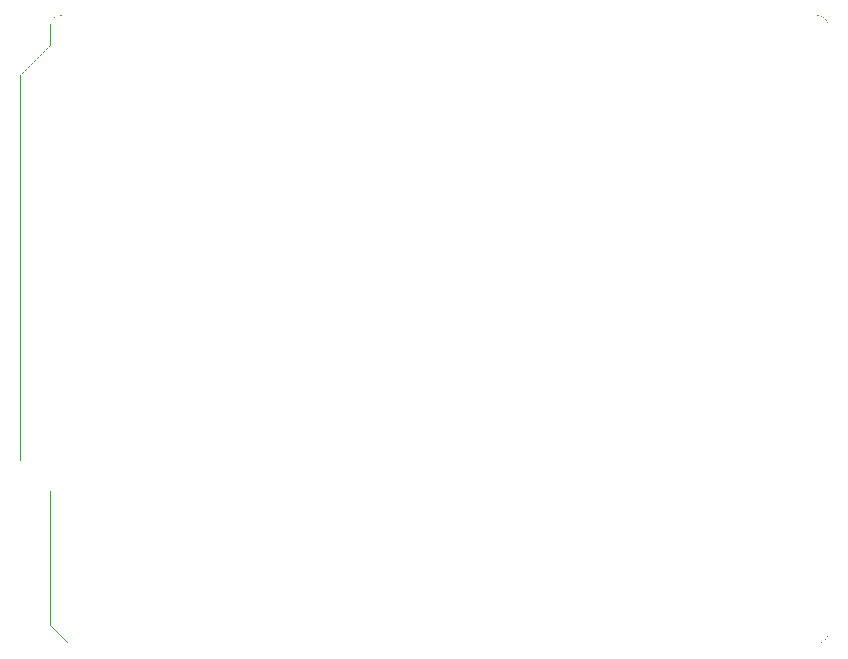
<source format=gto>
G04 MADE WITH FRITZING*
G04 WWW.FRITZING.ORG*
G04 DOUBLE SIDED*
G04 HOLES PLATED*
G04 CONTOUR ON CENTER OF CONTOUR VECTOR*
%ASAXBY*%
%FSLAX23Y23*%
%MOIN*%
%OFA0B0*%
%SFA1.0B1.0*%
%ADD10R,0.001000X0.001000*%
%LNSILK1*%
G90*
G70*
G54D10*
X140Y2104D02*
X144Y2104D01*
X146Y2104D02*
X146Y2104D01*
X2662Y2104D02*
X2667Y2104D01*
X134Y2103D02*
X139Y2103D01*
X145Y2103D02*
X2661Y2103D01*
X2668Y2103D02*
X2672Y2103D01*
X130Y2102D02*
X133Y2102D01*
X2673Y2102D02*
X2676Y2102D01*
X128Y2101D02*
X130Y2101D01*
X2676Y2101D02*
X2678Y2101D01*
X126Y2100D02*
X127Y2100D01*
X2679Y2100D02*
X2680Y2100D01*
X124Y2099D02*
X125Y2099D01*
X2681Y2099D02*
X2682Y2099D01*
X123Y2098D02*
X123Y2098D01*
X2683Y2098D02*
X2683Y2098D01*
X121Y2097D02*
X122Y2097D01*
X2684Y2097D02*
X2685Y2097D01*
X120Y2096D02*
X120Y2096D01*
X2686Y2096D02*
X2686Y2096D01*
X119Y2095D02*
X119Y2095D01*
X2687Y2095D02*
X2687Y2095D01*
X118Y2094D02*
X118Y2094D01*
X2688Y2094D02*
X2688Y2094D01*
X117Y2093D02*
X117Y2093D01*
X2689Y2093D02*
X2689Y2093D01*
X116Y2092D02*
X116Y2092D01*
X2690Y2092D02*
X2690Y2092D01*
X115Y2091D02*
X115Y2091D01*
X2691Y2091D02*
X2691Y2091D01*
X114Y2090D02*
X114Y2090D01*
X2692Y2090D02*
X2692Y2090D01*
X113Y2089D02*
X114Y2089D01*
X2693Y2089D02*
X2693Y2089D01*
X113Y2088D02*
X113Y2088D01*
X2693Y2088D02*
X2693Y2088D01*
X112Y2087D02*
X112Y2087D01*
X2694Y2087D02*
X2694Y2087D01*
X111Y2086D02*
X112Y2086D01*
X2694Y2086D02*
X2695Y2086D01*
X111Y2085D02*
X111Y2085D01*
X2695Y2085D02*
X2695Y2085D01*
X110Y2084D02*
X110Y2084D01*
X2696Y2084D02*
X2696Y2084D01*
X110Y2083D02*
X110Y2083D01*
X2696Y2083D02*
X2696Y2083D01*
X109Y2082D02*
X110Y2082D01*
X2697Y2082D02*
X2697Y2082D01*
X109Y2081D02*
X109Y2081D01*
X2697Y2081D02*
X2697Y2081D01*
X109Y2080D02*
X109Y2080D01*
X2697Y2080D02*
X2697Y2080D01*
X108Y2079D02*
X108Y2079D01*
X2698Y2079D02*
X2698Y2079D01*
X108Y2078D02*
X108Y2078D01*
X2698Y2078D02*
X2698Y2078D01*
X108Y2077D02*
X108Y2077D01*
X2698Y2077D02*
X2698Y2077D01*
X108Y2076D02*
X108Y2076D01*
X2698Y2076D02*
X2698Y2076D01*
X107Y2075D02*
X107Y2075D01*
X2699Y2075D02*
X2699Y2075D01*
X107Y2074D02*
X107Y2074D01*
X2699Y2074D02*
X2699Y2074D01*
X107Y2073D02*
X107Y2073D01*
X2699Y2073D02*
X2699Y2073D01*
X107Y2072D02*
X107Y2072D01*
X2699Y2072D02*
X2699Y2072D01*
X107Y2071D02*
X107Y2071D01*
X2699Y2071D02*
X2699Y2071D01*
X107Y2070D02*
X107Y2070D01*
X2699Y2070D02*
X2699Y2070D01*
X107Y2069D02*
X107Y2069D01*
X2699Y2069D02*
X2699Y2069D01*
X107Y2068D02*
X107Y2068D01*
X2699Y2068D02*
X2699Y2068D01*
X107Y2067D02*
X107Y2067D01*
X2699Y2067D02*
X2699Y2067D01*
X107Y2066D02*
X107Y2066D01*
X2699Y2066D02*
X2699Y2066D01*
X107Y2065D02*
X107Y2065D01*
X2699Y2065D02*
X2699Y2065D01*
X107Y2064D02*
X107Y2064D01*
X2699Y2064D02*
X2699Y2064D01*
X107Y2063D02*
X107Y2063D01*
X2699Y2063D02*
X2699Y2063D01*
X107Y2062D02*
X107Y2062D01*
X2699Y2062D02*
X2699Y2062D01*
X107Y2061D02*
X107Y2061D01*
X2699Y2061D02*
X2699Y2061D01*
X107Y2060D02*
X107Y2060D01*
X2699Y2060D02*
X2699Y2060D01*
X107Y2059D02*
X107Y2059D01*
X2699Y2059D02*
X2699Y2059D01*
X107Y2058D02*
X107Y2058D01*
X2699Y2058D02*
X2699Y2058D01*
X107Y2057D02*
X107Y2057D01*
X2699Y2057D02*
X2699Y2057D01*
X107Y2056D02*
X107Y2056D01*
X2699Y2056D02*
X2699Y2056D01*
X107Y2055D02*
X107Y2055D01*
X2699Y2055D02*
X2699Y2055D01*
X107Y2054D02*
X107Y2054D01*
X2699Y2054D02*
X2699Y2054D01*
X107Y2053D02*
X107Y2053D01*
X2699Y2053D02*
X2699Y2053D01*
X107Y2052D02*
X107Y2052D01*
X2699Y2052D02*
X2699Y2052D01*
X107Y2051D02*
X107Y2051D01*
X2699Y2051D02*
X2699Y2051D01*
X107Y2050D02*
X107Y2050D01*
X2699Y2050D02*
X2699Y2050D01*
X107Y2049D02*
X107Y2049D01*
X2699Y2049D02*
X2699Y2049D01*
X107Y2048D02*
X107Y2048D01*
X2699Y2048D02*
X2699Y2048D01*
X107Y2047D02*
X107Y2047D01*
X2699Y2047D02*
X2699Y2047D01*
X107Y2046D02*
X107Y2046D01*
X2699Y2046D02*
X2699Y2046D01*
X107Y2045D02*
X107Y2045D01*
X2699Y2045D02*
X2699Y2045D01*
X107Y2044D02*
X107Y2044D01*
X2699Y2044D02*
X2699Y2044D01*
X107Y2043D02*
X107Y2043D01*
X2699Y2043D02*
X2699Y2043D01*
X107Y2042D02*
X107Y2042D01*
X2699Y2042D02*
X2699Y2042D01*
X107Y2041D02*
X107Y2041D01*
X2699Y2041D02*
X2699Y2041D01*
X107Y2040D02*
X107Y2040D01*
X2699Y2040D02*
X2699Y2040D01*
X107Y2039D02*
X107Y2039D01*
X2699Y2039D02*
X2699Y2039D01*
X107Y2038D02*
X107Y2038D01*
X2699Y2038D02*
X2699Y2038D01*
X107Y2037D02*
X107Y2037D01*
X2699Y2037D02*
X2699Y2037D01*
X107Y2036D02*
X107Y2036D01*
X2699Y2036D02*
X2699Y2036D01*
X107Y2035D02*
X107Y2035D01*
X2699Y2035D02*
X2699Y2035D01*
X107Y2034D02*
X107Y2034D01*
X2699Y2034D02*
X2699Y2034D01*
X107Y2033D02*
X107Y2033D01*
X2699Y2033D02*
X2699Y2033D01*
X107Y2032D02*
X107Y2032D01*
X2699Y2032D02*
X2699Y2032D01*
X107Y2031D02*
X107Y2031D01*
X2699Y2031D02*
X2699Y2031D01*
X107Y2030D02*
X107Y2030D01*
X2699Y2030D02*
X2699Y2030D01*
X107Y2029D02*
X107Y2029D01*
X2699Y2029D02*
X2699Y2029D01*
X107Y2028D02*
X107Y2028D01*
X2699Y2028D02*
X2699Y2028D01*
X107Y2027D02*
X107Y2027D01*
X2699Y2027D02*
X2699Y2027D01*
X107Y2026D02*
X107Y2026D01*
X2699Y2026D02*
X2699Y2026D01*
X107Y2025D02*
X107Y2025D01*
X2699Y2025D02*
X2699Y2025D01*
X107Y2024D02*
X107Y2024D01*
X2699Y2024D02*
X2699Y2024D01*
X107Y2023D02*
X107Y2023D01*
X2699Y2023D02*
X2699Y2023D01*
X107Y2022D02*
X107Y2022D01*
X2699Y2022D02*
X2699Y2022D01*
X107Y2021D02*
X107Y2021D01*
X2699Y2021D02*
X2699Y2021D01*
X107Y2020D02*
X107Y2020D01*
X2699Y2020D02*
X2699Y2020D01*
X107Y2019D02*
X107Y2019D01*
X2699Y2019D02*
X2699Y2019D01*
X107Y2018D02*
X107Y2018D01*
X2699Y2018D02*
X2699Y2018D01*
X107Y2017D02*
X107Y2017D01*
X2699Y2017D02*
X2699Y2017D01*
X107Y2016D02*
X107Y2016D01*
X2699Y2016D02*
X2699Y2016D01*
X107Y2015D02*
X107Y2015D01*
X2699Y2015D02*
X2699Y2015D01*
X107Y2014D02*
X107Y2014D01*
X2699Y2014D02*
X2699Y2014D01*
X107Y2013D02*
X107Y2013D01*
X2699Y2013D02*
X2699Y2013D01*
X107Y2012D02*
X107Y2012D01*
X2699Y2012D02*
X2699Y2012D01*
X107Y2011D02*
X107Y2011D01*
X2699Y2011D02*
X2699Y2011D01*
X107Y2010D02*
X107Y2010D01*
X2699Y2010D02*
X2699Y2010D01*
X107Y2009D02*
X107Y2009D01*
X2699Y2009D02*
X2699Y2009D01*
X107Y2008D02*
X107Y2008D01*
X2699Y2008D02*
X2699Y2008D01*
X107Y2007D02*
X107Y2007D01*
X2699Y2007D02*
X2699Y2007D01*
X107Y2006D02*
X107Y2006D01*
X2699Y2006D02*
X2699Y2006D01*
X107Y2005D02*
X107Y2005D01*
X2699Y2005D02*
X2699Y2005D01*
X107Y2004D02*
X107Y2004D01*
X2699Y2004D02*
X2699Y2004D01*
X106Y2003D02*
X106Y2003D01*
X2699Y2003D02*
X2699Y2003D01*
X105Y2002D02*
X105Y2002D01*
X2699Y2002D02*
X2699Y2002D01*
X104Y2001D02*
X104Y2001D01*
X2699Y2001D02*
X2699Y2001D01*
X103Y2000D02*
X103Y2000D01*
X2699Y2000D02*
X2699Y2000D01*
X102Y1999D02*
X102Y1999D01*
X2699Y1999D02*
X2699Y1999D01*
X101Y1998D02*
X101Y1998D01*
X2699Y1998D02*
X2699Y1998D01*
X100Y1997D02*
X100Y1997D01*
X2699Y1997D02*
X2699Y1997D01*
X99Y1996D02*
X99Y1996D01*
X2699Y1996D02*
X2699Y1996D01*
X98Y1995D02*
X98Y1995D01*
X2699Y1995D02*
X2699Y1995D01*
X97Y1994D02*
X97Y1994D01*
X2699Y1994D02*
X2699Y1994D01*
X96Y1993D02*
X96Y1993D01*
X2699Y1993D02*
X2699Y1993D01*
X95Y1992D02*
X95Y1992D01*
X2699Y1992D02*
X2699Y1992D01*
X94Y1991D02*
X94Y1991D01*
X2699Y1991D02*
X2699Y1991D01*
X93Y1990D02*
X93Y1990D01*
X2699Y1990D02*
X2699Y1990D01*
X92Y1989D02*
X92Y1989D01*
X2699Y1989D02*
X2699Y1989D01*
X91Y1988D02*
X91Y1988D01*
X2699Y1988D02*
X2699Y1988D01*
X90Y1987D02*
X90Y1987D01*
X2699Y1987D02*
X2699Y1987D01*
X89Y1986D02*
X89Y1986D01*
X2699Y1986D02*
X2699Y1986D01*
X88Y1985D02*
X88Y1985D01*
X2699Y1985D02*
X2699Y1985D01*
X87Y1984D02*
X87Y1984D01*
X2699Y1984D02*
X2699Y1984D01*
X86Y1983D02*
X86Y1983D01*
X2699Y1983D02*
X2699Y1983D01*
X85Y1982D02*
X85Y1982D01*
X2699Y1982D02*
X2699Y1982D01*
X84Y1981D02*
X84Y1981D01*
X2699Y1981D02*
X2699Y1981D01*
X83Y1980D02*
X83Y1980D01*
X2699Y1980D02*
X2699Y1980D01*
X82Y1979D02*
X82Y1979D01*
X2699Y1979D02*
X2699Y1979D01*
X81Y1978D02*
X81Y1978D01*
X2699Y1978D02*
X2699Y1978D01*
X80Y1977D02*
X80Y1977D01*
X2699Y1977D02*
X2699Y1977D01*
X79Y1976D02*
X79Y1976D01*
X2699Y1976D02*
X2699Y1976D01*
X78Y1975D02*
X78Y1975D01*
X2699Y1975D02*
X2699Y1975D01*
X77Y1974D02*
X77Y1974D01*
X2699Y1974D02*
X2699Y1974D01*
X76Y1973D02*
X76Y1973D01*
X2699Y1973D02*
X2699Y1973D01*
X75Y1972D02*
X75Y1972D01*
X2699Y1972D02*
X2699Y1972D01*
X74Y1971D02*
X74Y1971D01*
X2699Y1971D02*
X2699Y1971D01*
X73Y1970D02*
X73Y1970D01*
X2699Y1970D02*
X2699Y1970D01*
X72Y1969D02*
X72Y1969D01*
X2699Y1969D02*
X2699Y1969D01*
X71Y1968D02*
X71Y1968D01*
X2699Y1968D02*
X2699Y1968D01*
X70Y1967D02*
X70Y1967D01*
X2699Y1967D02*
X2699Y1967D01*
X69Y1966D02*
X69Y1966D01*
X2699Y1966D02*
X2699Y1966D01*
X68Y1965D02*
X68Y1965D01*
X2699Y1965D02*
X2699Y1965D01*
X67Y1964D02*
X67Y1964D01*
X2699Y1964D02*
X2699Y1964D01*
X66Y1963D02*
X66Y1963D01*
X2699Y1963D02*
X2699Y1963D01*
X65Y1962D02*
X65Y1962D01*
X2699Y1962D02*
X2699Y1962D01*
X64Y1961D02*
X64Y1961D01*
X2699Y1961D02*
X2699Y1961D01*
X63Y1960D02*
X63Y1960D01*
X2699Y1960D02*
X2699Y1960D01*
X62Y1959D02*
X62Y1959D01*
X2699Y1959D02*
X2699Y1959D01*
X61Y1958D02*
X61Y1958D01*
X2699Y1958D02*
X2699Y1958D01*
X60Y1957D02*
X60Y1957D01*
X2699Y1957D02*
X2699Y1957D01*
X59Y1956D02*
X59Y1956D01*
X2699Y1956D02*
X2699Y1956D01*
X58Y1955D02*
X58Y1955D01*
X2699Y1955D02*
X2699Y1955D01*
X57Y1954D02*
X57Y1954D01*
X2699Y1954D02*
X2699Y1954D01*
X56Y1953D02*
X56Y1953D01*
X2699Y1953D02*
X2699Y1953D01*
X55Y1952D02*
X55Y1952D01*
X2699Y1952D02*
X2699Y1952D01*
X54Y1951D02*
X54Y1951D01*
X2699Y1951D02*
X2699Y1951D01*
X53Y1950D02*
X53Y1950D01*
X2699Y1950D02*
X2699Y1950D01*
X52Y1949D02*
X52Y1949D01*
X2699Y1949D02*
X2699Y1949D01*
X51Y1948D02*
X51Y1948D01*
X2699Y1948D02*
X2699Y1948D01*
X50Y1947D02*
X50Y1947D01*
X2699Y1947D02*
X2699Y1947D01*
X49Y1946D02*
X49Y1946D01*
X2699Y1946D02*
X2699Y1946D01*
X48Y1945D02*
X48Y1945D01*
X2699Y1945D02*
X2699Y1945D01*
X47Y1944D02*
X47Y1944D01*
X2699Y1944D02*
X2699Y1944D01*
X46Y1943D02*
X46Y1943D01*
X2699Y1943D02*
X2699Y1943D01*
X45Y1942D02*
X45Y1942D01*
X2699Y1942D02*
X2699Y1942D01*
X44Y1941D02*
X44Y1941D01*
X2699Y1941D02*
X2699Y1941D01*
X43Y1940D02*
X43Y1940D01*
X2699Y1940D02*
X2699Y1940D01*
X42Y1939D02*
X42Y1939D01*
X2699Y1939D02*
X2699Y1939D01*
X41Y1938D02*
X41Y1938D01*
X2699Y1938D02*
X2699Y1938D01*
X40Y1937D02*
X40Y1937D01*
X2699Y1937D02*
X2699Y1937D01*
X39Y1936D02*
X39Y1936D01*
X2699Y1936D02*
X2699Y1936D01*
X38Y1935D02*
X38Y1935D01*
X2699Y1935D02*
X2699Y1935D01*
X37Y1934D02*
X37Y1934D01*
X2699Y1934D02*
X2699Y1934D01*
X36Y1933D02*
X36Y1933D01*
X2699Y1933D02*
X2699Y1933D01*
X35Y1932D02*
X35Y1932D01*
X2699Y1932D02*
X2699Y1932D01*
X34Y1931D02*
X34Y1931D01*
X2699Y1931D02*
X2699Y1931D01*
X33Y1930D02*
X33Y1930D01*
X2699Y1930D02*
X2699Y1930D01*
X32Y1929D02*
X32Y1929D01*
X2699Y1929D02*
X2699Y1929D01*
X31Y1928D02*
X31Y1928D01*
X2699Y1928D02*
X2699Y1928D01*
X30Y1927D02*
X30Y1927D01*
X2699Y1927D02*
X2699Y1927D01*
X29Y1926D02*
X29Y1926D01*
X2699Y1926D02*
X2699Y1926D01*
X28Y1925D02*
X28Y1925D01*
X2699Y1925D02*
X2699Y1925D01*
X27Y1924D02*
X27Y1924D01*
X2699Y1924D02*
X2699Y1924D01*
X26Y1923D02*
X26Y1923D01*
X2699Y1923D02*
X2699Y1923D01*
X25Y1922D02*
X25Y1922D01*
X2699Y1922D02*
X2699Y1922D01*
X24Y1921D02*
X24Y1921D01*
X2699Y1921D02*
X2699Y1921D01*
X23Y1920D02*
X23Y1920D01*
X2699Y1920D02*
X2699Y1920D01*
X22Y1919D02*
X22Y1919D01*
X2699Y1919D02*
X2699Y1919D01*
X21Y1918D02*
X21Y1918D01*
X2699Y1918D02*
X2699Y1918D01*
X20Y1917D02*
X20Y1917D01*
X2699Y1917D02*
X2699Y1917D01*
X19Y1916D02*
X19Y1916D01*
X2699Y1916D02*
X2699Y1916D01*
X18Y1915D02*
X18Y1915D01*
X2699Y1915D02*
X2699Y1915D01*
X17Y1914D02*
X17Y1914D01*
X2699Y1914D02*
X2699Y1914D01*
X16Y1913D02*
X16Y1913D01*
X2699Y1913D02*
X2699Y1913D01*
X15Y1912D02*
X15Y1912D01*
X2699Y1912D02*
X2699Y1912D01*
X14Y1911D02*
X14Y1911D01*
X2699Y1911D02*
X2699Y1911D01*
X13Y1910D02*
X13Y1910D01*
X2699Y1910D02*
X2699Y1910D01*
X12Y1909D02*
X12Y1909D01*
X2699Y1909D02*
X2699Y1909D01*
X11Y1908D02*
X11Y1908D01*
X2699Y1908D02*
X2699Y1908D01*
X10Y1907D02*
X10Y1907D01*
X2699Y1907D02*
X2699Y1907D01*
X9Y1906D02*
X9Y1906D01*
X2699Y1906D02*
X2699Y1906D01*
X8Y1905D02*
X8Y1905D01*
X2699Y1905D02*
X2699Y1905D01*
X7Y1904D02*
X7Y1904D01*
X2699Y1904D02*
X2699Y1904D01*
X7Y1903D02*
X7Y1903D01*
X2699Y1903D02*
X2699Y1903D01*
X7Y1902D02*
X7Y1902D01*
X2699Y1902D02*
X2699Y1902D01*
X7Y1901D02*
X7Y1901D01*
X2699Y1901D02*
X2699Y1901D01*
X7Y1900D02*
X7Y1900D01*
X2699Y1900D02*
X2699Y1900D01*
X7Y1899D02*
X7Y1899D01*
X2699Y1899D02*
X2699Y1899D01*
X7Y1898D02*
X7Y1898D01*
X2699Y1898D02*
X2699Y1898D01*
X7Y1897D02*
X7Y1897D01*
X2699Y1897D02*
X2699Y1897D01*
X7Y1896D02*
X7Y1896D01*
X2699Y1896D02*
X2699Y1896D01*
X7Y1895D02*
X7Y1895D01*
X2699Y1895D02*
X2699Y1895D01*
X7Y1894D02*
X7Y1894D01*
X2699Y1894D02*
X2699Y1894D01*
X7Y1893D02*
X7Y1893D01*
X2699Y1893D02*
X2699Y1893D01*
X7Y1892D02*
X7Y1892D01*
X2699Y1892D02*
X2699Y1892D01*
X7Y1891D02*
X7Y1891D01*
X2699Y1891D02*
X2699Y1891D01*
X7Y1890D02*
X7Y1890D01*
X2699Y1890D02*
X2699Y1890D01*
X7Y1889D02*
X7Y1889D01*
X2699Y1889D02*
X2699Y1889D01*
X7Y1888D02*
X7Y1888D01*
X2699Y1888D02*
X2699Y1888D01*
X7Y1887D02*
X7Y1887D01*
X2699Y1887D02*
X2699Y1887D01*
X7Y1886D02*
X7Y1886D01*
X2699Y1886D02*
X2699Y1886D01*
X7Y1885D02*
X7Y1885D01*
X2699Y1885D02*
X2699Y1885D01*
X7Y1884D02*
X7Y1884D01*
X2699Y1884D02*
X2699Y1884D01*
X7Y1883D02*
X7Y1883D01*
X2699Y1883D02*
X2699Y1883D01*
X7Y1882D02*
X7Y1882D01*
X2699Y1882D02*
X2699Y1882D01*
X7Y1881D02*
X7Y1881D01*
X2699Y1881D02*
X2699Y1881D01*
X7Y1880D02*
X7Y1880D01*
X2699Y1880D02*
X2699Y1880D01*
X7Y1879D02*
X7Y1879D01*
X2699Y1879D02*
X2699Y1879D01*
X7Y1878D02*
X7Y1878D01*
X2699Y1878D02*
X2699Y1878D01*
X7Y1877D02*
X7Y1877D01*
X2699Y1877D02*
X2699Y1877D01*
X7Y1876D02*
X7Y1876D01*
X2699Y1876D02*
X2699Y1876D01*
X7Y1875D02*
X7Y1875D01*
X2699Y1875D02*
X2699Y1875D01*
X7Y1874D02*
X7Y1874D01*
X2699Y1874D02*
X2699Y1874D01*
X7Y1873D02*
X7Y1873D01*
X2699Y1873D02*
X2699Y1873D01*
X7Y1872D02*
X7Y1872D01*
X2699Y1872D02*
X2699Y1872D01*
X7Y1871D02*
X7Y1871D01*
X2699Y1871D02*
X2699Y1871D01*
X7Y1870D02*
X7Y1870D01*
X2699Y1870D02*
X2699Y1870D01*
X7Y1869D02*
X7Y1869D01*
X2699Y1869D02*
X2699Y1869D01*
X7Y1868D02*
X7Y1868D01*
X2699Y1868D02*
X2699Y1868D01*
X7Y1867D02*
X7Y1867D01*
X2699Y1867D02*
X2699Y1867D01*
X7Y1866D02*
X7Y1866D01*
X2699Y1866D02*
X2699Y1866D01*
X7Y1865D02*
X7Y1865D01*
X2699Y1865D02*
X2699Y1865D01*
X7Y1864D02*
X7Y1864D01*
X2699Y1864D02*
X2699Y1864D01*
X7Y1863D02*
X7Y1863D01*
X2699Y1863D02*
X2699Y1863D01*
X7Y1862D02*
X7Y1862D01*
X2699Y1862D02*
X2699Y1862D01*
X7Y1861D02*
X7Y1861D01*
X2699Y1861D02*
X2699Y1861D01*
X7Y1860D02*
X7Y1860D01*
X2699Y1860D02*
X2699Y1860D01*
X7Y1859D02*
X7Y1859D01*
X2699Y1859D02*
X2699Y1859D01*
X7Y1858D02*
X7Y1858D01*
X2699Y1858D02*
X2699Y1858D01*
X7Y1857D02*
X7Y1857D01*
X2699Y1857D02*
X2699Y1857D01*
X7Y1856D02*
X7Y1856D01*
X2699Y1856D02*
X2699Y1856D01*
X7Y1855D02*
X7Y1855D01*
X2699Y1855D02*
X2699Y1855D01*
X7Y1854D02*
X7Y1854D01*
X2699Y1854D02*
X2699Y1854D01*
X7Y1853D02*
X7Y1853D01*
X2699Y1853D02*
X2699Y1853D01*
X7Y1852D02*
X7Y1852D01*
X2699Y1852D02*
X2699Y1852D01*
X7Y1851D02*
X7Y1851D01*
X2699Y1851D02*
X2699Y1851D01*
X7Y1850D02*
X7Y1850D01*
X2699Y1850D02*
X2699Y1850D01*
X7Y1849D02*
X7Y1849D01*
X2699Y1849D02*
X2699Y1849D01*
X7Y1848D02*
X7Y1848D01*
X2699Y1848D02*
X2699Y1848D01*
X7Y1847D02*
X7Y1847D01*
X2699Y1847D02*
X2699Y1847D01*
X7Y1846D02*
X7Y1846D01*
X2699Y1846D02*
X2699Y1846D01*
X7Y1845D02*
X7Y1845D01*
X2699Y1845D02*
X2699Y1845D01*
X7Y1844D02*
X7Y1844D01*
X2699Y1844D02*
X2699Y1844D01*
X7Y1843D02*
X7Y1843D01*
X2699Y1843D02*
X2699Y1843D01*
X7Y1842D02*
X7Y1842D01*
X2699Y1842D02*
X2699Y1842D01*
X7Y1841D02*
X7Y1841D01*
X2699Y1841D02*
X2699Y1841D01*
X7Y1840D02*
X7Y1840D01*
X2699Y1840D02*
X2699Y1840D01*
X7Y1839D02*
X7Y1839D01*
X2699Y1839D02*
X2699Y1839D01*
X7Y1838D02*
X7Y1838D01*
X2699Y1838D02*
X2699Y1838D01*
X7Y1837D02*
X7Y1837D01*
X2699Y1837D02*
X2699Y1837D01*
X7Y1836D02*
X7Y1836D01*
X2699Y1836D02*
X2699Y1836D01*
X7Y1835D02*
X7Y1835D01*
X2699Y1835D02*
X2699Y1835D01*
X7Y1834D02*
X7Y1834D01*
X2699Y1834D02*
X2699Y1834D01*
X7Y1833D02*
X7Y1833D01*
X2699Y1833D02*
X2699Y1833D01*
X7Y1832D02*
X7Y1832D01*
X2699Y1832D02*
X2699Y1832D01*
X7Y1831D02*
X7Y1831D01*
X2699Y1831D02*
X2699Y1831D01*
X7Y1830D02*
X7Y1830D01*
X2699Y1830D02*
X2699Y1830D01*
X7Y1829D02*
X7Y1829D01*
X2699Y1829D02*
X2699Y1829D01*
X7Y1828D02*
X7Y1828D01*
X2699Y1828D02*
X2699Y1828D01*
X7Y1827D02*
X7Y1827D01*
X2699Y1827D02*
X2699Y1827D01*
X7Y1826D02*
X7Y1826D01*
X2699Y1826D02*
X2699Y1826D01*
X7Y1825D02*
X7Y1825D01*
X2699Y1825D02*
X2699Y1825D01*
X7Y1824D02*
X7Y1824D01*
X2699Y1824D02*
X2699Y1824D01*
X7Y1823D02*
X7Y1823D01*
X2699Y1823D02*
X2699Y1823D01*
X7Y1822D02*
X7Y1822D01*
X2699Y1822D02*
X2699Y1822D01*
X7Y1821D02*
X7Y1821D01*
X2699Y1821D02*
X2699Y1821D01*
X7Y1820D02*
X7Y1820D01*
X2699Y1820D02*
X2699Y1820D01*
X7Y1819D02*
X7Y1819D01*
X2699Y1819D02*
X2699Y1819D01*
X7Y1818D02*
X7Y1818D01*
X2699Y1818D02*
X2699Y1818D01*
X7Y1817D02*
X7Y1817D01*
X2699Y1817D02*
X2699Y1817D01*
X7Y1816D02*
X7Y1816D01*
X2699Y1816D02*
X2699Y1816D01*
X7Y1815D02*
X7Y1815D01*
X2699Y1815D02*
X2699Y1815D01*
X7Y1814D02*
X7Y1814D01*
X2699Y1814D02*
X2699Y1814D01*
X7Y1813D02*
X7Y1813D01*
X2699Y1813D02*
X2699Y1813D01*
X7Y1812D02*
X7Y1812D01*
X2699Y1812D02*
X2699Y1812D01*
X7Y1811D02*
X7Y1811D01*
X2699Y1811D02*
X2699Y1811D01*
X7Y1810D02*
X7Y1810D01*
X2699Y1810D02*
X2699Y1810D01*
X7Y1809D02*
X7Y1809D01*
X2699Y1809D02*
X2699Y1809D01*
X7Y1808D02*
X7Y1808D01*
X2699Y1808D02*
X2699Y1808D01*
X7Y1807D02*
X7Y1807D01*
X2699Y1807D02*
X2699Y1807D01*
X7Y1806D02*
X7Y1806D01*
X2699Y1806D02*
X2699Y1806D01*
X7Y1805D02*
X7Y1805D01*
X2699Y1805D02*
X2699Y1805D01*
X7Y1804D02*
X7Y1804D01*
X2699Y1804D02*
X2699Y1804D01*
X7Y1803D02*
X7Y1803D01*
X2699Y1803D02*
X2699Y1803D01*
X7Y1802D02*
X7Y1802D01*
X2699Y1802D02*
X2699Y1802D01*
X7Y1801D02*
X7Y1801D01*
X2699Y1801D02*
X2699Y1801D01*
X7Y1800D02*
X7Y1800D01*
X2699Y1800D02*
X2699Y1800D01*
X7Y1799D02*
X7Y1799D01*
X2699Y1799D02*
X2699Y1799D01*
X7Y1798D02*
X7Y1798D01*
X2699Y1798D02*
X2699Y1798D01*
X7Y1797D02*
X7Y1797D01*
X2699Y1797D02*
X2699Y1797D01*
X7Y1796D02*
X7Y1796D01*
X2699Y1796D02*
X2699Y1796D01*
X7Y1795D02*
X7Y1795D01*
X2699Y1795D02*
X2699Y1795D01*
X7Y1794D02*
X7Y1794D01*
X2699Y1794D02*
X2699Y1794D01*
X7Y1793D02*
X7Y1793D01*
X2699Y1793D02*
X2699Y1793D01*
X7Y1792D02*
X7Y1792D01*
X2699Y1792D02*
X2699Y1792D01*
X7Y1791D02*
X7Y1791D01*
X2699Y1791D02*
X2699Y1791D01*
X7Y1790D02*
X7Y1790D01*
X2699Y1790D02*
X2699Y1790D01*
X7Y1789D02*
X7Y1789D01*
X2699Y1789D02*
X2699Y1789D01*
X7Y1788D02*
X7Y1788D01*
X2699Y1788D02*
X2699Y1788D01*
X7Y1787D02*
X7Y1787D01*
X2699Y1787D02*
X2699Y1787D01*
X7Y1786D02*
X7Y1786D01*
X2699Y1786D02*
X2699Y1786D01*
X7Y1785D02*
X7Y1785D01*
X2699Y1785D02*
X2699Y1785D01*
X7Y1784D02*
X7Y1784D01*
X2699Y1784D02*
X2699Y1784D01*
X7Y1783D02*
X7Y1783D01*
X2699Y1783D02*
X2699Y1783D01*
X7Y1782D02*
X7Y1782D01*
X2699Y1782D02*
X2699Y1782D01*
X7Y1781D02*
X7Y1781D01*
X2699Y1781D02*
X2699Y1781D01*
X7Y1780D02*
X7Y1780D01*
X2699Y1780D02*
X2699Y1780D01*
X7Y1779D02*
X7Y1779D01*
X2699Y1779D02*
X2699Y1779D01*
X7Y1778D02*
X7Y1778D01*
X2699Y1778D02*
X2699Y1778D01*
X7Y1777D02*
X7Y1777D01*
X2699Y1777D02*
X2699Y1777D01*
X7Y1776D02*
X7Y1776D01*
X2699Y1776D02*
X2699Y1776D01*
X7Y1775D02*
X7Y1775D01*
X2699Y1775D02*
X2699Y1775D01*
X7Y1774D02*
X7Y1774D01*
X2699Y1774D02*
X2699Y1774D01*
X7Y1773D02*
X7Y1773D01*
X2699Y1773D02*
X2699Y1773D01*
X7Y1772D02*
X7Y1772D01*
X2699Y1772D02*
X2699Y1772D01*
X7Y1771D02*
X7Y1771D01*
X2699Y1771D02*
X2699Y1771D01*
X7Y1770D02*
X7Y1770D01*
X2699Y1770D02*
X2699Y1770D01*
X7Y1769D02*
X7Y1769D01*
X2699Y1769D02*
X2699Y1769D01*
X7Y1768D02*
X7Y1768D01*
X2699Y1768D02*
X2699Y1768D01*
X7Y1767D02*
X7Y1767D01*
X2699Y1767D02*
X2699Y1767D01*
X7Y1766D02*
X7Y1766D01*
X2699Y1766D02*
X2699Y1766D01*
X7Y1765D02*
X7Y1765D01*
X2699Y1765D02*
X2699Y1765D01*
X7Y1764D02*
X7Y1764D01*
X2699Y1764D02*
X2699Y1764D01*
X7Y1763D02*
X7Y1763D01*
X2699Y1763D02*
X2699Y1763D01*
X7Y1762D02*
X7Y1762D01*
X2699Y1762D02*
X2699Y1762D01*
X7Y1761D02*
X7Y1761D01*
X2699Y1761D02*
X2699Y1761D01*
X7Y1760D02*
X7Y1760D01*
X2699Y1760D02*
X2699Y1760D01*
X7Y1759D02*
X7Y1759D01*
X2699Y1759D02*
X2699Y1759D01*
X7Y1758D02*
X7Y1758D01*
X2699Y1758D02*
X2699Y1758D01*
X7Y1757D02*
X7Y1757D01*
X2699Y1757D02*
X2699Y1757D01*
X7Y1756D02*
X7Y1756D01*
X2699Y1756D02*
X2699Y1756D01*
X7Y1755D02*
X7Y1755D01*
X2699Y1755D02*
X2699Y1755D01*
X7Y1754D02*
X7Y1754D01*
X2699Y1754D02*
X2699Y1754D01*
X7Y1753D02*
X7Y1753D01*
X2699Y1753D02*
X2699Y1753D01*
X7Y1752D02*
X7Y1752D01*
X2699Y1752D02*
X2699Y1752D01*
X7Y1751D02*
X7Y1751D01*
X2699Y1751D02*
X2699Y1751D01*
X7Y1750D02*
X7Y1750D01*
X2699Y1750D02*
X2699Y1750D01*
X7Y1749D02*
X7Y1749D01*
X2699Y1749D02*
X2699Y1749D01*
X7Y1748D02*
X7Y1748D01*
X2699Y1748D02*
X2699Y1748D01*
X7Y1747D02*
X7Y1747D01*
X2699Y1747D02*
X2699Y1747D01*
X7Y1746D02*
X7Y1746D01*
X2699Y1746D02*
X2699Y1746D01*
X7Y1745D02*
X7Y1745D01*
X2699Y1745D02*
X2699Y1745D01*
X7Y1744D02*
X7Y1744D01*
X2699Y1744D02*
X2699Y1744D01*
X7Y1743D02*
X7Y1743D01*
X2699Y1743D02*
X2699Y1743D01*
X7Y1742D02*
X7Y1742D01*
X2699Y1742D02*
X2699Y1742D01*
X7Y1741D02*
X7Y1741D01*
X2699Y1741D02*
X2699Y1741D01*
X7Y1740D02*
X7Y1740D01*
X2699Y1740D02*
X2699Y1740D01*
X7Y1739D02*
X7Y1739D01*
X2699Y1739D02*
X2699Y1739D01*
X7Y1738D02*
X7Y1738D01*
X2699Y1738D02*
X2699Y1738D01*
X7Y1737D02*
X7Y1737D01*
X2699Y1737D02*
X2699Y1737D01*
X7Y1736D02*
X7Y1736D01*
X2699Y1736D02*
X2699Y1736D01*
X7Y1735D02*
X7Y1735D01*
X2699Y1735D02*
X2699Y1735D01*
X7Y1734D02*
X7Y1734D01*
X2699Y1734D02*
X2699Y1734D01*
X7Y1733D02*
X7Y1733D01*
X2699Y1733D02*
X2699Y1733D01*
X7Y1732D02*
X7Y1732D01*
X2699Y1732D02*
X2699Y1732D01*
X7Y1731D02*
X7Y1731D01*
X2699Y1731D02*
X2699Y1731D01*
X7Y1730D02*
X7Y1730D01*
X2699Y1730D02*
X2699Y1730D01*
X7Y1729D02*
X7Y1729D01*
X2699Y1729D02*
X2699Y1729D01*
X7Y1728D02*
X7Y1728D01*
X2699Y1728D02*
X2699Y1728D01*
X7Y1727D02*
X7Y1727D01*
X2699Y1727D02*
X2699Y1727D01*
X7Y1726D02*
X7Y1726D01*
X2699Y1726D02*
X2699Y1726D01*
X7Y1725D02*
X7Y1725D01*
X2699Y1725D02*
X2699Y1725D01*
X7Y1724D02*
X7Y1724D01*
X2699Y1724D02*
X2699Y1724D01*
X7Y1723D02*
X7Y1723D01*
X2699Y1723D02*
X2699Y1723D01*
X7Y1722D02*
X7Y1722D01*
X2699Y1722D02*
X2699Y1722D01*
X7Y1721D02*
X7Y1721D01*
X2699Y1721D02*
X2699Y1721D01*
X7Y1720D02*
X7Y1720D01*
X2699Y1720D02*
X2699Y1720D01*
X7Y1719D02*
X7Y1719D01*
X2699Y1719D02*
X2699Y1719D01*
X7Y1718D02*
X7Y1718D01*
X2699Y1718D02*
X2699Y1718D01*
X7Y1717D02*
X7Y1717D01*
X2699Y1717D02*
X2699Y1717D01*
X7Y1716D02*
X7Y1716D01*
X2699Y1716D02*
X2699Y1716D01*
X7Y1715D02*
X7Y1715D01*
X2699Y1715D02*
X2699Y1715D01*
X7Y1714D02*
X7Y1714D01*
X2699Y1714D02*
X2699Y1714D01*
X7Y1713D02*
X7Y1713D01*
X2699Y1713D02*
X2699Y1713D01*
X7Y1712D02*
X7Y1712D01*
X2699Y1712D02*
X2699Y1712D01*
X7Y1711D02*
X7Y1711D01*
X2699Y1711D02*
X2699Y1711D01*
X7Y1710D02*
X7Y1710D01*
X2699Y1710D02*
X2699Y1710D01*
X7Y1709D02*
X7Y1709D01*
X2699Y1709D02*
X2699Y1709D01*
X7Y1708D02*
X7Y1708D01*
X2699Y1708D02*
X2699Y1708D01*
X7Y1707D02*
X7Y1707D01*
X2699Y1707D02*
X2699Y1707D01*
X7Y1706D02*
X7Y1706D01*
X2699Y1706D02*
X2699Y1706D01*
X7Y1705D02*
X7Y1705D01*
X2699Y1705D02*
X2699Y1705D01*
X7Y1704D02*
X7Y1704D01*
X2699Y1704D02*
X2699Y1704D01*
X7Y1703D02*
X7Y1703D01*
X2699Y1703D02*
X2699Y1703D01*
X7Y1702D02*
X7Y1702D01*
X2699Y1702D02*
X2699Y1702D01*
X7Y1701D02*
X7Y1701D01*
X2699Y1701D02*
X2699Y1701D01*
X7Y1700D02*
X7Y1700D01*
X2699Y1700D02*
X2699Y1700D01*
X7Y1699D02*
X7Y1699D01*
X2699Y1699D02*
X2699Y1699D01*
X7Y1698D02*
X7Y1698D01*
X2699Y1698D02*
X2699Y1698D01*
X7Y1697D02*
X7Y1697D01*
X2699Y1697D02*
X2699Y1697D01*
X7Y1696D02*
X7Y1696D01*
X2699Y1696D02*
X2699Y1696D01*
X7Y1695D02*
X7Y1695D01*
X2699Y1695D02*
X2699Y1695D01*
X7Y1694D02*
X7Y1694D01*
X2699Y1694D02*
X2699Y1694D01*
X7Y1693D02*
X7Y1693D01*
X2699Y1693D02*
X2699Y1693D01*
X7Y1692D02*
X7Y1692D01*
X2699Y1692D02*
X2699Y1692D01*
X7Y1691D02*
X7Y1691D01*
X2699Y1691D02*
X2699Y1691D01*
X7Y1690D02*
X7Y1690D01*
X2699Y1690D02*
X2699Y1690D01*
X7Y1689D02*
X7Y1689D01*
X2699Y1689D02*
X2699Y1689D01*
X7Y1688D02*
X7Y1688D01*
X2699Y1688D02*
X2699Y1688D01*
X7Y1687D02*
X7Y1687D01*
X2699Y1687D02*
X2699Y1687D01*
X7Y1686D02*
X7Y1686D01*
X2699Y1686D02*
X2699Y1686D01*
X7Y1685D02*
X7Y1685D01*
X2699Y1685D02*
X2699Y1685D01*
X7Y1684D02*
X7Y1684D01*
X2699Y1684D02*
X2699Y1684D01*
X7Y1683D02*
X7Y1683D01*
X2699Y1683D02*
X2699Y1683D01*
X7Y1682D02*
X7Y1682D01*
X2699Y1682D02*
X2699Y1682D01*
X7Y1681D02*
X7Y1681D01*
X2699Y1681D02*
X2699Y1681D01*
X7Y1680D02*
X7Y1680D01*
X2699Y1680D02*
X2699Y1680D01*
X7Y1679D02*
X7Y1679D01*
X2699Y1679D02*
X2699Y1679D01*
X7Y1678D02*
X7Y1678D01*
X2699Y1678D02*
X2699Y1678D01*
X7Y1677D02*
X7Y1677D01*
X2699Y1677D02*
X2699Y1677D01*
X7Y1676D02*
X7Y1676D01*
X2699Y1676D02*
X2699Y1676D01*
X7Y1675D02*
X7Y1675D01*
X2699Y1675D02*
X2699Y1675D01*
X7Y1674D02*
X7Y1674D01*
X2699Y1674D02*
X2699Y1674D01*
X7Y1673D02*
X7Y1673D01*
X2699Y1673D02*
X2699Y1673D01*
X7Y1672D02*
X7Y1672D01*
X2699Y1672D02*
X2699Y1672D01*
X7Y1671D02*
X7Y1671D01*
X2699Y1671D02*
X2699Y1671D01*
X7Y1670D02*
X7Y1670D01*
X2699Y1670D02*
X2699Y1670D01*
X7Y1669D02*
X7Y1669D01*
X2699Y1669D02*
X2699Y1669D01*
X7Y1668D02*
X7Y1668D01*
X2699Y1668D02*
X2699Y1668D01*
X7Y1667D02*
X7Y1667D01*
X2699Y1667D02*
X2699Y1667D01*
X7Y1666D02*
X7Y1666D01*
X2699Y1666D02*
X2699Y1666D01*
X7Y1665D02*
X7Y1665D01*
X2699Y1665D02*
X2699Y1665D01*
X7Y1664D02*
X7Y1664D01*
X2699Y1664D02*
X2699Y1664D01*
X7Y1663D02*
X7Y1663D01*
X2699Y1663D02*
X2699Y1663D01*
X7Y1662D02*
X7Y1662D01*
X2699Y1662D02*
X2699Y1662D01*
X7Y1661D02*
X7Y1661D01*
X2699Y1661D02*
X2699Y1661D01*
X7Y1660D02*
X7Y1660D01*
X2699Y1660D02*
X2699Y1660D01*
X7Y1659D02*
X7Y1659D01*
X2699Y1659D02*
X2699Y1659D01*
X7Y1658D02*
X7Y1658D01*
X2699Y1658D02*
X2699Y1658D01*
X7Y1657D02*
X7Y1657D01*
X2699Y1657D02*
X2699Y1657D01*
X7Y1656D02*
X7Y1656D01*
X2699Y1656D02*
X2699Y1656D01*
X7Y1655D02*
X7Y1655D01*
X2699Y1655D02*
X2699Y1655D01*
X7Y1654D02*
X7Y1654D01*
X2699Y1654D02*
X2699Y1654D01*
X7Y1653D02*
X7Y1653D01*
X2699Y1653D02*
X2699Y1653D01*
X7Y1652D02*
X7Y1652D01*
X2699Y1652D02*
X2699Y1652D01*
X7Y1651D02*
X7Y1651D01*
X2699Y1651D02*
X2699Y1651D01*
X7Y1650D02*
X7Y1650D01*
X2699Y1650D02*
X2699Y1650D01*
X7Y1649D02*
X7Y1649D01*
X2699Y1649D02*
X2699Y1649D01*
X7Y1648D02*
X7Y1648D01*
X2699Y1648D02*
X2699Y1648D01*
X7Y1647D02*
X7Y1647D01*
X2699Y1647D02*
X2699Y1647D01*
X7Y1646D02*
X7Y1646D01*
X2699Y1646D02*
X2699Y1646D01*
X7Y1645D02*
X7Y1645D01*
X2699Y1645D02*
X2699Y1645D01*
X7Y1644D02*
X7Y1644D01*
X2699Y1644D02*
X2699Y1644D01*
X7Y1643D02*
X7Y1643D01*
X2699Y1643D02*
X2699Y1643D01*
X7Y1642D02*
X7Y1642D01*
X2699Y1642D02*
X2699Y1642D01*
X7Y1641D02*
X7Y1641D01*
X2699Y1641D02*
X2699Y1641D01*
X7Y1640D02*
X7Y1640D01*
X2699Y1640D02*
X2699Y1640D01*
X7Y1639D02*
X7Y1639D01*
X2699Y1639D02*
X2699Y1639D01*
X7Y1638D02*
X7Y1638D01*
X2699Y1638D02*
X2699Y1638D01*
X7Y1637D02*
X7Y1637D01*
X2699Y1637D02*
X2699Y1637D01*
X7Y1636D02*
X7Y1636D01*
X2699Y1636D02*
X2699Y1636D01*
X7Y1635D02*
X7Y1635D01*
X2699Y1635D02*
X2699Y1635D01*
X7Y1634D02*
X7Y1634D01*
X2699Y1634D02*
X2699Y1634D01*
X7Y1633D02*
X7Y1633D01*
X2699Y1633D02*
X2699Y1633D01*
X7Y1632D02*
X7Y1632D01*
X2699Y1632D02*
X2699Y1632D01*
X7Y1631D02*
X7Y1631D01*
X2699Y1631D02*
X2699Y1631D01*
X7Y1630D02*
X7Y1630D01*
X2699Y1630D02*
X2699Y1630D01*
X7Y1629D02*
X7Y1629D01*
X2699Y1629D02*
X2699Y1629D01*
X7Y1628D02*
X7Y1628D01*
X2699Y1628D02*
X2699Y1628D01*
X7Y1627D02*
X7Y1627D01*
X2699Y1627D02*
X2699Y1627D01*
X7Y1626D02*
X7Y1626D01*
X2699Y1626D02*
X2699Y1626D01*
X7Y1625D02*
X7Y1625D01*
X2699Y1625D02*
X2699Y1625D01*
X7Y1624D02*
X7Y1624D01*
X2699Y1624D02*
X2699Y1624D01*
X7Y1623D02*
X7Y1623D01*
X2699Y1623D02*
X2699Y1623D01*
X7Y1622D02*
X7Y1622D01*
X2699Y1622D02*
X2699Y1622D01*
X7Y1621D02*
X7Y1621D01*
X2699Y1621D02*
X2699Y1621D01*
X7Y1620D02*
X7Y1620D01*
X2699Y1620D02*
X2699Y1620D01*
X7Y1619D02*
X7Y1619D01*
X2699Y1619D02*
X2699Y1619D01*
X7Y1618D02*
X7Y1618D01*
X2699Y1618D02*
X2699Y1618D01*
X7Y1617D02*
X7Y1617D01*
X2699Y1617D02*
X2699Y1617D01*
X7Y1616D02*
X7Y1616D01*
X2699Y1616D02*
X2699Y1616D01*
X7Y1615D02*
X7Y1615D01*
X2699Y1615D02*
X2699Y1615D01*
X7Y1614D02*
X7Y1614D01*
X2699Y1614D02*
X2699Y1614D01*
X7Y1613D02*
X7Y1613D01*
X2699Y1613D02*
X2699Y1613D01*
X7Y1612D02*
X7Y1612D01*
X2699Y1612D02*
X2699Y1612D01*
X7Y1611D02*
X7Y1611D01*
X2699Y1611D02*
X2699Y1611D01*
X7Y1610D02*
X7Y1610D01*
X2699Y1610D02*
X2699Y1610D01*
X7Y1609D02*
X7Y1609D01*
X2699Y1609D02*
X2699Y1609D01*
X7Y1608D02*
X7Y1608D01*
X2699Y1608D02*
X2699Y1608D01*
X7Y1607D02*
X7Y1607D01*
X2699Y1607D02*
X2699Y1607D01*
X7Y1606D02*
X7Y1606D01*
X2699Y1606D02*
X2699Y1606D01*
X7Y1605D02*
X7Y1605D01*
X2699Y1605D02*
X2699Y1605D01*
X7Y1604D02*
X7Y1604D01*
X2699Y1604D02*
X2699Y1604D01*
X7Y1603D02*
X7Y1603D01*
X2699Y1603D02*
X2699Y1603D01*
X7Y1602D02*
X7Y1602D01*
X2699Y1602D02*
X2699Y1602D01*
X7Y1601D02*
X7Y1601D01*
X2699Y1601D02*
X2699Y1601D01*
X7Y1600D02*
X7Y1600D01*
X2699Y1600D02*
X2699Y1600D01*
X7Y1599D02*
X7Y1599D01*
X2699Y1599D02*
X2699Y1599D01*
X7Y1598D02*
X7Y1598D01*
X2699Y1598D02*
X2699Y1598D01*
X7Y1597D02*
X7Y1597D01*
X2699Y1597D02*
X2699Y1597D01*
X7Y1596D02*
X7Y1596D01*
X2699Y1596D02*
X2699Y1596D01*
X7Y1595D02*
X7Y1595D01*
X2699Y1595D02*
X2699Y1595D01*
X7Y1594D02*
X7Y1594D01*
X2699Y1594D02*
X2699Y1594D01*
X7Y1593D02*
X7Y1593D01*
X2699Y1593D02*
X2699Y1593D01*
X7Y1592D02*
X7Y1592D01*
X2699Y1592D02*
X2699Y1592D01*
X7Y1591D02*
X7Y1591D01*
X2699Y1591D02*
X2699Y1591D01*
X7Y1590D02*
X7Y1590D01*
X2699Y1590D02*
X2699Y1590D01*
X7Y1589D02*
X7Y1589D01*
X2699Y1589D02*
X2699Y1589D01*
X7Y1588D02*
X7Y1588D01*
X2699Y1588D02*
X2699Y1588D01*
X7Y1587D02*
X7Y1587D01*
X2699Y1587D02*
X2699Y1587D01*
X7Y1586D02*
X7Y1586D01*
X2699Y1586D02*
X2699Y1586D01*
X7Y1585D02*
X7Y1585D01*
X2699Y1585D02*
X2699Y1585D01*
X7Y1584D02*
X7Y1584D01*
X2699Y1584D02*
X2699Y1584D01*
X7Y1583D02*
X7Y1583D01*
X2699Y1583D02*
X2699Y1583D01*
X7Y1582D02*
X7Y1582D01*
X2699Y1582D02*
X2699Y1582D01*
X7Y1581D02*
X7Y1581D01*
X2699Y1581D02*
X2699Y1581D01*
X7Y1580D02*
X7Y1580D01*
X2699Y1580D02*
X2699Y1580D01*
X7Y1579D02*
X7Y1579D01*
X2699Y1579D02*
X2699Y1579D01*
X7Y1578D02*
X7Y1578D01*
X2699Y1578D02*
X2699Y1578D01*
X7Y1577D02*
X7Y1577D01*
X2699Y1577D02*
X2699Y1577D01*
X7Y1576D02*
X7Y1576D01*
X2699Y1576D02*
X2699Y1576D01*
X7Y1575D02*
X7Y1575D01*
X2699Y1575D02*
X2699Y1575D01*
X7Y1574D02*
X7Y1574D01*
X2699Y1574D02*
X2699Y1574D01*
X7Y1573D02*
X7Y1573D01*
X2699Y1573D02*
X2699Y1573D01*
X7Y1572D02*
X7Y1572D01*
X2699Y1572D02*
X2699Y1572D01*
X7Y1571D02*
X7Y1571D01*
X2699Y1571D02*
X2699Y1571D01*
X7Y1570D02*
X7Y1570D01*
X2699Y1570D02*
X2699Y1570D01*
X7Y1569D02*
X7Y1569D01*
X2699Y1569D02*
X2699Y1569D01*
X7Y1568D02*
X7Y1568D01*
X2699Y1568D02*
X2699Y1568D01*
X7Y1567D02*
X7Y1567D01*
X2699Y1567D02*
X2699Y1567D01*
X7Y1566D02*
X7Y1566D01*
X2699Y1566D02*
X2699Y1566D01*
X7Y1565D02*
X7Y1565D01*
X2699Y1565D02*
X2699Y1565D01*
X7Y1564D02*
X7Y1564D01*
X2699Y1564D02*
X2699Y1564D01*
X7Y1563D02*
X7Y1563D01*
X2699Y1563D02*
X2699Y1563D01*
X7Y1562D02*
X7Y1562D01*
X2699Y1562D02*
X2699Y1562D01*
X7Y1561D02*
X7Y1561D01*
X2699Y1561D02*
X2699Y1561D01*
X7Y1560D02*
X7Y1560D01*
X2699Y1560D02*
X2699Y1560D01*
X7Y1559D02*
X7Y1559D01*
X2699Y1559D02*
X2699Y1559D01*
X7Y1558D02*
X7Y1558D01*
X2699Y1558D02*
X2699Y1558D01*
X7Y1557D02*
X7Y1557D01*
X2699Y1557D02*
X2699Y1557D01*
X7Y1556D02*
X7Y1556D01*
X2699Y1556D02*
X2699Y1556D01*
X7Y1555D02*
X7Y1555D01*
X2699Y1555D02*
X2699Y1555D01*
X7Y1554D02*
X7Y1554D01*
X2699Y1554D02*
X2699Y1554D01*
X7Y1553D02*
X7Y1553D01*
X2699Y1553D02*
X2699Y1553D01*
X7Y1552D02*
X7Y1552D01*
X2699Y1552D02*
X2699Y1552D01*
X7Y1551D02*
X7Y1551D01*
X2699Y1551D02*
X2699Y1551D01*
X7Y1550D02*
X7Y1550D01*
X2699Y1550D02*
X2699Y1550D01*
X7Y1549D02*
X7Y1549D01*
X2699Y1549D02*
X2699Y1549D01*
X7Y1548D02*
X7Y1548D01*
X2699Y1548D02*
X2699Y1548D01*
X7Y1547D02*
X7Y1547D01*
X2699Y1547D02*
X2699Y1547D01*
X7Y1546D02*
X7Y1546D01*
X2699Y1546D02*
X2699Y1546D01*
X7Y1545D02*
X7Y1545D01*
X2699Y1545D02*
X2699Y1545D01*
X7Y1544D02*
X7Y1544D01*
X2699Y1544D02*
X2699Y1544D01*
X7Y1543D02*
X7Y1543D01*
X2699Y1543D02*
X2699Y1543D01*
X7Y1542D02*
X7Y1542D01*
X2699Y1542D02*
X2699Y1542D01*
X7Y1541D02*
X7Y1541D01*
X2699Y1541D02*
X2699Y1541D01*
X7Y1540D02*
X7Y1540D01*
X2699Y1540D02*
X2699Y1540D01*
X7Y1539D02*
X7Y1539D01*
X2699Y1539D02*
X2699Y1539D01*
X7Y1538D02*
X7Y1538D01*
X2699Y1538D02*
X2699Y1538D01*
X7Y1537D02*
X7Y1537D01*
X2699Y1537D02*
X2699Y1537D01*
X7Y1536D02*
X7Y1536D01*
X2699Y1536D02*
X2699Y1536D01*
X7Y1535D02*
X7Y1535D01*
X2699Y1535D02*
X2699Y1535D01*
X7Y1534D02*
X7Y1534D01*
X2699Y1534D02*
X2699Y1534D01*
X7Y1533D02*
X7Y1533D01*
X2699Y1533D02*
X2699Y1533D01*
X7Y1532D02*
X7Y1532D01*
X2699Y1532D02*
X2699Y1532D01*
X7Y1531D02*
X7Y1531D01*
X2699Y1531D02*
X2699Y1531D01*
X7Y1530D02*
X7Y1530D01*
X2699Y1530D02*
X2699Y1530D01*
X7Y1529D02*
X7Y1529D01*
X2699Y1529D02*
X2699Y1529D01*
X7Y1528D02*
X7Y1528D01*
X2699Y1528D02*
X2699Y1528D01*
X7Y1527D02*
X7Y1527D01*
X2699Y1527D02*
X2699Y1527D01*
X7Y1526D02*
X7Y1526D01*
X2699Y1526D02*
X2699Y1526D01*
X7Y1525D02*
X7Y1525D01*
X2699Y1525D02*
X2699Y1525D01*
X7Y1524D02*
X7Y1524D01*
X2699Y1524D02*
X2699Y1524D01*
X7Y1523D02*
X7Y1523D01*
X2699Y1523D02*
X2699Y1523D01*
X7Y1522D02*
X7Y1522D01*
X2699Y1522D02*
X2699Y1522D01*
X7Y1521D02*
X7Y1521D01*
X2699Y1521D02*
X2699Y1521D01*
X7Y1520D02*
X7Y1520D01*
X2699Y1520D02*
X2699Y1520D01*
X7Y1519D02*
X7Y1519D01*
X2699Y1519D02*
X2699Y1519D01*
X7Y1518D02*
X7Y1518D01*
X2699Y1518D02*
X2699Y1518D01*
X7Y1517D02*
X7Y1517D01*
X2699Y1517D02*
X2699Y1517D01*
X7Y1516D02*
X7Y1516D01*
X2699Y1516D02*
X2699Y1516D01*
X7Y1515D02*
X7Y1515D01*
X2699Y1515D02*
X2699Y1515D01*
X7Y1514D02*
X7Y1514D01*
X2699Y1514D02*
X2699Y1514D01*
X7Y1513D02*
X7Y1513D01*
X2699Y1513D02*
X2699Y1513D01*
X7Y1512D02*
X7Y1512D01*
X2699Y1512D02*
X2699Y1512D01*
X7Y1511D02*
X7Y1511D01*
X2699Y1511D02*
X2699Y1511D01*
X7Y1510D02*
X7Y1510D01*
X2699Y1510D02*
X2699Y1510D01*
X7Y1509D02*
X7Y1509D01*
X2699Y1509D02*
X2699Y1509D01*
X7Y1508D02*
X7Y1508D01*
X2699Y1508D02*
X2699Y1508D01*
X7Y1507D02*
X7Y1507D01*
X2699Y1507D02*
X2699Y1507D01*
X7Y1506D02*
X7Y1506D01*
X2699Y1506D02*
X2699Y1506D01*
X7Y1505D02*
X7Y1505D01*
X2699Y1505D02*
X2699Y1505D01*
X7Y1504D02*
X7Y1504D01*
X2699Y1504D02*
X2699Y1504D01*
X7Y1503D02*
X7Y1503D01*
X2699Y1503D02*
X2699Y1503D01*
X7Y1502D02*
X7Y1502D01*
X2699Y1502D02*
X2699Y1502D01*
X7Y1501D02*
X7Y1501D01*
X2699Y1501D02*
X2699Y1501D01*
X7Y1500D02*
X7Y1500D01*
X2699Y1500D02*
X2699Y1500D01*
X7Y1499D02*
X7Y1499D01*
X2699Y1499D02*
X2699Y1499D01*
X7Y1498D02*
X7Y1498D01*
X2699Y1498D02*
X2699Y1498D01*
X7Y1497D02*
X7Y1497D01*
X2699Y1497D02*
X2699Y1497D01*
X7Y1496D02*
X7Y1496D01*
X2699Y1496D02*
X2699Y1496D01*
X7Y1495D02*
X7Y1495D01*
X2699Y1495D02*
X2699Y1495D01*
X7Y1494D02*
X7Y1494D01*
X2699Y1494D02*
X2699Y1494D01*
X7Y1493D02*
X7Y1493D01*
X2699Y1493D02*
X2699Y1493D01*
X7Y1492D02*
X7Y1492D01*
X2699Y1492D02*
X2699Y1492D01*
X7Y1491D02*
X7Y1491D01*
X2699Y1491D02*
X2699Y1491D01*
X7Y1490D02*
X7Y1490D01*
X2699Y1490D02*
X2699Y1490D01*
X7Y1489D02*
X7Y1489D01*
X2699Y1489D02*
X2699Y1489D01*
X7Y1488D02*
X7Y1488D01*
X2699Y1488D02*
X2699Y1488D01*
X7Y1487D02*
X7Y1487D01*
X2699Y1487D02*
X2699Y1487D01*
X7Y1486D02*
X7Y1486D01*
X2699Y1486D02*
X2699Y1486D01*
X7Y1485D02*
X7Y1485D01*
X2699Y1485D02*
X2699Y1485D01*
X7Y1484D02*
X7Y1484D01*
X2699Y1484D02*
X2699Y1484D01*
X7Y1483D02*
X7Y1483D01*
X2699Y1483D02*
X2699Y1483D01*
X7Y1482D02*
X7Y1482D01*
X2699Y1482D02*
X2699Y1482D01*
X7Y1481D02*
X7Y1481D01*
X2699Y1481D02*
X2699Y1481D01*
X7Y1480D02*
X7Y1480D01*
X2699Y1480D02*
X2699Y1480D01*
X7Y1479D02*
X7Y1479D01*
X2699Y1479D02*
X2699Y1479D01*
X7Y1478D02*
X7Y1478D01*
X2699Y1478D02*
X2699Y1478D01*
X7Y1477D02*
X7Y1477D01*
X2699Y1477D02*
X2699Y1477D01*
X7Y1476D02*
X7Y1476D01*
X2699Y1476D02*
X2699Y1476D01*
X7Y1475D02*
X7Y1475D01*
X2699Y1475D02*
X2699Y1475D01*
X7Y1474D02*
X7Y1474D01*
X2699Y1474D02*
X2699Y1474D01*
X7Y1473D02*
X7Y1473D01*
X2699Y1473D02*
X2699Y1473D01*
X7Y1472D02*
X7Y1472D01*
X2699Y1472D02*
X2699Y1472D01*
X7Y1471D02*
X7Y1471D01*
X2699Y1471D02*
X2699Y1471D01*
X7Y1470D02*
X7Y1470D01*
X2699Y1470D02*
X2699Y1470D01*
X7Y1469D02*
X7Y1469D01*
X2699Y1469D02*
X2699Y1469D01*
X7Y1468D02*
X7Y1468D01*
X2699Y1468D02*
X2699Y1468D01*
X7Y1467D02*
X7Y1467D01*
X2699Y1467D02*
X2699Y1467D01*
X7Y1466D02*
X7Y1466D01*
X2699Y1466D02*
X2699Y1466D01*
X7Y1465D02*
X7Y1465D01*
X2699Y1465D02*
X2699Y1465D01*
X7Y1464D02*
X7Y1464D01*
X2699Y1464D02*
X2699Y1464D01*
X7Y1463D02*
X7Y1463D01*
X2699Y1463D02*
X2699Y1463D01*
X7Y1462D02*
X7Y1462D01*
X2699Y1462D02*
X2699Y1462D01*
X7Y1461D02*
X7Y1461D01*
X2699Y1461D02*
X2699Y1461D01*
X7Y1460D02*
X7Y1460D01*
X2699Y1460D02*
X2699Y1460D01*
X7Y1459D02*
X7Y1459D01*
X2699Y1459D02*
X2699Y1459D01*
X7Y1458D02*
X7Y1458D01*
X2699Y1458D02*
X2699Y1458D01*
X7Y1457D02*
X7Y1457D01*
X2699Y1457D02*
X2699Y1457D01*
X7Y1456D02*
X7Y1456D01*
X2699Y1456D02*
X2699Y1456D01*
X7Y1455D02*
X7Y1455D01*
X2699Y1455D02*
X2699Y1455D01*
X7Y1454D02*
X7Y1454D01*
X2699Y1454D02*
X2699Y1454D01*
X7Y1453D02*
X7Y1453D01*
X2699Y1453D02*
X2699Y1453D01*
X7Y1452D02*
X7Y1452D01*
X2699Y1452D02*
X2699Y1452D01*
X7Y1451D02*
X7Y1451D01*
X2699Y1451D02*
X2699Y1451D01*
X7Y1450D02*
X7Y1450D01*
X2699Y1450D02*
X2699Y1450D01*
X7Y1449D02*
X7Y1449D01*
X2699Y1449D02*
X2699Y1449D01*
X7Y1448D02*
X7Y1448D01*
X2699Y1448D02*
X2699Y1448D01*
X7Y1447D02*
X7Y1447D01*
X2699Y1447D02*
X2699Y1447D01*
X7Y1446D02*
X7Y1446D01*
X2699Y1446D02*
X2699Y1446D01*
X7Y1445D02*
X7Y1445D01*
X2699Y1445D02*
X2699Y1445D01*
X7Y1444D02*
X7Y1444D01*
X2699Y1444D02*
X2699Y1444D01*
X7Y1443D02*
X7Y1443D01*
X2699Y1443D02*
X2699Y1443D01*
X7Y1442D02*
X7Y1442D01*
X2699Y1442D02*
X2699Y1442D01*
X7Y1441D02*
X7Y1441D01*
X2699Y1441D02*
X2699Y1441D01*
X7Y1440D02*
X7Y1440D01*
X2699Y1440D02*
X2699Y1440D01*
X7Y1439D02*
X7Y1439D01*
X2699Y1439D02*
X2699Y1439D01*
X7Y1438D02*
X7Y1438D01*
X2699Y1438D02*
X2699Y1438D01*
X7Y1437D02*
X7Y1437D01*
X2699Y1437D02*
X2699Y1437D01*
X7Y1436D02*
X7Y1436D01*
X2699Y1436D02*
X2699Y1436D01*
X7Y1435D02*
X7Y1435D01*
X2699Y1435D02*
X2699Y1435D01*
X7Y1434D02*
X7Y1434D01*
X2699Y1434D02*
X2699Y1434D01*
X7Y1433D02*
X7Y1433D01*
X2699Y1433D02*
X2699Y1433D01*
X7Y1432D02*
X7Y1432D01*
X2699Y1432D02*
X2699Y1432D01*
X7Y1431D02*
X7Y1431D01*
X2699Y1431D02*
X2699Y1431D01*
X7Y1430D02*
X7Y1430D01*
X2699Y1430D02*
X2699Y1430D01*
X7Y1429D02*
X7Y1429D01*
X2699Y1429D02*
X2699Y1429D01*
X7Y1428D02*
X7Y1428D01*
X2699Y1428D02*
X2699Y1428D01*
X7Y1427D02*
X7Y1427D01*
X2699Y1427D02*
X2699Y1427D01*
X7Y1426D02*
X7Y1426D01*
X2699Y1426D02*
X2699Y1426D01*
X7Y1425D02*
X7Y1425D01*
X2699Y1425D02*
X2699Y1425D01*
X7Y1424D02*
X7Y1424D01*
X2699Y1424D02*
X2699Y1424D01*
X7Y1423D02*
X7Y1423D01*
X2699Y1423D02*
X2699Y1423D01*
X7Y1422D02*
X7Y1422D01*
X2699Y1422D02*
X2699Y1422D01*
X7Y1421D02*
X7Y1421D01*
X2699Y1421D02*
X2699Y1421D01*
X7Y1420D02*
X7Y1420D01*
X2699Y1420D02*
X2699Y1420D01*
X7Y1419D02*
X7Y1419D01*
X2699Y1419D02*
X2699Y1419D01*
X7Y1418D02*
X7Y1418D01*
X2699Y1418D02*
X2699Y1418D01*
X7Y1417D02*
X7Y1417D01*
X2699Y1417D02*
X2699Y1417D01*
X7Y1416D02*
X7Y1416D01*
X2699Y1416D02*
X2699Y1416D01*
X7Y1415D02*
X7Y1415D01*
X2699Y1415D02*
X2699Y1415D01*
X7Y1414D02*
X7Y1414D01*
X2699Y1414D02*
X2699Y1414D01*
X7Y1413D02*
X7Y1413D01*
X2699Y1413D02*
X2699Y1413D01*
X7Y1412D02*
X7Y1412D01*
X2699Y1412D02*
X2699Y1412D01*
X7Y1411D02*
X7Y1411D01*
X2699Y1411D02*
X2699Y1411D01*
X7Y1410D02*
X7Y1410D01*
X2699Y1410D02*
X2699Y1410D01*
X7Y1409D02*
X7Y1409D01*
X2699Y1409D02*
X2699Y1409D01*
X7Y1408D02*
X7Y1408D01*
X2699Y1408D02*
X2699Y1408D01*
X7Y1407D02*
X7Y1407D01*
X2699Y1407D02*
X2699Y1407D01*
X7Y1406D02*
X7Y1406D01*
X2699Y1406D02*
X2699Y1406D01*
X7Y1405D02*
X7Y1405D01*
X2699Y1405D02*
X2699Y1405D01*
X7Y1404D02*
X7Y1404D01*
X2699Y1404D02*
X2699Y1404D01*
X7Y1403D02*
X7Y1403D01*
X2699Y1403D02*
X2699Y1403D01*
X7Y1402D02*
X7Y1402D01*
X2699Y1402D02*
X2699Y1402D01*
X7Y1401D02*
X7Y1401D01*
X2699Y1401D02*
X2699Y1401D01*
X7Y1400D02*
X7Y1400D01*
X2699Y1400D02*
X2699Y1400D01*
X7Y1399D02*
X7Y1399D01*
X2699Y1399D02*
X2699Y1399D01*
X7Y1398D02*
X7Y1398D01*
X2699Y1398D02*
X2699Y1398D01*
X7Y1397D02*
X7Y1397D01*
X2699Y1397D02*
X2699Y1397D01*
X7Y1396D02*
X7Y1396D01*
X2699Y1396D02*
X2699Y1396D01*
X7Y1395D02*
X7Y1395D01*
X2699Y1395D02*
X2699Y1395D01*
X7Y1394D02*
X7Y1394D01*
X2699Y1394D02*
X2699Y1394D01*
X7Y1393D02*
X7Y1393D01*
X2699Y1393D02*
X2699Y1393D01*
X7Y1392D02*
X7Y1392D01*
X2699Y1392D02*
X2699Y1392D01*
X7Y1391D02*
X7Y1391D01*
X2699Y1391D02*
X2699Y1391D01*
X7Y1390D02*
X7Y1390D01*
X2699Y1390D02*
X2699Y1390D01*
X7Y1389D02*
X7Y1389D01*
X2699Y1389D02*
X2699Y1389D01*
X7Y1388D02*
X7Y1388D01*
X2699Y1388D02*
X2699Y1388D01*
X7Y1387D02*
X7Y1387D01*
X2699Y1387D02*
X2699Y1387D01*
X7Y1386D02*
X7Y1386D01*
X2699Y1386D02*
X2699Y1386D01*
X7Y1385D02*
X7Y1385D01*
X2699Y1385D02*
X2699Y1385D01*
X7Y1384D02*
X7Y1384D01*
X2699Y1384D02*
X2699Y1384D01*
X7Y1383D02*
X7Y1383D01*
X2699Y1383D02*
X2699Y1383D01*
X7Y1382D02*
X7Y1382D01*
X2699Y1382D02*
X2699Y1382D01*
X7Y1381D02*
X7Y1381D01*
X2699Y1381D02*
X2699Y1381D01*
X7Y1380D02*
X7Y1380D01*
X2699Y1380D02*
X2699Y1380D01*
X7Y1379D02*
X7Y1379D01*
X2699Y1379D02*
X2699Y1379D01*
X7Y1378D02*
X7Y1378D01*
X2699Y1378D02*
X2699Y1378D01*
X7Y1377D02*
X7Y1377D01*
X2699Y1377D02*
X2699Y1377D01*
X7Y1376D02*
X7Y1376D01*
X2699Y1376D02*
X2699Y1376D01*
X7Y1375D02*
X7Y1375D01*
X2699Y1375D02*
X2699Y1375D01*
X7Y1374D02*
X7Y1374D01*
X2699Y1374D02*
X2699Y1374D01*
X7Y1373D02*
X7Y1373D01*
X2699Y1373D02*
X2699Y1373D01*
X7Y1372D02*
X7Y1372D01*
X2699Y1372D02*
X2699Y1372D01*
X7Y1371D02*
X7Y1371D01*
X2699Y1371D02*
X2699Y1371D01*
X7Y1370D02*
X7Y1370D01*
X2699Y1370D02*
X2699Y1370D01*
X7Y1369D02*
X7Y1369D01*
X2699Y1369D02*
X2699Y1369D01*
X7Y1368D02*
X7Y1368D01*
X2699Y1368D02*
X2699Y1368D01*
X7Y1367D02*
X7Y1367D01*
X2699Y1367D02*
X2699Y1367D01*
X7Y1366D02*
X7Y1366D01*
X2699Y1366D02*
X2699Y1366D01*
X7Y1365D02*
X7Y1365D01*
X2699Y1365D02*
X2699Y1365D01*
X7Y1364D02*
X7Y1364D01*
X2699Y1364D02*
X2699Y1364D01*
X7Y1363D02*
X7Y1363D01*
X2699Y1363D02*
X2699Y1363D01*
X7Y1362D02*
X7Y1362D01*
X2699Y1362D02*
X2699Y1362D01*
X7Y1361D02*
X7Y1361D01*
X2699Y1361D02*
X2699Y1361D01*
X7Y1360D02*
X7Y1360D01*
X2699Y1360D02*
X2699Y1360D01*
X7Y1359D02*
X7Y1359D01*
X2699Y1359D02*
X2699Y1359D01*
X7Y1358D02*
X7Y1358D01*
X2699Y1358D02*
X2699Y1358D01*
X7Y1357D02*
X7Y1357D01*
X2699Y1357D02*
X2699Y1357D01*
X7Y1356D02*
X7Y1356D01*
X2699Y1356D02*
X2699Y1356D01*
X7Y1355D02*
X7Y1355D01*
X2699Y1355D02*
X2699Y1355D01*
X7Y1354D02*
X7Y1354D01*
X2699Y1354D02*
X2699Y1354D01*
X7Y1353D02*
X7Y1353D01*
X2699Y1353D02*
X2699Y1353D01*
X7Y1352D02*
X7Y1352D01*
X2699Y1352D02*
X2699Y1352D01*
X7Y1351D02*
X7Y1351D01*
X2699Y1351D02*
X2699Y1351D01*
X7Y1350D02*
X7Y1350D01*
X2699Y1350D02*
X2699Y1350D01*
X7Y1349D02*
X7Y1349D01*
X2699Y1349D02*
X2699Y1349D01*
X7Y1348D02*
X7Y1348D01*
X2699Y1348D02*
X2699Y1348D01*
X7Y1347D02*
X7Y1347D01*
X2699Y1347D02*
X2699Y1347D01*
X7Y1346D02*
X7Y1346D01*
X2699Y1346D02*
X2699Y1346D01*
X7Y1345D02*
X7Y1345D01*
X2699Y1345D02*
X2699Y1345D01*
X7Y1344D02*
X7Y1344D01*
X2699Y1344D02*
X2699Y1344D01*
X7Y1343D02*
X7Y1343D01*
X2699Y1343D02*
X2699Y1343D01*
X7Y1342D02*
X7Y1342D01*
X2699Y1342D02*
X2699Y1342D01*
X7Y1341D02*
X7Y1341D01*
X2699Y1341D02*
X2699Y1341D01*
X7Y1340D02*
X7Y1340D01*
X2699Y1340D02*
X2699Y1340D01*
X7Y1339D02*
X7Y1339D01*
X2699Y1339D02*
X2699Y1339D01*
X7Y1338D02*
X7Y1338D01*
X2699Y1338D02*
X2699Y1338D01*
X7Y1337D02*
X7Y1337D01*
X2699Y1337D02*
X2699Y1337D01*
X7Y1336D02*
X7Y1336D01*
X2699Y1336D02*
X2699Y1336D01*
X7Y1335D02*
X7Y1335D01*
X2699Y1335D02*
X2699Y1335D01*
X7Y1334D02*
X7Y1334D01*
X2699Y1334D02*
X2699Y1334D01*
X7Y1333D02*
X7Y1333D01*
X2699Y1333D02*
X2699Y1333D01*
X7Y1332D02*
X7Y1332D01*
X2699Y1332D02*
X2699Y1332D01*
X7Y1331D02*
X7Y1331D01*
X2699Y1331D02*
X2699Y1331D01*
X7Y1330D02*
X7Y1330D01*
X2699Y1330D02*
X2699Y1330D01*
X7Y1329D02*
X7Y1329D01*
X2699Y1329D02*
X2699Y1329D01*
X7Y1328D02*
X7Y1328D01*
X2699Y1328D02*
X2699Y1328D01*
X7Y1327D02*
X7Y1327D01*
X2699Y1327D02*
X2699Y1327D01*
X7Y1326D02*
X7Y1326D01*
X2699Y1326D02*
X2699Y1326D01*
X7Y1325D02*
X7Y1325D01*
X2699Y1325D02*
X2699Y1325D01*
X7Y1324D02*
X7Y1324D01*
X2699Y1324D02*
X2699Y1324D01*
X7Y1323D02*
X7Y1323D01*
X2699Y1323D02*
X2699Y1323D01*
X7Y1322D02*
X7Y1322D01*
X2699Y1322D02*
X2699Y1322D01*
X7Y1321D02*
X7Y1321D01*
X2699Y1321D02*
X2699Y1321D01*
X7Y1320D02*
X7Y1320D01*
X2699Y1320D02*
X2699Y1320D01*
X7Y1319D02*
X7Y1319D01*
X2699Y1319D02*
X2699Y1319D01*
X7Y1318D02*
X7Y1318D01*
X2699Y1318D02*
X2699Y1318D01*
X7Y1317D02*
X7Y1317D01*
X2699Y1317D02*
X2699Y1317D01*
X7Y1316D02*
X7Y1316D01*
X2699Y1316D02*
X2699Y1316D01*
X7Y1315D02*
X7Y1315D01*
X2699Y1315D02*
X2699Y1315D01*
X7Y1314D02*
X7Y1314D01*
X2699Y1314D02*
X2699Y1314D01*
X7Y1313D02*
X7Y1313D01*
X2699Y1313D02*
X2699Y1313D01*
X7Y1312D02*
X7Y1312D01*
X2699Y1312D02*
X2699Y1312D01*
X7Y1311D02*
X7Y1311D01*
X2699Y1311D02*
X2699Y1311D01*
X7Y1310D02*
X7Y1310D01*
X2699Y1310D02*
X2699Y1310D01*
X7Y1309D02*
X7Y1309D01*
X2699Y1309D02*
X2699Y1309D01*
X7Y1308D02*
X7Y1308D01*
X2699Y1308D02*
X2699Y1308D01*
X7Y1307D02*
X7Y1307D01*
X2699Y1307D02*
X2699Y1307D01*
X7Y1306D02*
X7Y1306D01*
X2699Y1306D02*
X2699Y1306D01*
X7Y1305D02*
X7Y1305D01*
X2699Y1305D02*
X2699Y1305D01*
X7Y1304D02*
X7Y1304D01*
X2699Y1304D02*
X2699Y1304D01*
X7Y1303D02*
X7Y1303D01*
X2699Y1303D02*
X2699Y1303D01*
X7Y1302D02*
X7Y1302D01*
X2699Y1302D02*
X2699Y1302D01*
X7Y1301D02*
X7Y1301D01*
X2699Y1301D02*
X2699Y1301D01*
X7Y1300D02*
X7Y1300D01*
X2699Y1300D02*
X2699Y1300D01*
X7Y1299D02*
X7Y1299D01*
X2699Y1299D02*
X2699Y1299D01*
X7Y1298D02*
X7Y1298D01*
X2699Y1298D02*
X2699Y1298D01*
X7Y1297D02*
X7Y1297D01*
X2699Y1297D02*
X2699Y1297D01*
X7Y1296D02*
X7Y1296D01*
X2699Y1296D02*
X2699Y1296D01*
X7Y1295D02*
X7Y1295D01*
X2699Y1295D02*
X2699Y1295D01*
X7Y1294D02*
X7Y1294D01*
X2699Y1294D02*
X2699Y1294D01*
X7Y1293D02*
X7Y1293D01*
X2699Y1293D02*
X2699Y1293D01*
X7Y1292D02*
X7Y1292D01*
X2699Y1292D02*
X2699Y1292D01*
X7Y1291D02*
X7Y1291D01*
X2699Y1291D02*
X2699Y1291D01*
X7Y1290D02*
X7Y1290D01*
X2699Y1290D02*
X2699Y1290D01*
X7Y1289D02*
X7Y1289D01*
X2699Y1289D02*
X2699Y1289D01*
X7Y1288D02*
X7Y1288D01*
X2699Y1288D02*
X2699Y1288D01*
X7Y1287D02*
X7Y1287D01*
X2699Y1287D02*
X2699Y1287D01*
X7Y1286D02*
X7Y1286D01*
X2699Y1286D02*
X2699Y1286D01*
X7Y1285D02*
X7Y1285D01*
X2699Y1285D02*
X2699Y1285D01*
X7Y1284D02*
X7Y1284D01*
X2699Y1284D02*
X2699Y1284D01*
X7Y1283D02*
X7Y1283D01*
X2699Y1283D02*
X2699Y1283D01*
X7Y1282D02*
X7Y1282D01*
X2699Y1282D02*
X2699Y1282D01*
X7Y1281D02*
X7Y1281D01*
X2699Y1281D02*
X2699Y1281D01*
X7Y1280D02*
X7Y1280D01*
X2699Y1280D02*
X2699Y1280D01*
X7Y1279D02*
X7Y1279D01*
X2699Y1279D02*
X2699Y1279D01*
X7Y1278D02*
X7Y1278D01*
X2699Y1278D02*
X2699Y1278D01*
X7Y1277D02*
X7Y1277D01*
X2699Y1277D02*
X2699Y1277D01*
X7Y1276D02*
X7Y1276D01*
X2699Y1276D02*
X2699Y1276D01*
X7Y1275D02*
X7Y1275D01*
X2699Y1275D02*
X2699Y1275D01*
X7Y1274D02*
X7Y1274D01*
X2699Y1274D02*
X2699Y1274D01*
X7Y1273D02*
X7Y1273D01*
X2699Y1273D02*
X2699Y1273D01*
X7Y1272D02*
X7Y1272D01*
X2699Y1272D02*
X2699Y1272D01*
X7Y1271D02*
X7Y1271D01*
X2699Y1271D02*
X2699Y1271D01*
X7Y1270D02*
X7Y1270D01*
X2699Y1270D02*
X2699Y1270D01*
X7Y1269D02*
X7Y1269D01*
X2699Y1269D02*
X2699Y1269D01*
X7Y1268D02*
X7Y1268D01*
X2699Y1268D02*
X2699Y1268D01*
X7Y1267D02*
X7Y1267D01*
X2699Y1267D02*
X2699Y1267D01*
X7Y1266D02*
X7Y1266D01*
X2699Y1266D02*
X2699Y1266D01*
X7Y1265D02*
X7Y1265D01*
X2699Y1265D02*
X2699Y1265D01*
X7Y1264D02*
X7Y1264D01*
X2699Y1264D02*
X2699Y1264D01*
X7Y1263D02*
X7Y1263D01*
X2699Y1263D02*
X2699Y1263D01*
X7Y1262D02*
X7Y1262D01*
X2699Y1262D02*
X2699Y1262D01*
X7Y1261D02*
X7Y1261D01*
X2699Y1261D02*
X2699Y1261D01*
X7Y1260D02*
X7Y1260D01*
X2699Y1260D02*
X2699Y1260D01*
X7Y1259D02*
X7Y1259D01*
X2699Y1259D02*
X2699Y1259D01*
X7Y1258D02*
X7Y1258D01*
X2699Y1258D02*
X2699Y1258D01*
X7Y1257D02*
X7Y1257D01*
X2699Y1257D02*
X2699Y1257D01*
X7Y1256D02*
X7Y1256D01*
X2699Y1256D02*
X2699Y1256D01*
X7Y1255D02*
X7Y1255D01*
X2699Y1255D02*
X2699Y1255D01*
X7Y1254D02*
X7Y1254D01*
X2699Y1254D02*
X2699Y1254D01*
X7Y1253D02*
X7Y1253D01*
X2699Y1253D02*
X2699Y1253D01*
X7Y1252D02*
X7Y1252D01*
X2699Y1252D02*
X2699Y1252D01*
X7Y1251D02*
X7Y1251D01*
X2699Y1251D02*
X2699Y1251D01*
X7Y1250D02*
X7Y1250D01*
X2699Y1250D02*
X2699Y1250D01*
X7Y1249D02*
X7Y1249D01*
X2699Y1249D02*
X2699Y1249D01*
X7Y1248D02*
X7Y1248D01*
X2699Y1248D02*
X2699Y1248D01*
X7Y1247D02*
X7Y1247D01*
X2699Y1247D02*
X2699Y1247D01*
X7Y1246D02*
X7Y1246D01*
X2699Y1246D02*
X2699Y1246D01*
X7Y1245D02*
X7Y1245D01*
X2699Y1245D02*
X2699Y1245D01*
X7Y1244D02*
X7Y1244D01*
X2699Y1244D02*
X2699Y1244D01*
X7Y1243D02*
X7Y1243D01*
X2699Y1243D02*
X2699Y1243D01*
X7Y1242D02*
X7Y1242D01*
X2699Y1242D02*
X2699Y1242D01*
X7Y1241D02*
X7Y1241D01*
X2699Y1241D02*
X2699Y1241D01*
X7Y1240D02*
X7Y1240D01*
X2699Y1240D02*
X2699Y1240D01*
X7Y1239D02*
X7Y1239D01*
X2699Y1239D02*
X2699Y1239D01*
X7Y1238D02*
X7Y1238D01*
X2699Y1238D02*
X2699Y1238D01*
X7Y1237D02*
X7Y1237D01*
X2699Y1237D02*
X2699Y1237D01*
X7Y1236D02*
X7Y1236D01*
X2699Y1236D02*
X2699Y1236D01*
X7Y1235D02*
X7Y1235D01*
X2699Y1235D02*
X2699Y1235D01*
X7Y1234D02*
X7Y1234D01*
X2699Y1234D02*
X2699Y1234D01*
X7Y1233D02*
X7Y1233D01*
X2699Y1233D02*
X2699Y1233D01*
X7Y1232D02*
X7Y1232D01*
X2699Y1232D02*
X2699Y1232D01*
X7Y1231D02*
X7Y1231D01*
X2699Y1231D02*
X2699Y1231D01*
X7Y1230D02*
X7Y1230D01*
X2699Y1230D02*
X2699Y1230D01*
X7Y1229D02*
X7Y1229D01*
X2699Y1229D02*
X2699Y1229D01*
X7Y1228D02*
X7Y1228D01*
X2699Y1228D02*
X2699Y1228D01*
X7Y1227D02*
X7Y1227D01*
X2699Y1227D02*
X2699Y1227D01*
X7Y1226D02*
X7Y1226D01*
X2699Y1226D02*
X2699Y1226D01*
X7Y1225D02*
X7Y1225D01*
X2699Y1225D02*
X2699Y1225D01*
X7Y1224D02*
X7Y1224D01*
X2699Y1224D02*
X2699Y1224D01*
X7Y1223D02*
X7Y1223D01*
X2699Y1223D02*
X2699Y1223D01*
X7Y1222D02*
X7Y1222D01*
X2699Y1222D02*
X2699Y1222D01*
X7Y1221D02*
X7Y1221D01*
X2699Y1221D02*
X2699Y1221D01*
X7Y1220D02*
X7Y1220D01*
X2699Y1220D02*
X2699Y1220D01*
X7Y1219D02*
X7Y1219D01*
X2699Y1219D02*
X2699Y1219D01*
X7Y1218D02*
X7Y1218D01*
X2699Y1218D02*
X2699Y1218D01*
X7Y1217D02*
X7Y1217D01*
X2699Y1217D02*
X2699Y1217D01*
X7Y1216D02*
X7Y1216D01*
X2699Y1216D02*
X2699Y1216D01*
X7Y1215D02*
X7Y1215D01*
X2699Y1215D02*
X2699Y1215D01*
X7Y1214D02*
X7Y1214D01*
X2699Y1214D02*
X2699Y1214D01*
X7Y1213D02*
X7Y1213D01*
X2699Y1213D02*
X2699Y1213D01*
X7Y1212D02*
X7Y1212D01*
X2699Y1212D02*
X2699Y1212D01*
X7Y1211D02*
X7Y1211D01*
X2699Y1211D02*
X2699Y1211D01*
X7Y1210D02*
X7Y1210D01*
X2699Y1210D02*
X2699Y1210D01*
X7Y1209D02*
X7Y1209D01*
X2699Y1209D02*
X2699Y1209D01*
X7Y1208D02*
X7Y1208D01*
X2699Y1208D02*
X2699Y1208D01*
X7Y1207D02*
X7Y1207D01*
X2699Y1207D02*
X2699Y1207D01*
X7Y1206D02*
X7Y1206D01*
X2699Y1206D02*
X2699Y1206D01*
X7Y1205D02*
X7Y1205D01*
X2699Y1205D02*
X2699Y1205D01*
X7Y1204D02*
X7Y1204D01*
X2699Y1204D02*
X2699Y1204D01*
X7Y1203D02*
X7Y1203D01*
X2699Y1203D02*
X2699Y1203D01*
X7Y1202D02*
X7Y1202D01*
X2699Y1202D02*
X2699Y1202D01*
X7Y1201D02*
X7Y1201D01*
X2699Y1201D02*
X2699Y1201D01*
X7Y1200D02*
X7Y1200D01*
X2699Y1200D02*
X2699Y1200D01*
X7Y1199D02*
X7Y1199D01*
X2699Y1199D02*
X2699Y1199D01*
X7Y1198D02*
X7Y1198D01*
X2699Y1198D02*
X2699Y1198D01*
X7Y1197D02*
X7Y1197D01*
X2699Y1197D02*
X2699Y1197D01*
X7Y1196D02*
X7Y1196D01*
X2699Y1196D02*
X2699Y1196D01*
X7Y1195D02*
X7Y1195D01*
X2699Y1195D02*
X2699Y1195D01*
X7Y1194D02*
X7Y1194D01*
X2699Y1194D02*
X2699Y1194D01*
X7Y1193D02*
X7Y1193D01*
X2699Y1193D02*
X2699Y1193D01*
X7Y1192D02*
X7Y1192D01*
X2699Y1192D02*
X2699Y1192D01*
X7Y1191D02*
X7Y1191D01*
X2699Y1191D02*
X2699Y1191D01*
X7Y1190D02*
X7Y1190D01*
X2699Y1190D02*
X2699Y1190D01*
X7Y1189D02*
X7Y1189D01*
X2699Y1189D02*
X2699Y1189D01*
X7Y1188D02*
X7Y1188D01*
X2699Y1188D02*
X2699Y1188D01*
X7Y1187D02*
X7Y1187D01*
X2699Y1187D02*
X2699Y1187D01*
X7Y1186D02*
X7Y1186D01*
X2699Y1186D02*
X2699Y1186D01*
X7Y1185D02*
X7Y1185D01*
X2699Y1185D02*
X2699Y1185D01*
X7Y1184D02*
X7Y1184D01*
X2699Y1184D02*
X2699Y1184D01*
X7Y1183D02*
X7Y1183D01*
X2699Y1183D02*
X2699Y1183D01*
X7Y1182D02*
X7Y1182D01*
X2699Y1182D02*
X2699Y1182D01*
X7Y1181D02*
X7Y1181D01*
X2699Y1181D02*
X2699Y1181D01*
X7Y1180D02*
X7Y1180D01*
X2699Y1180D02*
X2699Y1180D01*
X7Y1179D02*
X7Y1179D01*
X2699Y1179D02*
X2699Y1179D01*
X7Y1178D02*
X7Y1178D01*
X2699Y1178D02*
X2699Y1178D01*
X7Y1177D02*
X7Y1177D01*
X2699Y1177D02*
X2699Y1177D01*
X7Y1176D02*
X7Y1176D01*
X2699Y1176D02*
X2699Y1176D01*
X7Y1175D02*
X7Y1175D01*
X2699Y1175D02*
X2699Y1175D01*
X7Y1174D02*
X7Y1174D01*
X2699Y1174D02*
X2699Y1174D01*
X7Y1173D02*
X7Y1173D01*
X2699Y1173D02*
X2699Y1173D01*
X7Y1172D02*
X7Y1172D01*
X2699Y1172D02*
X2699Y1172D01*
X7Y1171D02*
X7Y1171D01*
X2699Y1171D02*
X2699Y1171D01*
X7Y1170D02*
X7Y1170D01*
X2699Y1170D02*
X2699Y1170D01*
X7Y1169D02*
X7Y1169D01*
X2699Y1169D02*
X2699Y1169D01*
X7Y1168D02*
X7Y1168D01*
X2699Y1168D02*
X2699Y1168D01*
X7Y1167D02*
X7Y1167D01*
X2699Y1167D02*
X2699Y1167D01*
X7Y1166D02*
X7Y1166D01*
X2699Y1166D02*
X2699Y1166D01*
X7Y1165D02*
X7Y1165D01*
X2699Y1165D02*
X2699Y1165D01*
X7Y1164D02*
X7Y1164D01*
X2699Y1164D02*
X2699Y1164D01*
X7Y1163D02*
X7Y1163D01*
X2699Y1163D02*
X2699Y1163D01*
X7Y1162D02*
X7Y1162D01*
X2699Y1162D02*
X2699Y1162D01*
X7Y1161D02*
X7Y1161D01*
X2699Y1161D02*
X2699Y1161D01*
X7Y1160D02*
X7Y1160D01*
X2699Y1160D02*
X2699Y1160D01*
X7Y1159D02*
X7Y1159D01*
X2699Y1159D02*
X2699Y1159D01*
X7Y1158D02*
X7Y1158D01*
X2699Y1158D02*
X2699Y1158D01*
X7Y1157D02*
X7Y1157D01*
X2699Y1157D02*
X2699Y1157D01*
X7Y1156D02*
X7Y1156D01*
X2699Y1156D02*
X2699Y1156D01*
X7Y1155D02*
X7Y1155D01*
X2699Y1155D02*
X2699Y1155D01*
X7Y1154D02*
X7Y1154D01*
X2699Y1154D02*
X2699Y1154D01*
X7Y1153D02*
X7Y1153D01*
X2699Y1153D02*
X2699Y1153D01*
X7Y1152D02*
X7Y1152D01*
X2699Y1152D02*
X2699Y1152D01*
X7Y1151D02*
X7Y1151D01*
X2699Y1151D02*
X2699Y1151D01*
X7Y1150D02*
X7Y1150D01*
X2699Y1150D02*
X2699Y1150D01*
X7Y1149D02*
X7Y1149D01*
X2699Y1149D02*
X2699Y1149D01*
X7Y1148D02*
X7Y1148D01*
X2699Y1148D02*
X2699Y1148D01*
X7Y1147D02*
X7Y1147D01*
X2699Y1147D02*
X2699Y1147D01*
X7Y1146D02*
X7Y1146D01*
X2699Y1146D02*
X2699Y1146D01*
X7Y1145D02*
X7Y1145D01*
X2699Y1145D02*
X2699Y1145D01*
X7Y1144D02*
X7Y1144D01*
X2699Y1144D02*
X2699Y1144D01*
X7Y1143D02*
X7Y1143D01*
X2699Y1143D02*
X2699Y1143D01*
X7Y1142D02*
X7Y1142D01*
X2699Y1142D02*
X2699Y1142D01*
X7Y1141D02*
X7Y1141D01*
X2699Y1141D02*
X2699Y1141D01*
X7Y1140D02*
X7Y1140D01*
X2699Y1140D02*
X2699Y1140D01*
X7Y1139D02*
X7Y1139D01*
X2699Y1139D02*
X2699Y1139D01*
X7Y1138D02*
X7Y1138D01*
X2699Y1138D02*
X2699Y1138D01*
X7Y1137D02*
X7Y1137D01*
X2699Y1137D02*
X2699Y1137D01*
X7Y1136D02*
X7Y1136D01*
X2699Y1136D02*
X2699Y1136D01*
X7Y1135D02*
X7Y1135D01*
X2699Y1135D02*
X2699Y1135D01*
X7Y1134D02*
X7Y1134D01*
X2699Y1134D02*
X2699Y1134D01*
X7Y1133D02*
X7Y1133D01*
X2699Y1133D02*
X2699Y1133D01*
X7Y1132D02*
X7Y1132D01*
X2699Y1132D02*
X2699Y1132D01*
X7Y1131D02*
X7Y1131D01*
X2699Y1131D02*
X2699Y1131D01*
X7Y1130D02*
X7Y1130D01*
X2699Y1130D02*
X2699Y1130D01*
X7Y1129D02*
X7Y1129D01*
X2699Y1129D02*
X2699Y1129D01*
X7Y1128D02*
X7Y1128D01*
X2699Y1128D02*
X2699Y1128D01*
X7Y1127D02*
X7Y1127D01*
X2699Y1127D02*
X2699Y1127D01*
X7Y1126D02*
X7Y1126D01*
X2699Y1126D02*
X2699Y1126D01*
X7Y1125D02*
X7Y1125D01*
X2699Y1125D02*
X2699Y1125D01*
X7Y1124D02*
X7Y1124D01*
X2699Y1124D02*
X2699Y1124D01*
X7Y1123D02*
X7Y1123D01*
X2699Y1123D02*
X2699Y1123D01*
X7Y1122D02*
X7Y1122D01*
X2699Y1122D02*
X2699Y1122D01*
X7Y1121D02*
X7Y1121D01*
X2699Y1121D02*
X2699Y1121D01*
X7Y1120D02*
X7Y1120D01*
X2699Y1120D02*
X2699Y1120D01*
X7Y1119D02*
X7Y1119D01*
X2699Y1119D02*
X2699Y1119D01*
X7Y1118D02*
X7Y1118D01*
X2699Y1118D02*
X2699Y1118D01*
X7Y1117D02*
X7Y1117D01*
X2699Y1117D02*
X2699Y1117D01*
X7Y1116D02*
X7Y1116D01*
X2699Y1116D02*
X2699Y1116D01*
X7Y1115D02*
X7Y1115D01*
X2699Y1115D02*
X2699Y1115D01*
X7Y1114D02*
X7Y1114D01*
X2699Y1114D02*
X2699Y1114D01*
X7Y1113D02*
X7Y1113D01*
X2699Y1113D02*
X2699Y1113D01*
X7Y1112D02*
X7Y1112D01*
X2699Y1112D02*
X2699Y1112D01*
X7Y1111D02*
X7Y1111D01*
X2699Y1111D02*
X2699Y1111D01*
X7Y1110D02*
X7Y1110D01*
X2699Y1110D02*
X2699Y1110D01*
X7Y1109D02*
X7Y1109D01*
X2699Y1109D02*
X2699Y1109D01*
X7Y1108D02*
X7Y1108D01*
X2699Y1108D02*
X2699Y1108D01*
X7Y1107D02*
X7Y1107D01*
X2699Y1107D02*
X2699Y1107D01*
X7Y1106D02*
X7Y1106D01*
X2699Y1106D02*
X2699Y1106D01*
X7Y1105D02*
X7Y1105D01*
X2699Y1105D02*
X2699Y1105D01*
X7Y1104D02*
X7Y1104D01*
X2699Y1104D02*
X2699Y1104D01*
X7Y1103D02*
X7Y1103D01*
X2699Y1103D02*
X2699Y1103D01*
X7Y1102D02*
X7Y1102D01*
X2699Y1102D02*
X2699Y1102D01*
X7Y1101D02*
X7Y1101D01*
X2699Y1101D02*
X2699Y1101D01*
X7Y1100D02*
X7Y1100D01*
X2699Y1100D02*
X2699Y1100D01*
X7Y1099D02*
X7Y1099D01*
X2699Y1099D02*
X2699Y1099D01*
X7Y1098D02*
X7Y1098D01*
X2699Y1098D02*
X2699Y1098D01*
X7Y1097D02*
X7Y1097D01*
X2699Y1097D02*
X2699Y1097D01*
X7Y1096D02*
X7Y1096D01*
X2699Y1096D02*
X2699Y1096D01*
X7Y1095D02*
X7Y1095D01*
X2699Y1095D02*
X2699Y1095D01*
X7Y1094D02*
X7Y1094D01*
X2699Y1094D02*
X2699Y1094D01*
X7Y1093D02*
X7Y1093D01*
X2699Y1093D02*
X2699Y1093D01*
X7Y1092D02*
X7Y1092D01*
X2699Y1092D02*
X2699Y1092D01*
X7Y1091D02*
X7Y1091D01*
X2699Y1091D02*
X2699Y1091D01*
X7Y1090D02*
X7Y1090D01*
X2699Y1090D02*
X2699Y1090D01*
X7Y1089D02*
X7Y1089D01*
X2699Y1089D02*
X2699Y1089D01*
X7Y1088D02*
X7Y1088D01*
X2699Y1088D02*
X2699Y1088D01*
X7Y1087D02*
X7Y1087D01*
X2699Y1087D02*
X2699Y1087D01*
X7Y1086D02*
X7Y1086D01*
X2699Y1086D02*
X2699Y1086D01*
X7Y1085D02*
X7Y1085D01*
X2699Y1085D02*
X2699Y1085D01*
X7Y1084D02*
X7Y1084D01*
X2699Y1084D02*
X2699Y1084D01*
X7Y1083D02*
X7Y1083D01*
X2699Y1083D02*
X2699Y1083D01*
X7Y1082D02*
X7Y1082D01*
X2699Y1082D02*
X2699Y1082D01*
X7Y1081D02*
X7Y1081D01*
X2699Y1081D02*
X2699Y1081D01*
X7Y1080D02*
X7Y1080D01*
X2699Y1080D02*
X2699Y1080D01*
X7Y1079D02*
X7Y1079D01*
X2699Y1079D02*
X2699Y1079D01*
X7Y1078D02*
X7Y1078D01*
X2699Y1078D02*
X2699Y1078D01*
X7Y1077D02*
X7Y1077D01*
X2699Y1077D02*
X2699Y1077D01*
X7Y1076D02*
X7Y1076D01*
X2699Y1076D02*
X2699Y1076D01*
X7Y1075D02*
X7Y1075D01*
X2699Y1075D02*
X2699Y1075D01*
X7Y1074D02*
X7Y1074D01*
X2699Y1074D02*
X2699Y1074D01*
X7Y1073D02*
X7Y1073D01*
X2699Y1073D02*
X2699Y1073D01*
X7Y1072D02*
X7Y1072D01*
X2699Y1072D02*
X2699Y1072D01*
X7Y1071D02*
X7Y1071D01*
X2699Y1071D02*
X2699Y1071D01*
X7Y1070D02*
X7Y1070D01*
X2699Y1070D02*
X2699Y1070D01*
X7Y1069D02*
X7Y1069D01*
X2699Y1069D02*
X2699Y1069D01*
X7Y1068D02*
X7Y1068D01*
X2699Y1068D02*
X2699Y1068D01*
X7Y1067D02*
X7Y1067D01*
X2699Y1067D02*
X2699Y1067D01*
X7Y1066D02*
X7Y1066D01*
X2699Y1066D02*
X2699Y1066D01*
X7Y1065D02*
X7Y1065D01*
X2699Y1065D02*
X2699Y1065D01*
X7Y1064D02*
X7Y1064D01*
X2699Y1064D02*
X2699Y1064D01*
X7Y1063D02*
X7Y1063D01*
X2699Y1063D02*
X2699Y1063D01*
X7Y1062D02*
X7Y1062D01*
X2699Y1062D02*
X2699Y1062D01*
X7Y1061D02*
X7Y1061D01*
X2699Y1061D02*
X2699Y1061D01*
X7Y1060D02*
X7Y1060D01*
X2699Y1060D02*
X2699Y1060D01*
X7Y1059D02*
X7Y1059D01*
X2699Y1059D02*
X2699Y1059D01*
X7Y1058D02*
X7Y1058D01*
X2699Y1058D02*
X2699Y1058D01*
X7Y1057D02*
X7Y1057D01*
X2699Y1057D02*
X2699Y1057D01*
X7Y1056D02*
X7Y1056D01*
X2699Y1056D02*
X2699Y1056D01*
X7Y1055D02*
X7Y1055D01*
X2699Y1055D02*
X2699Y1055D01*
X7Y1054D02*
X7Y1054D01*
X2699Y1054D02*
X2699Y1054D01*
X7Y1053D02*
X7Y1053D01*
X2699Y1053D02*
X2699Y1053D01*
X7Y1052D02*
X7Y1052D01*
X2699Y1052D02*
X2699Y1052D01*
X7Y1051D02*
X7Y1051D01*
X2699Y1051D02*
X2699Y1051D01*
X7Y1050D02*
X7Y1050D01*
X2699Y1050D02*
X2699Y1050D01*
X7Y1049D02*
X7Y1049D01*
X2699Y1049D02*
X2699Y1049D01*
X7Y1048D02*
X7Y1048D01*
X2699Y1048D02*
X2699Y1048D01*
X7Y1047D02*
X7Y1047D01*
X2699Y1047D02*
X2699Y1047D01*
X7Y1046D02*
X7Y1046D01*
X2699Y1046D02*
X2699Y1046D01*
X7Y1045D02*
X7Y1045D01*
X2699Y1045D02*
X2699Y1045D01*
X7Y1044D02*
X7Y1044D01*
X2699Y1044D02*
X2699Y1044D01*
X7Y1043D02*
X7Y1043D01*
X2699Y1043D02*
X2699Y1043D01*
X7Y1042D02*
X7Y1042D01*
X2699Y1042D02*
X2699Y1042D01*
X7Y1041D02*
X7Y1041D01*
X2699Y1041D02*
X2699Y1041D01*
X7Y1040D02*
X7Y1040D01*
X2699Y1040D02*
X2699Y1040D01*
X7Y1039D02*
X7Y1039D01*
X2699Y1039D02*
X2699Y1039D01*
X7Y1038D02*
X7Y1038D01*
X2699Y1038D02*
X2699Y1038D01*
X7Y1037D02*
X7Y1037D01*
X2699Y1037D02*
X2699Y1037D01*
X7Y1036D02*
X7Y1036D01*
X2699Y1036D02*
X2699Y1036D01*
X7Y1035D02*
X7Y1035D01*
X2699Y1035D02*
X2699Y1035D01*
X7Y1034D02*
X7Y1034D01*
X2699Y1034D02*
X2699Y1034D01*
X7Y1033D02*
X7Y1033D01*
X2699Y1033D02*
X2699Y1033D01*
X7Y1032D02*
X7Y1032D01*
X2699Y1032D02*
X2699Y1032D01*
X7Y1031D02*
X7Y1031D01*
X2699Y1031D02*
X2699Y1031D01*
X7Y1030D02*
X7Y1030D01*
X2699Y1030D02*
X2699Y1030D01*
X7Y1029D02*
X7Y1029D01*
X2699Y1029D02*
X2699Y1029D01*
X7Y1028D02*
X7Y1028D01*
X2699Y1028D02*
X2699Y1028D01*
X7Y1027D02*
X7Y1027D01*
X2699Y1027D02*
X2699Y1027D01*
X7Y1026D02*
X7Y1026D01*
X2699Y1026D02*
X2699Y1026D01*
X7Y1025D02*
X7Y1025D01*
X2699Y1025D02*
X2699Y1025D01*
X7Y1024D02*
X7Y1024D01*
X2699Y1024D02*
X2699Y1024D01*
X7Y1023D02*
X7Y1023D01*
X2699Y1023D02*
X2699Y1023D01*
X7Y1022D02*
X7Y1022D01*
X2699Y1022D02*
X2699Y1022D01*
X7Y1021D02*
X7Y1021D01*
X2699Y1021D02*
X2699Y1021D01*
X7Y1020D02*
X7Y1020D01*
X2699Y1020D02*
X2699Y1020D01*
X7Y1019D02*
X7Y1019D01*
X2699Y1019D02*
X2699Y1019D01*
X7Y1018D02*
X7Y1018D01*
X2699Y1018D02*
X2699Y1018D01*
X7Y1017D02*
X7Y1017D01*
X2699Y1017D02*
X2699Y1017D01*
X7Y1016D02*
X7Y1016D01*
X2699Y1016D02*
X2699Y1016D01*
X7Y1015D02*
X7Y1015D01*
X2699Y1015D02*
X2699Y1015D01*
X7Y1014D02*
X7Y1014D01*
X2699Y1014D02*
X2699Y1014D01*
X7Y1013D02*
X7Y1013D01*
X2699Y1013D02*
X2699Y1013D01*
X7Y1012D02*
X7Y1012D01*
X2699Y1012D02*
X2699Y1012D01*
X7Y1011D02*
X7Y1011D01*
X2699Y1011D02*
X2699Y1011D01*
X7Y1010D02*
X7Y1010D01*
X2699Y1010D02*
X2699Y1010D01*
X7Y1009D02*
X7Y1009D01*
X2699Y1009D02*
X2699Y1009D01*
X7Y1008D02*
X7Y1008D01*
X2699Y1008D02*
X2699Y1008D01*
X7Y1007D02*
X7Y1007D01*
X2699Y1007D02*
X2699Y1007D01*
X7Y1006D02*
X7Y1006D01*
X2699Y1006D02*
X2699Y1006D01*
X7Y1005D02*
X7Y1005D01*
X2699Y1005D02*
X2699Y1005D01*
X7Y1004D02*
X7Y1004D01*
X2699Y1004D02*
X2699Y1004D01*
X7Y1003D02*
X7Y1003D01*
X2699Y1003D02*
X2699Y1003D01*
X7Y1002D02*
X7Y1002D01*
X2699Y1002D02*
X2699Y1002D01*
X7Y1001D02*
X7Y1001D01*
X2699Y1001D02*
X2699Y1001D01*
X7Y1000D02*
X7Y1000D01*
X2699Y1000D02*
X2699Y1000D01*
X7Y999D02*
X7Y999D01*
X2699Y999D02*
X2699Y999D01*
X7Y998D02*
X7Y998D01*
X2699Y998D02*
X2699Y998D01*
X7Y997D02*
X7Y997D01*
X2699Y997D02*
X2699Y997D01*
X7Y996D02*
X7Y996D01*
X2699Y996D02*
X2699Y996D01*
X7Y995D02*
X7Y995D01*
X2699Y995D02*
X2699Y995D01*
X7Y994D02*
X7Y994D01*
X2699Y994D02*
X2699Y994D01*
X7Y993D02*
X7Y993D01*
X2699Y993D02*
X2699Y993D01*
X7Y992D02*
X7Y992D01*
X2699Y992D02*
X2699Y992D01*
X7Y991D02*
X7Y991D01*
X2699Y991D02*
X2699Y991D01*
X7Y990D02*
X7Y990D01*
X2699Y990D02*
X2699Y990D01*
X7Y989D02*
X7Y989D01*
X2699Y989D02*
X2699Y989D01*
X7Y988D02*
X7Y988D01*
X2699Y988D02*
X2699Y988D01*
X7Y987D02*
X7Y987D01*
X2699Y987D02*
X2699Y987D01*
X7Y986D02*
X7Y986D01*
X2699Y986D02*
X2699Y986D01*
X7Y985D02*
X7Y985D01*
X2699Y985D02*
X2699Y985D01*
X7Y984D02*
X7Y984D01*
X2699Y984D02*
X2699Y984D01*
X7Y983D02*
X7Y983D01*
X2699Y983D02*
X2699Y983D01*
X7Y982D02*
X7Y982D01*
X2699Y982D02*
X2699Y982D01*
X7Y981D02*
X7Y981D01*
X2699Y981D02*
X2699Y981D01*
X7Y980D02*
X7Y980D01*
X2699Y980D02*
X2699Y980D01*
X7Y979D02*
X7Y979D01*
X2699Y979D02*
X2699Y979D01*
X7Y978D02*
X7Y978D01*
X2699Y978D02*
X2699Y978D01*
X7Y977D02*
X7Y977D01*
X2699Y977D02*
X2699Y977D01*
X7Y976D02*
X7Y976D01*
X2699Y976D02*
X2699Y976D01*
X7Y975D02*
X7Y975D01*
X2699Y975D02*
X2699Y975D01*
X7Y974D02*
X7Y974D01*
X2699Y974D02*
X2699Y974D01*
X7Y973D02*
X7Y973D01*
X2699Y973D02*
X2699Y973D01*
X7Y972D02*
X7Y972D01*
X2699Y972D02*
X2699Y972D01*
X7Y971D02*
X7Y971D01*
X2699Y971D02*
X2699Y971D01*
X7Y970D02*
X7Y970D01*
X2699Y970D02*
X2699Y970D01*
X7Y969D02*
X7Y969D01*
X2699Y969D02*
X2699Y969D01*
X7Y968D02*
X7Y968D01*
X2699Y968D02*
X2699Y968D01*
X7Y967D02*
X7Y967D01*
X2699Y967D02*
X2699Y967D01*
X7Y966D02*
X7Y966D01*
X2699Y966D02*
X2699Y966D01*
X7Y965D02*
X7Y965D01*
X2699Y965D02*
X2699Y965D01*
X7Y964D02*
X7Y964D01*
X2699Y964D02*
X2699Y964D01*
X7Y963D02*
X7Y963D01*
X2699Y963D02*
X2699Y963D01*
X7Y962D02*
X7Y962D01*
X2699Y962D02*
X2699Y962D01*
X7Y961D02*
X7Y961D01*
X2699Y961D02*
X2699Y961D01*
X7Y960D02*
X7Y960D01*
X2699Y960D02*
X2699Y960D01*
X7Y959D02*
X7Y959D01*
X2699Y959D02*
X2699Y959D01*
X7Y958D02*
X7Y958D01*
X2699Y958D02*
X2699Y958D01*
X7Y957D02*
X7Y957D01*
X2699Y957D02*
X2699Y957D01*
X7Y956D02*
X7Y956D01*
X2699Y956D02*
X2699Y956D01*
X7Y955D02*
X7Y955D01*
X2699Y955D02*
X2699Y955D01*
X7Y954D02*
X7Y954D01*
X2699Y954D02*
X2699Y954D01*
X7Y953D02*
X7Y953D01*
X2699Y953D02*
X2699Y953D01*
X7Y952D02*
X7Y952D01*
X2699Y952D02*
X2699Y952D01*
X7Y951D02*
X7Y951D01*
X2699Y951D02*
X2699Y951D01*
X7Y950D02*
X7Y950D01*
X2699Y950D02*
X2699Y950D01*
X7Y949D02*
X7Y949D01*
X2699Y949D02*
X2699Y949D01*
X7Y948D02*
X7Y948D01*
X2699Y948D02*
X2699Y948D01*
X7Y947D02*
X7Y947D01*
X2699Y947D02*
X2699Y947D01*
X7Y946D02*
X7Y946D01*
X2699Y946D02*
X2699Y946D01*
X7Y945D02*
X7Y945D01*
X2699Y945D02*
X2699Y945D01*
X7Y944D02*
X7Y944D01*
X2699Y944D02*
X2699Y944D01*
X7Y943D02*
X7Y943D01*
X2699Y943D02*
X2699Y943D01*
X7Y942D02*
X7Y942D01*
X2699Y942D02*
X2699Y942D01*
X7Y941D02*
X7Y941D01*
X2699Y941D02*
X2699Y941D01*
X7Y940D02*
X7Y940D01*
X2699Y940D02*
X2699Y940D01*
X7Y939D02*
X7Y939D01*
X2699Y939D02*
X2699Y939D01*
X7Y938D02*
X7Y938D01*
X2699Y938D02*
X2699Y938D01*
X7Y937D02*
X7Y937D01*
X2699Y937D02*
X2699Y937D01*
X7Y936D02*
X7Y936D01*
X2699Y936D02*
X2699Y936D01*
X7Y935D02*
X7Y935D01*
X2699Y935D02*
X2699Y935D01*
X7Y934D02*
X7Y934D01*
X2699Y934D02*
X2699Y934D01*
X7Y933D02*
X7Y933D01*
X2699Y933D02*
X2699Y933D01*
X7Y932D02*
X7Y932D01*
X2699Y932D02*
X2699Y932D01*
X7Y931D02*
X7Y931D01*
X2699Y931D02*
X2699Y931D01*
X7Y930D02*
X7Y930D01*
X2699Y930D02*
X2699Y930D01*
X7Y929D02*
X7Y929D01*
X2699Y929D02*
X2699Y929D01*
X7Y928D02*
X7Y928D01*
X2699Y928D02*
X2699Y928D01*
X7Y927D02*
X7Y927D01*
X2699Y927D02*
X2699Y927D01*
X7Y926D02*
X7Y926D01*
X2699Y926D02*
X2699Y926D01*
X7Y925D02*
X7Y925D01*
X2699Y925D02*
X2699Y925D01*
X7Y924D02*
X7Y924D01*
X2699Y924D02*
X2699Y924D01*
X7Y923D02*
X7Y923D01*
X2699Y923D02*
X2699Y923D01*
X7Y922D02*
X7Y922D01*
X2699Y922D02*
X2699Y922D01*
X7Y921D02*
X7Y921D01*
X2699Y921D02*
X2699Y921D01*
X7Y920D02*
X7Y920D01*
X2699Y920D02*
X2699Y920D01*
X7Y919D02*
X7Y919D01*
X2699Y919D02*
X2699Y919D01*
X7Y918D02*
X7Y918D01*
X2699Y918D02*
X2699Y918D01*
X7Y917D02*
X7Y917D01*
X2699Y917D02*
X2699Y917D01*
X7Y916D02*
X7Y916D01*
X2699Y916D02*
X2699Y916D01*
X7Y915D02*
X7Y915D01*
X2699Y915D02*
X2699Y915D01*
X7Y914D02*
X7Y914D01*
X2699Y914D02*
X2699Y914D01*
X7Y913D02*
X7Y913D01*
X2699Y913D02*
X2699Y913D01*
X7Y912D02*
X7Y912D01*
X2699Y912D02*
X2699Y912D01*
X7Y911D02*
X7Y911D01*
X2699Y911D02*
X2699Y911D01*
X7Y910D02*
X7Y910D01*
X2699Y910D02*
X2699Y910D01*
X7Y909D02*
X7Y909D01*
X2699Y909D02*
X2699Y909D01*
X7Y908D02*
X7Y908D01*
X2699Y908D02*
X2699Y908D01*
X7Y907D02*
X7Y907D01*
X2699Y907D02*
X2699Y907D01*
X7Y906D02*
X7Y906D01*
X2699Y906D02*
X2699Y906D01*
X7Y905D02*
X7Y905D01*
X2699Y905D02*
X2699Y905D01*
X7Y904D02*
X7Y904D01*
X2699Y904D02*
X2699Y904D01*
X7Y903D02*
X7Y903D01*
X2699Y903D02*
X2699Y903D01*
X7Y902D02*
X7Y902D01*
X2699Y902D02*
X2699Y902D01*
X7Y901D02*
X7Y901D01*
X2699Y901D02*
X2699Y901D01*
X7Y900D02*
X7Y900D01*
X2699Y900D02*
X2699Y900D01*
X7Y899D02*
X7Y899D01*
X2699Y899D02*
X2699Y899D01*
X7Y898D02*
X7Y898D01*
X2699Y898D02*
X2699Y898D01*
X7Y897D02*
X7Y897D01*
X2699Y897D02*
X2699Y897D01*
X7Y896D02*
X7Y896D01*
X2699Y896D02*
X2699Y896D01*
X7Y895D02*
X7Y895D01*
X2699Y895D02*
X2699Y895D01*
X7Y894D02*
X7Y894D01*
X2699Y894D02*
X2699Y894D01*
X7Y893D02*
X7Y893D01*
X2699Y893D02*
X2699Y893D01*
X7Y892D02*
X7Y892D01*
X2699Y892D02*
X2699Y892D01*
X7Y891D02*
X7Y891D01*
X2699Y891D02*
X2699Y891D01*
X7Y890D02*
X7Y890D01*
X2699Y890D02*
X2699Y890D01*
X7Y889D02*
X7Y889D01*
X2699Y889D02*
X2699Y889D01*
X7Y888D02*
X7Y888D01*
X2699Y888D02*
X2699Y888D01*
X7Y887D02*
X7Y887D01*
X2699Y887D02*
X2699Y887D01*
X7Y886D02*
X7Y886D01*
X2699Y886D02*
X2699Y886D01*
X7Y885D02*
X7Y885D01*
X2699Y885D02*
X2699Y885D01*
X7Y884D02*
X7Y884D01*
X2699Y884D02*
X2699Y884D01*
X7Y883D02*
X7Y883D01*
X2699Y883D02*
X2699Y883D01*
X7Y882D02*
X7Y882D01*
X2699Y882D02*
X2699Y882D01*
X7Y881D02*
X7Y881D01*
X2699Y881D02*
X2699Y881D01*
X7Y880D02*
X7Y880D01*
X2699Y880D02*
X2699Y880D01*
X7Y879D02*
X7Y879D01*
X2699Y879D02*
X2699Y879D01*
X7Y878D02*
X7Y878D01*
X2699Y878D02*
X2699Y878D01*
X7Y877D02*
X7Y877D01*
X2699Y877D02*
X2699Y877D01*
X7Y876D02*
X7Y876D01*
X2699Y876D02*
X2699Y876D01*
X7Y875D02*
X7Y875D01*
X2699Y875D02*
X2699Y875D01*
X7Y874D02*
X7Y874D01*
X2699Y874D02*
X2699Y874D01*
X7Y873D02*
X7Y873D01*
X2699Y873D02*
X2699Y873D01*
X7Y872D02*
X7Y872D01*
X2699Y872D02*
X2699Y872D01*
X7Y871D02*
X7Y871D01*
X2699Y871D02*
X2699Y871D01*
X7Y870D02*
X7Y870D01*
X2699Y870D02*
X2699Y870D01*
X7Y869D02*
X7Y869D01*
X2699Y869D02*
X2699Y869D01*
X7Y868D02*
X7Y868D01*
X2699Y868D02*
X2699Y868D01*
X7Y867D02*
X7Y867D01*
X2699Y867D02*
X2699Y867D01*
X7Y866D02*
X7Y866D01*
X2699Y866D02*
X2699Y866D01*
X7Y865D02*
X7Y865D01*
X2699Y865D02*
X2699Y865D01*
X7Y864D02*
X7Y864D01*
X2699Y864D02*
X2699Y864D01*
X7Y863D02*
X7Y863D01*
X2699Y863D02*
X2699Y863D01*
X7Y862D02*
X7Y862D01*
X2699Y862D02*
X2699Y862D01*
X7Y861D02*
X7Y861D01*
X2699Y861D02*
X2699Y861D01*
X7Y860D02*
X7Y860D01*
X2699Y860D02*
X2699Y860D01*
X7Y859D02*
X7Y859D01*
X2699Y859D02*
X2699Y859D01*
X7Y858D02*
X7Y858D01*
X2699Y858D02*
X2699Y858D01*
X7Y857D02*
X7Y857D01*
X2699Y857D02*
X2699Y857D01*
X7Y856D02*
X7Y856D01*
X2699Y856D02*
X2699Y856D01*
X7Y855D02*
X7Y855D01*
X2699Y855D02*
X2699Y855D01*
X7Y854D02*
X7Y854D01*
X2699Y854D02*
X2699Y854D01*
X7Y853D02*
X7Y853D01*
X2699Y853D02*
X2699Y853D01*
X7Y852D02*
X7Y852D01*
X2699Y852D02*
X2699Y852D01*
X7Y851D02*
X7Y851D01*
X2699Y851D02*
X2699Y851D01*
X7Y850D02*
X7Y850D01*
X2699Y850D02*
X2699Y850D01*
X7Y849D02*
X7Y849D01*
X2699Y849D02*
X2699Y849D01*
X7Y848D02*
X7Y848D01*
X2699Y848D02*
X2699Y848D01*
X7Y847D02*
X7Y847D01*
X2699Y847D02*
X2699Y847D01*
X7Y846D02*
X7Y846D01*
X2699Y846D02*
X2699Y846D01*
X7Y845D02*
X7Y845D01*
X2699Y845D02*
X2699Y845D01*
X7Y844D02*
X7Y844D01*
X2699Y844D02*
X2699Y844D01*
X7Y843D02*
X7Y843D01*
X2699Y843D02*
X2699Y843D01*
X7Y842D02*
X7Y842D01*
X2699Y842D02*
X2699Y842D01*
X7Y841D02*
X7Y841D01*
X2699Y841D02*
X2699Y841D01*
X7Y840D02*
X7Y840D01*
X2699Y840D02*
X2699Y840D01*
X7Y839D02*
X7Y839D01*
X2699Y839D02*
X2699Y839D01*
X7Y838D02*
X7Y838D01*
X2699Y838D02*
X2699Y838D01*
X7Y837D02*
X7Y837D01*
X2699Y837D02*
X2699Y837D01*
X7Y836D02*
X7Y836D01*
X2699Y836D02*
X2699Y836D01*
X7Y835D02*
X7Y835D01*
X2699Y835D02*
X2699Y835D01*
X7Y834D02*
X7Y834D01*
X2699Y834D02*
X2699Y834D01*
X7Y833D02*
X7Y833D01*
X2699Y833D02*
X2699Y833D01*
X7Y832D02*
X7Y832D01*
X2699Y832D02*
X2699Y832D01*
X7Y831D02*
X7Y831D01*
X2699Y831D02*
X2699Y831D01*
X7Y830D02*
X7Y830D01*
X2699Y830D02*
X2699Y830D01*
X7Y829D02*
X7Y829D01*
X2699Y829D02*
X2699Y829D01*
X7Y828D02*
X7Y828D01*
X2699Y828D02*
X2699Y828D01*
X7Y827D02*
X7Y827D01*
X2699Y827D02*
X2699Y827D01*
X7Y826D02*
X7Y826D01*
X2699Y826D02*
X2699Y826D01*
X7Y825D02*
X7Y825D01*
X2699Y825D02*
X2699Y825D01*
X7Y824D02*
X7Y824D01*
X2699Y824D02*
X2699Y824D01*
X7Y823D02*
X7Y823D01*
X2699Y823D02*
X2699Y823D01*
X7Y822D02*
X7Y822D01*
X2699Y822D02*
X2699Y822D01*
X7Y821D02*
X7Y821D01*
X2699Y821D02*
X2699Y821D01*
X7Y820D02*
X7Y820D01*
X2699Y820D02*
X2699Y820D01*
X7Y819D02*
X7Y819D01*
X2699Y819D02*
X2699Y819D01*
X7Y818D02*
X7Y818D01*
X2699Y818D02*
X2699Y818D01*
X7Y817D02*
X7Y817D01*
X2699Y817D02*
X2699Y817D01*
X7Y816D02*
X7Y816D01*
X2699Y816D02*
X2699Y816D01*
X7Y815D02*
X7Y815D01*
X2699Y815D02*
X2699Y815D01*
X7Y814D02*
X7Y814D01*
X2699Y814D02*
X2699Y814D01*
X7Y813D02*
X7Y813D01*
X2699Y813D02*
X2699Y813D01*
X7Y812D02*
X7Y812D01*
X2699Y812D02*
X2699Y812D01*
X7Y811D02*
X7Y811D01*
X2699Y811D02*
X2699Y811D01*
X7Y810D02*
X7Y810D01*
X2699Y810D02*
X2699Y810D01*
X7Y809D02*
X7Y809D01*
X2699Y809D02*
X2699Y809D01*
X7Y808D02*
X7Y808D01*
X2699Y808D02*
X2699Y808D01*
X7Y807D02*
X7Y807D01*
X2699Y807D02*
X2699Y807D01*
X7Y806D02*
X7Y806D01*
X2699Y806D02*
X2699Y806D01*
X7Y805D02*
X7Y805D01*
X2699Y805D02*
X2699Y805D01*
X7Y804D02*
X7Y804D01*
X2699Y804D02*
X2699Y804D01*
X7Y803D02*
X7Y803D01*
X2699Y803D02*
X2699Y803D01*
X7Y802D02*
X7Y802D01*
X2699Y802D02*
X2699Y802D01*
X7Y801D02*
X7Y801D01*
X2699Y801D02*
X2699Y801D01*
X7Y800D02*
X7Y800D01*
X2699Y800D02*
X2699Y800D01*
X7Y799D02*
X7Y799D01*
X2699Y799D02*
X2699Y799D01*
X7Y798D02*
X7Y798D01*
X2699Y798D02*
X2699Y798D01*
X7Y797D02*
X7Y797D01*
X2699Y797D02*
X2699Y797D01*
X7Y796D02*
X7Y796D01*
X2699Y796D02*
X2699Y796D01*
X7Y795D02*
X7Y795D01*
X2699Y795D02*
X2699Y795D01*
X7Y794D02*
X7Y794D01*
X2699Y794D02*
X2699Y794D01*
X7Y793D02*
X7Y793D01*
X2699Y793D02*
X2699Y793D01*
X7Y792D02*
X7Y792D01*
X2699Y792D02*
X2699Y792D01*
X7Y791D02*
X7Y791D01*
X2699Y791D02*
X2699Y791D01*
X7Y790D02*
X7Y790D01*
X2699Y790D02*
X2699Y790D01*
X7Y789D02*
X7Y789D01*
X2699Y789D02*
X2699Y789D01*
X7Y788D02*
X7Y788D01*
X2699Y788D02*
X2699Y788D01*
X7Y787D02*
X7Y787D01*
X2699Y787D02*
X2699Y787D01*
X7Y786D02*
X7Y786D01*
X2699Y786D02*
X2699Y786D01*
X7Y785D02*
X7Y785D01*
X2699Y785D02*
X2699Y785D01*
X7Y784D02*
X7Y784D01*
X2699Y784D02*
X2699Y784D01*
X7Y783D02*
X7Y783D01*
X2699Y783D02*
X2699Y783D01*
X7Y782D02*
X7Y782D01*
X2699Y782D02*
X2699Y782D01*
X7Y781D02*
X7Y781D01*
X2699Y781D02*
X2699Y781D01*
X7Y780D02*
X7Y780D01*
X2699Y780D02*
X2699Y780D01*
X7Y779D02*
X7Y779D01*
X2699Y779D02*
X2699Y779D01*
X7Y778D02*
X7Y778D01*
X2699Y778D02*
X2699Y778D01*
X7Y777D02*
X7Y777D01*
X2699Y777D02*
X2699Y777D01*
X7Y776D02*
X7Y776D01*
X2699Y776D02*
X2699Y776D01*
X7Y775D02*
X7Y775D01*
X2699Y775D02*
X2699Y775D01*
X7Y774D02*
X7Y774D01*
X2699Y774D02*
X2699Y774D01*
X7Y773D02*
X7Y773D01*
X2699Y773D02*
X2699Y773D01*
X7Y772D02*
X7Y772D01*
X2699Y772D02*
X2699Y772D01*
X7Y771D02*
X7Y771D01*
X2699Y771D02*
X2699Y771D01*
X7Y770D02*
X7Y770D01*
X2699Y770D02*
X2699Y770D01*
X7Y769D02*
X7Y769D01*
X2699Y769D02*
X2699Y769D01*
X7Y768D02*
X7Y768D01*
X2699Y768D02*
X2699Y768D01*
X7Y767D02*
X7Y767D01*
X2699Y767D02*
X2699Y767D01*
X7Y766D02*
X7Y766D01*
X2699Y766D02*
X2699Y766D01*
X7Y765D02*
X7Y765D01*
X2699Y765D02*
X2699Y765D01*
X7Y764D02*
X7Y764D01*
X2699Y764D02*
X2699Y764D01*
X7Y763D02*
X7Y763D01*
X2699Y763D02*
X2699Y763D01*
X7Y762D02*
X7Y762D01*
X2699Y762D02*
X2699Y762D01*
X7Y761D02*
X7Y761D01*
X2699Y761D02*
X2699Y761D01*
X7Y760D02*
X7Y760D01*
X2699Y760D02*
X2699Y760D01*
X7Y759D02*
X7Y759D01*
X2699Y759D02*
X2699Y759D01*
X7Y758D02*
X7Y758D01*
X2699Y758D02*
X2699Y758D01*
X7Y757D02*
X7Y757D01*
X2699Y757D02*
X2699Y757D01*
X7Y756D02*
X7Y756D01*
X2699Y756D02*
X2699Y756D01*
X7Y755D02*
X7Y755D01*
X2699Y755D02*
X2699Y755D01*
X7Y754D02*
X7Y754D01*
X2699Y754D02*
X2699Y754D01*
X7Y753D02*
X7Y753D01*
X2699Y753D02*
X2699Y753D01*
X7Y752D02*
X7Y752D01*
X2699Y752D02*
X2699Y752D01*
X7Y751D02*
X7Y751D01*
X2699Y751D02*
X2699Y751D01*
X7Y750D02*
X7Y750D01*
X2699Y750D02*
X2699Y750D01*
X7Y749D02*
X7Y749D01*
X2699Y749D02*
X2699Y749D01*
X7Y748D02*
X7Y748D01*
X2699Y748D02*
X2699Y748D01*
X7Y747D02*
X7Y747D01*
X2699Y747D02*
X2699Y747D01*
X7Y746D02*
X7Y746D01*
X2699Y746D02*
X2699Y746D01*
X7Y745D02*
X7Y745D01*
X2699Y745D02*
X2699Y745D01*
X7Y744D02*
X7Y744D01*
X2699Y744D02*
X2699Y744D01*
X7Y743D02*
X7Y743D01*
X2699Y743D02*
X2699Y743D01*
X7Y742D02*
X7Y742D01*
X2699Y742D02*
X2699Y742D01*
X7Y741D02*
X7Y741D01*
X2699Y741D02*
X2699Y741D01*
X7Y740D02*
X7Y740D01*
X2699Y740D02*
X2699Y740D01*
X7Y739D02*
X7Y739D01*
X2699Y739D02*
X2699Y739D01*
X7Y738D02*
X7Y738D01*
X2699Y738D02*
X2699Y738D01*
X7Y737D02*
X7Y737D01*
X2699Y737D02*
X2699Y737D01*
X7Y736D02*
X7Y736D01*
X2699Y736D02*
X2699Y736D01*
X7Y735D02*
X7Y735D01*
X2699Y735D02*
X2699Y735D01*
X7Y734D02*
X7Y734D01*
X2699Y734D02*
X2699Y734D01*
X7Y733D02*
X7Y733D01*
X2699Y733D02*
X2699Y733D01*
X7Y732D02*
X7Y732D01*
X2699Y732D02*
X2699Y732D01*
X7Y731D02*
X7Y731D01*
X2699Y731D02*
X2699Y731D01*
X7Y730D02*
X7Y730D01*
X2699Y730D02*
X2699Y730D01*
X7Y729D02*
X7Y729D01*
X2699Y729D02*
X2699Y729D01*
X7Y728D02*
X7Y728D01*
X2699Y728D02*
X2699Y728D01*
X7Y727D02*
X7Y727D01*
X2699Y727D02*
X2699Y727D01*
X7Y726D02*
X7Y726D01*
X2699Y726D02*
X2699Y726D01*
X7Y725D02*
X7Y725D01*
X2699Y725D02*
X2699Y725D01*
X7Y724D02*
X7Y724D01*
X2699Y724D02*
X2699Y724D01*
X7Y723D02*
X7Y723D01*
X2699Y723D02*
X2699Y723D01*
X7Y722D02*
X7Y722D01*
X2699Y722D02*
X2699Y722D01*
X7Y721D02*
X7Y721D01*
X2699Y721D02*
X2699Y721D01*
X7Y720D02*
X7Y720D01*
X2699Y720D02*
X2699Y720D01*
X7Y719D02*
X7Y719D01*
X2699Y719D02*
X2699Y719D01*
X7Y718D02*
X7Y718D01*
X2699Y718D02*
X2699Y718D01*
X7Y717D02*
X7Y717D01*
X2699Y717D02*
X2699Y717D01*
X7Y716D02*
X7Y716D01*
X2699Y716D02*
X2699Y716D01*
X7Y715D02*
X7Y715D01*
X2699Y715D02*
X2699Y715D01*
X7Y714D02*
X7Y714D01*
X2699Y714D02*
X2699Y714D01*
X7Y713D02*
X7Y713D01*
X2699Y713D02*
X2699Y713D01*
X7Y712D02*
X7Y712D01*
X2699Y712D02*
X2699Y712D01*
X7Y711D02*
X7Y711D01*
X2699Y711D02*
X2699Y711D01*
X7Y710D02*
X7Y710D01*
X2699Y710D02*
X2699Y710D01*
X7Y709D02*
X7Y709D01*
X2699Y709D02*
X2699Y709D01*
X7Y708D02*
X7Y708D01*
X2699Y708D02*
X2699Y708D01*
X7Y707D02*
X7Y707D01*
X2699Y707D02*
X2699Y707D01*
X7Y706D02*
X7Y706D01*
X2699Y706D02*
X2699Y706D01*
X7Y705D02*
X7Y705D01*
X2699Y705D02*
X2699Y705D01*
X7Y704D02*
X7Y704D01*
X2699Y704D02*
X2699Y704D01*
X7Y703D02*
X7Y703D01*
X2699Y703D02*
X2699Y703D01*
X7Y702D02*
X7Y702D01*
X2699Y702D02*
X2699Y702D01*
X7Y701D02*
X7Y701D01*
X2699Y701D02*
X2699Y701D01*
X7Y700D02*
X7Y700D01*
X2699Y700D02*
X2699Y700D01*
X7Y699D02*
X7Y699D01*
X2699Y699D02*
X2699Y699D01*
X7Y698D02*
X7Y698D01*
X2699Y698D02*
X2699Y698D01*
X7Y697D02*
X7Y697D01*
X2699Y697D02*
X2699Y697D01*
X7Y696D02*
X7Y696D01*
X2699Y696D02*
X2699Y696D01*
X7Y695D02*
X7Y695D01*
X2699Y695D02*
X2699Y695D01*
X7Y694D02*
X7Y694D01*
X2699Y694D02*
X2699Y694D01*
X7Y693D02*
X7Y693D01*
X2699Y693D02*
X2699Y693D01*
X7Y692D02*
X7Y692D01*
X2699Y692D02*
X2699Y692D01*
X7Y691D02*
X7Y691D01*
X2699Y691D02*
X2699Y691D01*
X7Y690D02*
X7Y690D01*
X2699Y690D02*
X2699Y690D01*
X7Y689D02*
X7Y689D01*
X2699Y689D02*
X2699Y689D01*
X7Y688D02*
X7Y688D01*
X2699Y688D02*
X2699Y688D01*
X7Y687D02*
X7Y687D01*
X2699Y687D02*
X2699Y687D01*
X7Y686D02*
X7Y686D01*
X2699Y686D02*
X2699Y686D01*
X7Y685D02*
X7Y685D01*
X2699Y685D02*
X2699Y685D01*
X7Y684D02*
X7Y684D01*
X2699Y684D02*
X2699Y684D01*
X7Y683D02*
X7Y683D01*
X2699Y683D02*
X2699Y683D01*
X7Y682D02*
X7Y682D01*
X2699Y682D02*
X2699Y682D01*
X7Y681D02*
X7Y681D01*
X2699Y681D02*
X2699Y681D01*
X7Y680D02*
X7Y680D01*
X2699Y680D02*
X2699Y680D01*
X7Y679D02*
X7Y679D01*
X2699Y679D02*
X2699Y679D01*
X7Y678D02*
X7Y678D01*
X2699Y678D02*
X2699Y678D01*
X7Y677D02*
X7Y677D01*
X2699Y677D02*
X2699Y677D01*
X7Y676D02*
X7Y676D01*
X2699Y676D02*
X2699Y676D01*
X7Y675D02*
X7Y675D01*
X2699Y675D02*
X2699Y675D01*
X7Y674D02*
X7Y674D01*
X2699Y674D02*
X2699Y674D01*
X7Y673D02*
X7Y673D01*
X2699Y673D02*
X2699Y673D01*
X7Y672D02*
X7Y672D01*
X2699Y672D02*
X2699Y672D01*
X7Y671D02*
X7Y671D01*
X2699Y671D02*
X2699Y671D01*
X7Y670D02*
X7Y670D01*
X2699Y670D02*
X2699Y670D01*
X7Y669D02*
X7Y669D01*
X2699Y669D02*
X2699Y669D01*
X7Y668D02*
X7Y668D01*
X2699Y668D02*
X2699Y668D01*
X7Y667D02*
X7Y667D01*
X2699Y667D02*
X2699Y667D01*
X7Y666D02*
X7Y666D01*
X2699Y666D02*
X2699Y666D01*
X7Y665D02*
X7Y665D01*
X2699Y665D02*
X2699Y665D01*
X7Y664D02*
X7Y664D01*
X2699Y664D02*
X2699Y664D01*
X7Y663D02*
X7Y663D01*
X2699Y663D02*
X2699Y663D01*
X7Y662D02*
X7Y662D01*
X2699Y662D02*
X2699Y662D01*
X7Y661D02*
X7Y661D01*
X2699Y661D02*
X2699Y661D01*
X7Y660D02*
X7Y660D01*
X2699Y660D02*
X2699Y660D01*
X7Y659D02*
X7Y659D01*
X2699Y659D02*
X2699Y659D01*
X7Y658D02*
X7Y658D01*
X2699Y658D02*
X2699Y658D01*
X7Y657D02*
X7Y657D01*
X2699Y657D02*
X2699Y657D01*
X7Y656D02*
X7Y656D01*
X2699Y656D02*
X2699Y656D01*
X7Y655D02*
X7Y655D01*
X2699Y655D02*
X2699Y655D01*
X7Y654D02*
X7Y654D01*
X2699Y654D02*
X2699Y654D01*
X7Y653D02*
X7Y653D01*
X2699Y653D02*
X2699Y653D01*
X7Y652D02*
X7Y652D01*
X2699Y652D02*
X2699Y652D01*
X7Y651D02*
X7Y651D01*
X2699Y651D02*
X2699Y651D01*
X7Y650D02*
X7Y650D01*
X2699Y650D02*
X2699Y650D01*
X7Y649D02*
X7Y649D01*
X2699Y649D02*
X2699Y649D01*
X7Y648D02*
X7Y648D01*
X2699Y648D02*
X2699Y648D01*
X7Y647D02*
X7Y647D01*
X2699Y647D02*
X2699Y647D01*
X7Y646D02*
X7Y646D01*
X2699Y646D02*
X2699Y646D01*
X7Y645D02*
X7Y645D01*
X2699Y645D02*
X2699Y645D01*
X7Y644D02*
X7Y644D01*
X2699Y644D02*
X2699Y644D01*
X7Y643D02*
X7Y643D01*
X2699Y643D02*
X2699Y643D01*
X7Y642D02*
X7Y642D01*
X2699Y642D02*
X2699Y642D01*
X7Y641D02*
X7Y641D01*
X2699Y641D02*
X2699Y641D01*
X7Y640D02*
X7Y640D01*
X2699Y640D02*
X2699Y640D01*
X7Y639D02*
X7Y639D01*
X2699Y639D02*
X2699Y639D01*
X7Y638D02*
X7Y638D01*
X2699Y638D02*
X2699Y638D01*
X7Y637D02*
X7Y637D01*
X2699Y637D02*
X2699Y637D01*
X7Y636D02*
X7Y636D01*
X2699Y636D02*
X2699Y636D01*
X7Y635D02*
X7Y635D01*
X2699Y635D02*
X2699Y635D01*
X7Y634D02*
X7Y634D01*
X2699Y634D02*
X2699Y634D01*
X7Y633D02*
X7Y633D01*
X2699Y633D02*
X2699Y633D01*
X7Y632D02*
X7Y632D01*
X2699Y632D02*
X2699Y632D01*
X7Y631D02*
X7Y631D01*
X2699Y631D02*
X2699Y631D01*
X7Y630D02*
X7Y630D01*
X2699Y630D02*
X2699Y630D01*
X7Y629D02*
X7Y629D01*
X2699Y629D02*
X2699Y629D01*
X7Y628D02*
X7Y628D01*
X2699Y628D02*
X2699Y628D01*
X7Y627D02*
X7Y627D01*
X2699Y627D02*
X2699Y627D01*
X7Y626D02*
X7Y626D01*
X2699Y626D02*
X2699Y626D01*
X7Y625D02*
X7Y625D01*
X2699Y625D02*
X2699Y625D01*
X7Y624D02*
X7Y624D01*
X2699Y624D02*
X2699Y624D01*
X7Y623D02*
X7Y623D01*
X2699Y623D02*
X2699Y623D01*
X7Y622D02*
X7Y622D01*
X2699Y622D02*
X2699Y622D01*
X7Y621D02*
X7Y621D01*
X2699Y621D02*
X2699Y621D01*
X7Y620D02*
X7Y620D01*
X2699Y620D02*
X2699Y620D01*
X7Y619D02*
X8Y619D01*
X2699Y619D02*
X2699Y619D01*
X8Y618D02*
X9Y618D01*
X2699Y618D02*
X2699Y618D01*
X9Y617D02*
X10Y617D01*
X2699Y617D02*
X2699Y617D01*
X10Y616D02*
X11Y616D01*
X2699Y616D02*
X2699Y616D01*
X11Y615D02*
X12Y615D01*
X2699Y615D02*
X2699Y615D01*
X12Y614D02*
X13Y614D01*
X2699Y614D02*
X2699Y614D01*
X13Y613D02*
X14Y613D01*
X2699Y613D02*
X2699Y613D01*
X14Y612D02*
X15Y612D01*
X2699Y612D02*
X2699Y612D01*
X15Y611D02*
X16Y611D01*
X2699Y611D02*
X2699Y611D01*
X16Y610D02*
X17Y610D01*
X2699Y610D02*
X2699Y610D01*
X17Y609D02*
X18Y609D01*
X2699Y609D02*
X2699Y609D01*
X18Y608D02*
X19Y608D01*
X2699Y608D02*
X2699Y608D01*
X19Y607D02*
X20Y607D01*
X2699Y607D02*
X2699Y607D01*
X20Y606D02*
X21Y606D01*
X2699Y606D02*
X2699Y606D01*
X21Y605D02*
X22Y605D01*
X2699Y605D02*
X2699Y605D01*
X22Y604D02*
X23Y604D01*
X2699Y604D02*
X2699Y604D01*
X23Y603D02*
X24Y603D01*
X2699Y603D02*
X2699Y603D01*
X24Y602D02*
X25Y602D01*
X2699Y602D02*
X2699Y602D01*
X25Y601D02*
X26Y601D01*
X2699Y601D02*
X2699Y601D01*
X26Y600D02*
X27Y600D01*
X2699Y600D02*
X2699Y600D01*
X27Y599D02*
X28Y599D01*
X2699Y599D02*
X2699Y599D01*
X28Y598D02*
X29Y598D01*
X2699Y598D02*
X2699Y598D01*
X29Y597D02*
X30Y597D01*
X2699Y597D02*
X2699Y597D01*
X30Y596D02*
X31Y596D01*
X2699Y596D02*
X2699Y596D01*
X31Y595D02*
X32Y595D01*
X2699Y595D02*
X2699Y595D01*
X32Y594D02*
X33Y594D01*
X2699Y594D02*
X2699Y594D01*
X33Y593D02*
X34Y593D01*
X2699Y593D02*
X2699Y593D01*
X34Y592D02*
X35Y592D01*
X2699Y592D02*
X2699Y592D01*
X35Y591D02*
X36Y591D01*
X2699Y591D02*
X2699Y591D01*
X36Y590D02*
X37Y590D01*
X2699Y590D02*
X2699Y590D01*
X37Y589D02*
X38Y589D01*
X2699Y589D02*
X2699Y589D01*
X38Y588D02*
X39Y588D01*
X2699Y588D02*
X2699Y588D01*
X39Y587D02*
X40Y587D01*
X2699Y587D02*
X2699Y587D01*
X40Y586D02*
X41Y586D01*
X2699Y586D02*
X2699Y586D01*
X41Y585D02*
X42Y585D01*
X2699Y585D02*
X2699Y585D01*
X42Y584D02*
X43Y584D01*
X2699Y584D02*
X2699Y584D01*
X43Y583D02*
X44Y583D01*
X2699Y583D02*
X2699Y583D01*
X44Y582D02*
X45Y582D01*
X2699Y582D02*
X2699Y582D01*
X45Y581D02*
X46Y581D01*
X2699Y581D02*
X2699Y581D01*
X46Y580D02*
X47Y580D01*
X2699Y580D02*
X2699Y580D01*
X47Y579D02*
X48Y579D01*
X2699Y579D02*
X2699Y579D01*
X48Y578D02*
X49Y578D01*
X2699Y578D02*
X2699Y578D01*
X49Y577D02*
X50Y577D01*
X2699Y577D02*
X2699Y577D01*
X50Y576D02*
X51Y576D01*
X2699Y576D02*
X2699Y576D01*
X51Y575D02*
X52Y575D01*
X2699Y575D02*
X2699Y575D01*
X52Y574D02*
X53Y574D01*
X2699Y574D02*
X2699Y574D01*
X53Y573D02*
X54Y573D01*
X2699Y573D02*
X2699Y573D01*
X54Y572D02*
X55Y572D01*
X2699Y572D02*
X2699Y572D01*
X55Y571D02*
X56Y571D01*
X2699Y571D02*
X2699Y571D01*
X56Y570D02*
X57Y570D01*
X2699Y570D02*
X2699Y570D01*
X57Y569D02*
X58Y569D01*
X2699Y569D02*
X2699Y569D01*
X58Y568D02*
X59Y568D01*
X2699Y568D02*
X2699Y568D01*
X59Y567D02*
X60Y567D01*
X2699Y567D02*
X2699Y567D01*
X60Y566D02*
X61Y566D01*
X2699Y566D02*
X2699Y566D01*
X61Y565D02*
X62Y565D01*
X2699Y565D02*
X2699Y565D01*
X62Y564D02*
X63Y564D01*
X2699Y564D02*
X2699Y564D01*
X64Y563D02*
X64Y563D01*
X2699Y563D02*
X2699Y563D01*
X65Y562D02*
X65Y562D01*
X2699Y562D02*
X2699Y562D01*
X66Y561D02*
X66Y561D01*
X2699Y561D02*
X2699Y561D01*
X67Y560D02*
X67Y560D01*
X2699Y560D02*
X2699Y560D01*
X68Y559D02*
X68Y559D01*
X2699Y559D02*
X2699Y559D01*
X69Y558D02*
X69Y558D01*
X2699Y558D02*
X2699Y558D01*
X70Y557D02*
X70Y557D01*
X2699Y557D02*
X2699Y557D01*
X71Y556D02*
X71Y556D01*
X2699Y556D02*
X2699Y556D01*
X72Y555D02*
X72Y555D01*
X2699Y555D02*
X2699Y555D01*
X73Y554D02*
X73Y554D01*
X2699Y554D02*
X2699Y554D01*
X74Y553D02*
X74Y553D01*
X2699Y553D02*
X2699Y553D01*
X75Y552D02*
X75Y552D01*
X2699Y552D02*
X2699Y552D01*
X76Y551D02*
X76Y551D01*
X2699Y551D02*
X2699Y551D01*
X77Y550D02*
X77Y550D01*
X2699Y550D02*
X2699Y550D01*
X78Y549D02*
X78Y549D01*
X2699Y549D02*
X2699Y549D01*
X79Y548D02*
X79Y548D01*
X2699Y548D02*
X2699Y548D01*
X80Y547D02*
X80Y547D01*
X2699Y547D02*
X2699Y547D01*
X81Y546D02*
X81Y546D01*
X2699Y546D02*
X2699Y546D01*
X82Y545D02*
X82Y545D01*
X2699Y545D02*
X2699Y545D01*
X83Y544D02*
X83Y544D01*
X2699Y544D02*
X2699Y544D01*
X84Y543D02*
X84Y543D01*
X2699Y543D02*
X2699Y543D01*
X85Y542D02*
X85Y542D01*
X2699Y542D02*
X2699Y542D01*
X86Y541D02*
X86Y541D01*
X2699Y541D02*
X2699Y541D01*
X87Y540D02*
X87Y540D01*
X2699Y540D02*
X2699Y540D01*
X88Y539D02*
X88Y539D01*
X2699Y539D02*
X2699Y539D01*
X89Y538D02*
X89Y538D01*
X2699Y538D02*
X2699Y538D01*
X90Y537D02*
X90Y537D01*
X2699Y537D02*
X2699Y537D01*
X91Y536D02*
X91Y536D01*
X2699Y536D02*
X2699Y536D01*
X92Y535D02*
X92Y535D01*
X2699Y535D02*
X2699Y535D01*
X93Y534D02*
X93Y534D01*
X2699Y534D02*
X2699Y534D01*
X94Y533D02*
X94Y533D01*
X2699Y533D02*
X2699Y533D01*
X95Y532D02*
X95Y532D01*
X2699Y532D02*
X2699Y532D01*
X96Y531D02*
X96Y531D01*
X2699Y531D02*
X2699Y531D01*
X97Y530D02*
X97Y530D01*
X2699Y530D02*
X2699Y530D01*
X98Y529D02*
X98Y529D01*
X2699Y529D02*
X2699Y529D01*
X99Y528D02*
X99Y528D01*
X2699Y528D02*
X2699Y528D01*
X100Y527D02*
X100Y527D01*
X2699Y527D02*
X2699Y527D01*
X101Y526D02*
X101Y526D01*
X2699Y526D02*
X2699Y526D01*
X102Y525D02*
X102Y525D01*
X2699Y525D02*
X2699Y525D01*
X103Y524D02*
X103Y524D01*
X2699Y524D02*
X2699Y524D01*
X104Y523D02*
X104Y523D01*
X2699Y523D02*
X2699Y523D01*
X105Y522D02*
X105Y522D01*
X2699Y522D02*
X2699Y522D01*
X106Y521D02*
X106Y521D01*
X2699Y521D02*
X2699Y521D01*
X107Y520D02*
X107Y520D01*
X2699Y520D02*
X2699Y520D01*
X107Y519D02*
X107Y519D01*
X2699Y519D02*
X2699Y519D01*
X107Y518D02*
X107Y518D01*
X2699Y518D02*
X2699Y518D01*
X107Y517D02*
X107Y517D01*
X2699Y517D02*
X2699Y517D01*
X107Y516D02*
X107Y516D01*
X2699Y516D02*
X2699Y516D01*
X107Y515D02*
X107Y515D01*
X2699Y515D02*
X2699Y515D01*
X107Y514D02*
X107Y514D01*
X2699Y514D02*
X2699Y514D01*
X107Y513D02*
X107Y513D01*
X2699Y513D02*
X2699Y513D01*
X107Y512D02*
X107Y512D01*
X2699Y512D02*
X2699Y512D01*
X107Y511D02*
X107Y511D01*
X2699Y511D02*
X2699Y511D01*
X107Y510D02*
X107Y510D01*
X2699Y510D02*
X2699Y510D01*
X107Y509D02*
X107Y509D01*
X2699Y509D02*
X2699Y509D01*
X107Y508D02*
X107Y508D01*
X2699Y508D02*
X2699Y508D01*
X107Y507D02*
X107Y507D01*
X2699Y507D02*
X2699Y507D01*
X107Y506D02*
X107Y506D01*
X2699Y506D02*
X2699Y506D01*
X107Y505D02*
X107Y505D01*
X2699Y505D02*
X2699Y505D01*
X107Y504D02*
X107Y504D01*
X2699Y504D02*
X2699Y504D01*
X107Y503D02*
X107Y503D01*
X2699Y503D02*
X2699Y503D01*
X107Y502D02*
X107Y502D01*
X2699Y502D02*
X2699Y502D01*
X107Y501D02*
X107Y501D01*
X2699Y501D02*
X2699Y501D01*
X107Y500D02*
X107Y500D01*
X2699Y500D02*
X2699Y500D01*
X107Y499D02*
X107Y499D01*
X2699Y499D02*
X2699Y499D01*
X107Y498D02*
X107Y498D01*
X2699Y498D02*
X2699Y498D01*
X107Y497D02*
X107Y497D01*
X2699Y497D02*
X2699Y497D01*
X107Y496D02*
X107Y496D01*
X2699Y496D02*
X2699Y496D01*
X107Y495D02*
X107Y495D01*
X2699Y495D02*
X2699Y495D01*
X107Y494D02*
X107Y494D01*
X2699Y494D02*
X2699Y494D01*
X107Y493D02*
X107Y493D01*
X2699Y493D02*
X2699Y493D01*
X107Y492D02*
X107Y492D01*
X2699Y492D02*
X2699Y492D01*
X107Y491D02*
X107Y491D01*
X2699Y491D02*
X2699Y491D01*
X107Y490D02*
X107Y490D01*
X2699Y490D02*
X2699Y490D01*
X107Y489D02*
X107Y489D01*
X2699Y489D02*
X2699Y489D01*
X107Y488D02*
X107Y488D01*
X2699Y488D02*
X2699Y488D01*
X107Y487D02*
X107Y487D01*
X2699Y487D02*
X2699Y487D01*
X107Y486D02*
X107Y486D01*
X2699Y486D02*
X2699Y486D01*
X107Y485D02*
X107Y485D01*
X2699Y485D02*
X2699Y485D01*
X107Y484D02*
X107Y484D01*
X2699Y484D02*
X2699Y484D01*
X107Y483D02*
X107Y483D01*
X2699Y483D02*
X2699Y483D01*
X107Y482D02*
X107Y482D01*
X2699Y482D02*
X2699Y482D01*
X107Y481D02*
X107Y481D01*
X2699Y481D02*
X2699Y481D01*
X107Y480D02*
X107Y480D01*
X2699Y480D02*
X2699Y480D01*
X107Y479D02*
X107Y479D01*
X2699Y479D02*
X2699Y479D01*
X107Y478D02*
X107Y478D01*
X2699Y478D02*
X2699Y478D01*
X107Y477D02*
X107Y477D01*
X2699Y477D02*
X2699Y477D01*
X107Y476D02*
X107Y476D01*
X2699Y476D02*
X2699Y476D01*
X107Y475D02*
X107Y475D01*
X2699Y475D02*
X2699Y475D01*
X107Y474D02*
X107Y474D01*
X2699Y474D02*
X2699Y474D01*
X107Y473D02*
X107Y473D01*
X2699Y473D02*
X2699Y473D01*
X107Y472D02*
X107Y472D01*
X2699Y472D02*
X2699Y472D01*
X107Y471D02*
X107Y471D01*
X2699Y471D02*
X2699Y471D01*
X107Y470D02*
X107Y470D01*
X2699Y470D02*
X2699Y470D01*
X107Y469D02*
X107Y469D01*
X2699Y469D02*
X2699Y469D01*
X107Y468D02*
X107Y468D01*
X2699Y468D02*
X2699Y468D01*
X107Y467D02*
X107Y467D01*
X2699Y467D02*
X2699Y467D01*
X107Y466D02*
X107Y466D01*
X2699Y466D02*
X2699Y466D01*
X107Y465D02*
X107Y465D01*
X2699Y465D02*
X2699Y465D01*
X107Y464D02*
X107Y464D01*
X2699Y464D02*
X2699Y464D01*
X107Y463D02*
X107Y463D01*
X2699Y463D02*
X2699Y463D01*
X107Y462D02*
X107Y462D01*
X2699Y462D02*
X2699Y462D01*
X107Y461D02*
X107Y461D01*
X2699Y461D02*
X2699Y461D01*
X107Y460D02*
X107Y460D01*
X2699Y460D02*
X2699Y460D01*
X107Y459D02*
X107Y459D01*
X2699Y459D02*
X2699Y459D01*
X107Y458D02*
X107Y458D01*
X2699Y458D02*
X2699Y458D01*
X107Y457D02*
X107Y457D01*
X2699Y457D02*
X2699Y457D01*
X107Y456D02*
X107Y456D01*
X2699Y456D02*
X2699Y456D01*
X107Y455D02*
X107Y455D01*
X2699Y455D02*
X2699Y455D01*
X107Y454D02*
X107Y454D01*
X2699Y454D02*
X2699Y454D01*
X107Y453D02*
X107Y453D01*
X2699Y453D02*
X2699Y453D01*
X107Y452D02*
X107Y452D01*
X2699Y452D02*
X2699Y452D01*
X107Y451D02*
X107Y451D01*
X2699Y451D02*
X2699Y451D01*
X107Y450D02*
X107Y450D01*
X2699Y450D02*
X2699Y450D01*
X107Y449D02*
X107Y449D01*
X2699Y449D02*
X2699Y449D01*
X107Y448D02*
X107Y448D01*
X2699Y448D02*
X2699Y448D01*
X107Y447D02*
X107Y447D01*
X2699Y447D02*
X2699Y447D01*
X107Y446D02*
X107Y446D01*
X2699Y446D02*
X2699Y446D01*
X107Y445D02*
X107Y445D01*
X2699Y445D02*
X2699Y445D01*
X107Y444D02*
X107Y444D01*
X2699Y444D02*
X2699Y444D01*
X107Y443D02*
X107Y443D01*
X2699Y443D02*
X2699Y443D01*
X107Y442D02*
X107Y442D01*
X2699Y442D02*
X2699Y442D01*
X107Y441D02*
X107Y441D01*
X2699Y441D02*
X2699Y441D01*
X107Y440D02*
X107Y440D01*
X2699Y440D02*
X2699Y440D01*
X107Y439D02*
X107Y439D01*
X2699Y439D02*
X2699Y439D01*
X107Y438D02*
X107Y438D01*
X2699Y438D02*
X2699Y438D01*
X107Y437D02*
X107Y437D01*
X2699Y437D02*
X2699Y437D01*
X107Y436D02*
X107Y436D01*
X2699Y436D02*
X2699Y436D01*
X107Y435D02*
X107Y435D01*
X2699Y435D02*
X2699Y435D01*
X107Y434D02*
X107Y434D01*
X2699Y434D02*
X2699Y434D01*
X107Y433D02*
X107Y433D01*
X2699Y433D02*
X2699Y433D01*
X107Y432D02*
X107Y432D01*
X2699Y432D02*
X2699Y432D01*
X107Y431D02*
X107Y431D01*
X2699Y431D02*
X2699Y431D01*
X107Y430D02*
X107Y430D01*
X2699Y430D02*
X2699Y430D01*
X107Y429D02*
X107Y429D01*
X2699Y429D02*
X2699Y429D01*
X107Y428D02*
X107Y428D01*
X2699Y428D02*
X2699Y428D01*
X107Y427D02*
X107Y427D01*
X2699Y427D02*
X2699Y427D01*
X107Y426D02*
X107Y426D01*
X2699Y426D02*
X2699Y426D01*
X107Y425D02*
X107Y425D01*
X2699Y425D02*
X2699Y425D01*
X107Y424D02*
X107Y424D01*
X2699Y424D02*
X2699Y424D01*
X107Y423D02*
X107Y423D01*
X2699Y423D02*
X2699Y423D01*
X107Y422D02*
X107Y422D01*
X2699Y422D02*
X2699Y422D01*
X107Y421D02*
X107Y421D01*
X2699Y421D02*
X2699Y421D01*
X107Y420D02*
X107Y420D01*
X2699Y420D02*
X2699Y420D01*
X107Y419D02*
X107Y419D01*
X2699Y419D02*
X2699Y419D01*
X107Y418D02*
X107Y418D01*
X2699Y418D02*
X2699Y418D01*
X107Y417D02*
X107Y417D01*
X2699Y417D02*
X2699Y417D01*
X107Y416D02*
X107Y416D01*
X2699Y416D02*
X2699Y416D01*
X107Y415D02*
X107Y415D01*
X2699Y415D02*
X2699Y415D01*
X107Y414D02*
X107Y414D01*
X2699Y414D02*
X2699Y414D01*
X107Y413D02*
X107Y413D01*
X2699Y413D02*
X2699Y413D01*
X107Y412D02*
X107Y412D01*
X2699Y412D02*
X2699Y412D01*
X107Y411D02*
X107Y411D01*
X2699Y411D02*
X2699Y411D01*
X107Y410D02*
X107Y410D01*
X2699Y410D02*
X2699Y410D01*
X107Y409D02*
X107Y409D01*
X2699Y409D02*
X2699Y409D01*
X107Y408D02*
X107Y408D01*
X2699Y408D02*
X2699Y408D01*
X107Y407D02*
X107Y407D01*
X2699Y407D02*
X2699Y407D01*
X107Y406D02*
X107Y406D01*
X2699Y406D02*
X2699Y406D01*
X107Y405D02*
X107Y405D01*
X2699Y405D02*
X2699Y405D01*
X107Y404D02*
X107Y404D01*
X2699Y404D02*
X2699Y404D01*
X107Y403D02*
X107Y403D01*
X2699Y403D02*
X2699Y403D01*
X107Y402D02*
X107Y402D01*
X2699Y402D02*
X2699Y402D01*
X107Y401D02*
X107Y401D01*
X2699Y401D02*
X2699Y401D01*
X107Y400D02*
X107Y400D01*
X2699Y400D02*
X2699Y400D01*
X107Y399D02*
X107Y399D01*
X2699Y399D02*
X2699Y399D01*
X107Y398D02*
X107Y398D01*
X2699Y398D02*
X2699Y398D01*
X107Y397D02*
X107Y397D01*
X2699Y397D02*
X2699Y397D01*
X107Y396D02*
X107Y396D01*
X2699Y396D02*
X2699Y396D01*
X107Y395D02*
X107Y395D01*
X2699Y395D02*
X2699Y395D01*
X107Y394D02*
X107Y394D01*
X2699Y394D02*
X2699Y394D01*
X107Y393D02*
X107Y393D01*
X2699Y393D02*
X2699Y393D01*
X107Y392D02*
X107Y392D01*
X2699Y392D02*
X2699Y392D01*
X107Y391D02*
X107Y391D01*
X2699Y391D02*
X2699Y391D01*
X107Y390D02*
X107Y390D01*
X2699Y390D02*
X2699Y390D01*
X107Y389D02*
X107Y389D01*
X2699Y389D02*
X2699Y389D01*
X107Y388D02*
X107Y388D01*
X2699Y388D02*
X2699Y388D01*
X107Y387D02*
X107Y387D01*
X2699Y387D02*
X2699Y387D01*
X107Y386D02*
X107Y386D01*
X2699Y386D02*
X2699Y386D01*
X107Y385D02*
X107Y385D01*
X2699Y385D02*
X2699Y385D01*
X107Y384D02*
X107Y384D01*
X2699Y384D02*
X2699Y384D01*
X107Y383D02*
X107Y383D01*
X2699Y383D02*
X2699Y383D01*
X107Y382D02*
X107Y382D01*
X2699Y382D02*
X2699Y382D01*
X107Y381D02*
X107Y381D01*
X2699Y381D02*
X2699Y381D01*
X107Y380D02*
X107Y380D01*
X2699Y380D02*
X2699Y380D01*
X107Y379D02*
X107Y379D01*
X2699Y379D02*
X2699Y379D01*
X107Y378D02*
X107Y378D01*
X2699Y378D02*
X2699Y378D01*
X107Y377D02*
X107Y377D01*
X2699Y377D02*
X2699Y377D01*
X107Y376D02*
X107Y376D01*
X2699Y376D02*
X2699Y376D01*
X107Y375D02*
X107Y375D01*
X2699Y375D02*
X2699Y375D01*
X107Y374D02*
X107Y374D01*
X2699Y374D02*
X2699Y374D01*
X107Y373D02*
X107Y373D01*
X2699Y373D02*
X2699Y373D01*
X107Y372D02*
X107Y372D01*
X2699Y372D02*
X2699Y372D01*
X107Y371D02*
X107Y371D01*
X2699Y371D02*
X2699Y371D01*
X107Y370D02*
X107Y370D01*
X2699Y370D02*
X2699Y370D01*
X107Y369D02*
X107Y369D01*
X2699Y369D02*
X2699Y369D01*
X107Y368D02*
X107Y368D01*
X2699Y368D02*
X2699Y368D01*
X107Y367D02*
X107Y367D01*
X2699Y367D02*
X2699Y367D01*
X107Y366D02*
X107Y366D01*
X2699Y366D02*
X2699Y366D01*
X107Y365D02*
X107Y365D01*
X2699Y365D02*
X2699Y365D01*
X107Y364D02*
X107Y364D01*
X2699Y364D02*
X2699Y364D01*
X107Y363D02*
X107Y363D01*
X2699Y363D02*
X2699Y363D01*
X107Y362D02*
X107Y362D01*
X2699Y362D02*
X2699Y362D01*
X107Y361D02*
X107Y361D01*
X2699Y361D02*
X2699Y361D01*
X107Y360D02*
X107Y360D01*
X2699Y360D02*
X2699Y360D01*
X107Y359D02*
X107Y359D01*
X2699Y359D02*
X2699Y359D01*
X107Y358D02*
X107Y358D01*
X2699Y358D02*
X2699Y358D01*
X107Y357D02*
X107Y357D01*
X2699Y357D02*
X2699Y357D01*
X107Y356D02*
X107Y356D01*
X2699Y356D02*
X2699Y356D01*
X107Y355D02*
X107Y355D01*
X2699Y355D02*
X2699Y355D01*
X107Y354D02*
X107Y354D01*
X2699Y354D02*
X2699Y354D01*
X107Y353D02*
X107Y353D01*
X2699Y353D02*
X2699Y353D01*
X107Y352D02*
X107Y352D01*
X2699Y352D02*
X2699Y352D01*
X107Y351D02*
X107Y351D01*
X2699Y351D02*
X2699Y351D01*
X107Y350D02*
X107Y350D01*
X2699Y350D02*
X2699Y350D01*
X107Y349D02*
X107Y349D01*
X2699Y349D02*
X2699Y349D01*
X107Y348D02*
X107Y348D01*
X2699Y348D02*
X2699Y348D01*
X107Y347D02*
X107Y347D01*
X2699Y347D02*
X2699Y347D01*
X107Y346D02*
X107Y346D01*
X2699Y346D02*
X2699Y346D01*
X107Y345D02*
X107Y345D01*
X2699Y345D02*
X2699Y345D01*
X107Y344D02*
X107Y344D01*
X2699Y344D02*
X2699Y344D01*
X107Y343D02*
X107Y343D01*
X2699Y343D02*
X2699Y343D01*
X107Y342D02*
X107Y342D01*
X2699Y342D02*
X2699Y342D01*
X107Y341D02*
X107Y341D01*
X2699Y341D02*
X2699Y341D01*
X107Y340D02*
X107Y340D01*
X2699Y340D02*
X2699Y340D01*
X107Y339D02*
X107Y339D01*
X2699Y339D02*
X2699Y339D01*
X107Y338D02*
X107Y338D01*
X2699Y338D02*
X2699Y338D01*
X107Y337D02*
X107Y337D01*
X2699Y337D02*
X2699Y337D01*
X107Y336D02*
X107Y336D01*
X2699Y336D02*
X2699Y336D01*
X107Y335D02*
X107Y335D01*
X2699Y335D02*
X2699Y335D01*
X107Y334D02*
X107Y334D01*
X2699Y334D02*
X2699Y334D01*
X107Y333D02*
X107Y333D01*
X2699Y333D02*
X2699Y333D01*
X107Y332D02*
X107Y332D01*
X2699Y332D02*
X2699Y332D01*
X107Y331D02*
X107Y331D01*
X2699Y331D02*
X2699Y331D01*
X107Y330D02*
X107Y330D01*
X2699Y330D02*
X2699Y330D01*
X107Y329D02*
X107Y329D01*
X2699Y329D02*
X2699Y329D01*
X107Y328D02*
X107Y328D01*
X2699Y328D02*
X2699Y328D01*
X107Y327D02*
X107Y327D01*
X2699Y327D02*
X2699Y327D01*
X107Y326D02*
X107Y326D01*
X2699Y326D02*
X2699Y326D01*
X107Y325D02*
X107Y325D01*
X2699Y325D02*
X2699Y325D01*
X107Y324D02*
X107Y324D01*
X2699Y324D02*
X2699Y324D01*
X107Y323D02*
X107Y323D01*
X2699Y323D02*
X2699Y323D01*
X107Y322D02*
X107Y322D01*
X2699Y322D02*
X2699Y322D01*
X107Y321D02*
X107Y321D01*
X2699Y321D02*
X2699Y321D01*
X107Y320D02*
X107Y320D01*
X2699Y320D02*
X2699Y320D01*
X107Y319D02*
X107Y319D01*
X2699Y319D02*
X2699Y319D01*
X107Y318D02*
X107Y318D01*
X2699Y318D02*
X2699Y318D01*
X107Y317D02*
X107Y317D01*
X2699Y317D02*
X2699Y317D01*
X107Y316D02*
X107Y316D01*
X2699Y316D02*
X2699Y316D01*
X107Y315D02*
X107Y315D01*
X2699Y315D02*
X2699Y315D01*
X107Y314D02*
X107Y314D01*
X2699Y314D02*
X2699Y314D01*
X107Y313D02*
X107Y313D01*
X2699Y313D02*
X2699Y313D01*
X107Y312D02*
X107Y312D01*
X2699Y312D02*
X2699Y312D01*
X107Y311D02*
X107Y311D01*
X2699Y311D02*
X2699Y311D01*
X107Y310D02*
X107Y310D01*
X2699Y310D02*
X2699Y310D01*
X107Y309D02*
X107Y309D01*
X2699Y309D02*
X2699Y309D01*
X107Y308D02*
X107Y308D01*
X2699Y308D02*
X2699Y308D01*
X107Y307D02*
X107Y307D01*
X2699Y307D02*
X2699Y307D01*
X107Y306D02*
X107Y306D01*
X2699Y306D02*
X2699Y306D01*
X107Y305D02*
X107Y305D01*
X2699Y305D02*
X2699Y305D01*
X107Y304D02*
X107Y304D01*
X2699Y304D02*
X2699Y304D01*
X107Y303D02*
X107Y303D01*
X2699Y303D02*
X2699Y303D01*
X107Y302D02*
X107Y302D01*
X2699Y302D02*
X2699Y302D01*
X107Y301D02*
X107Y301D01*
X2699Y301D02*
X2699Y301D01*
X107Y300D02*
X107Y300D01*
X2699Y300D02*
X2699Y300D01*
X107Y299D02*
X107Y299D01*
X2699Y299D02*
X2699Y299D01*
X107Y298D02*
X107Y298D01*
X2699Y298D02*
X2699Y298D01*
X107Y297D02*
X107Y297D01*
X2699Y297D02*
X2699Y297D01*
X107Y296D02*
X107Y296D01*
X2699Y296D02*
X2699Y296D01*
X107Y295D02*
X107Y295D01*
X2699Y295D02*
X2699Y295D01*
X107Y294D02*
X107Y294D01*
X2699Y294D02*
X2699Y294D01*
X107Y293D02*
X107Y293D01*
X2699Y293D02*
X2699Y293D01*
X107Y292D02*
X107Y292D01*
X2699Y292D02*
X2699Y292D01*
X107Y291D02*
X107Y291D01*
X2699Y291D02*
X2699Y291D01*
X107Y290D02*
X107Y290D01*
X2699Y290D02*
X2699Y290D01*
X107Y289D02*
X107Y289D01*
X2699Y289D02*
X2699Y289D01*
X107Y288D02*
X107Y288D01*
X2699Y288D02*
X2699Y288D01*
X107Y287D02*
X107Y287D01*
X2699Y287D02*
X2699Y287D01*
X107Y286D02*
X107Y286D01*
X2699Y286D02*
X2699Y286D01*
X107Y285D02*
X107Y285D01*
X2699Y285D02*
X2699Y285D01*
X107Y284D02*
X107Y284D01*
X2699Y284D02*
X2699Y284D01*
X107Y283D02*
X107Y283D01*
X2699Y283D02*
X2699Y283D01*
X107Y282D02*
X107Y282D01*
X2699Y282D02*
X2699Y282D01*
X107Y281D02*
X107Y281D01*
X2699Y281D02*
X2699Y281D01*
X107Y280D02*
X107Y280D01*
X2699Y280D02*
X2699Y280D01*
X107Y279D02*
X107Y279D01*
X2699Y279D02*
X2699Y279D01*
X107Y278D02*
X107Y278D01*
X2699Y278D02*
X2699Y278D01*
X107Y277D02*
X107Y277D01*
X2699Y277D02*
X2699Y277D01*
X107Y276D02*
X107Y276D01*
X2699Y276D02*
X2699Y276D01*
X107Y275D02*
X107Y275D01*
X2699Y275D02*
X2699Y275D01*
X107Y274D02*
X107Y274D01*
X2699Y274D02*
X2699Y274D01*
X107Y273D02*
X107Y273D01*
X2699Y273D02*
X2699Y273D01*
X107Y272D02*
X107Y272D01*
X2699Y272D02*
X2699Y272D01*
X107Y271D02*
X107Y271D01*
X2699Y271D02*
X2699Y271D01*
X107Y270D02*
X107Y270D01*
X2699Y270D02*
X2699Y270D01*
X107Y269D02*
X107Y269D01*
X2699Y269D02*
X2699Y269D01*
X107Y268D02*
X107Y268D01*
X2699Y268D02*
X2699Y268D01*
X107Y267D02*
X107Y267D01*
X2699Y267D02*
X2699Y267D01*
X107Y266D02*
X107Y266D01*
X2699Y266D02*
X2699Y266D01*
X107Y265D02*
X107Y265D01*
X2699Y265D02*
X2699Y265D01*
X107Y264D02*
X107Y264D01*
X2699Y264D02*
X2699Y264D01*
X107Y263D02*
X107Y263D01*
X2699Y263D02*
X2699Y263D01*
X107Y262D02*
X107Y262D01*
X2699Y262D02*
X2699Y262D01*
X107Y261D02*
X107Y261D01*
X2699Y261D02*
X2699Y261D01*
X107Y260D02*
X107Y260D01*
X2699Y260D02*
X2699Y260D01*
X107Y259D02*
X107Y259D01*
X2699Y259D02*
X2699Y259D01*
X107Y258D02*
X107Y258D01*
X2699Y258D02*
X2699Y258D01*
X107Y257D02*
X107Y257D01*
X2699Y257D02*
X2699Y257D01*
X107Y256D02*
X107Y256D01*
X2699Y256D02*
X2699Y256D01*
X107Y255D02*
X107Y255D01*
X2699Y255D02*
X2699Y255D01*
X107Y254D02*
X107Y254D01*
X2699Y254D02*
X2699Y254D01*
X107Y253D02*
X107Y253D01*
X2699Y253D02*
X2699Y253D01*
X107Y252D02*
X107Y252D01*
X2699Y252D02*
X2699Y252D01*
X107Y251D02*
X107Y251D01*
X2699Y251D02*
X2699Y251D01*
X107Y250D02*
X107Y250D01*
X2699Y250D02*
X2699Y250D01*
X107Y249D02*
X107Y249D01*
X2699Y249D02*
X2699Y249D01*
X107Y248D02*
X107Y248D01*
X2699Y248D02*
X2699Y248D01*
X107Y247D02*
X107Y247D01*
X2699Y247D02*
X2699Y247D01*
X107Y246D02*
X107Y246D01*
X2699Y246D02*
X2699Y246D01*
X107Y245D02*
X107Y245D01*
X2699Y245D02*
X2699Y245D01*
X107Y244D02*
X107Y244D01*
X2699Y244D02*
X2699Y244D01*
X107Y243D02*
X107Y243D01*
X2699Y243D02*
X2699Y243D01*
X107Y242D02*
X107Y242D01*
X2699Y242D02*
X2699Y242D01*
X107Y241D02*
X107Y241D01*
X2699Y241D02*
X2699Y241D01*
X107Y240D02*
X107Y240D01*
X2699Y240D02*
X2699Y240D01*
X107Y239D02*
X107Y239D01*
X2699Y239D02*
X2699Y239D01*
X107Y238D02*
X107Y238D01*
X2699Y238D02*
X2699Y238D01*
X107Y237D02*
X107Y237D01*
X2699Y237D02*
X2699Y237D01*
X107Y236D02*
X107Y236D01*
X2699Y236D02*
X2699Y236D01*
X107Y235D02*
X107Y235D01*
X2699Y235D02*
X2699Y235D01*
X107Y234D02*
X107Y234D01*
X2699Y234D02*
X2699Y234D01*
X107Y233D02*
X107Y233D01*
X2699Y233D02*
X2699Y233D01*
X107Y232D02*
X107Y232D01*
X2699Y232D02*
X2699Y232D01*
X107Y231D02*
X107Y231D01*
X2699Y231D02*
X2699Y231D01*
X107Y230D02*
X107Y230D01*
X2699Y230D02*
X2699Y230D01*
X107Y229D02*
X107Y229D01*
X2699Y229D02*
X2699Y229D01*
X107Y228D02*
X107Y228D01*
X2699Y228D02*
X2699Y228D01*
X107Y227D02*
X107Y227D01*
X2699Y227D02*
X2699Y227D01*
X107Y226D02*
X107Y226D01*
X2699Y226D02*
X2699Y226D01*
X107Y225D02*
X107Y225D01*
X2699Y225D02*
X2699Y225D01*
X107Y224D02*
X107Y224D01*
X2699Y224D02*
X2699Y224D01*
X107Y223D02*
X107Y223D01*
X2699Y223D02*
X2699Y223D01*
X107Y222D02*
X107Y222D01*
X2699Y222D02*
X2699Y222D01*
X107Y221D02*
X107Y221D01*
X2699Y221D02*
X2699Y221D01*
X107Y220D02*
X107Y220D01*
X2699Y220D02*
X2699Y220D01*
X107Y219D02*
X107Y219D01*
X2699Y219D02*
X2699Y219D01*
X107Y218D02*
X107Y218D01*
X2699Y218D02*
X2699Y218D01*
X107Y217D02*
X107Y217D01*
X2699Y217D02*
X2699Y217D01*
X107Y216D02*
X107Y216D01*
X2699Y216D02*
X2699Y216D01*
X107Y215D02*
X107Y215D01*
X2699Y215D02*
X2699Y215D01*
X107Y214D02*
X107Y214D01*
X2699Y214D02*
X2699Y214D01*
X107Y213D02*
X107Y213D01*
X2699Y213D02*
X2699Y213D01*
X107Y212D02*
X107Y212D01*
X2699Y212D02*
X2699Y212D01*
X107Y211D02*
X107Y211D01*
X2699Y211D02*
X2699Y211D01*
X107Y210D02*
X107Y210D01*
X2699Y210D02*
X2699Y210D01*
X107Y209D02*
X107Y209D01*
X2699Y209D02*
X2699Y209D01*
X107Y208D02*
X107Y208D01*
X2699Y208D02*
X2699Y208D01*
X107Y207D02*
X107Y207D01*
X2699Y207D02*
X2699Y207D01*
X107Y206D02*
X107Y206D01*
X2699Y206D02*
X2699Y206D01*
X107Y205D02*
X107Y205D01*
X2699Y205D02*
X2699Y205D01*
X107Y204D02*
X107Y204D01*
X2699Y204D02*
X2699Y204D01*
X107Y203D02*
X107Y203D01*
X2699Y203D02*
X2699Y203D01*
X107Y202D02*
X107Y202D01*
X2699Y202D02*
X2699Y202D01*
X107Y201D02*
X107Y201D01*
X2699Y201D02*
X2699Y201D01*
X107Y200D02*
X107Y200D01*
X2699Y200D02*
X2699Y200D01*
X107Y199D02*
X107Y199D01*
X2699Y199D02*
X2699Y199D01*
X107Y198D02*
X107Y198D01*
X2699Y198D02*
X2699Y198D01*
X107Y197D02*
X107Y197D01*
X2699Y197D02*
X2699Y197D01*
X107Y196D02*
X107Y196D01*
X2699Y196D02*
X2699Y196D01*
X107Y195D02*
X107Y195D01*
X2699Y195D02*
X2699Y195D01*
X107Y194D02*
X107Y194D01*
X2699Y194D02*
X2699Y194D01*
X107Y193D02*
X107Y193D01*
X2699Y193D02*
X2699Y193D01*
X107Y192D02*
X107Y192D01*
X2699Y192D02*
X2699Y192D01*
X107Y191D02*
X107Y191D01*
X2699Y191D02*
X2699Y191D01*
X107Y190D02*
X107Y190D01*
X2699Y190D02*
X2699Y190D01*
X107Y189D02*
X107Y189D01*
X2699Y189D02*
X2699Y189D01*
X107Y188D02*
X107Y188D01*
X2699Y188D02*
X2699Y188D01*
X107Y187D02*
X107Y187D01*
X2699Y187D02*
X2699Y187D01*
X107Y186D02*
X107Y186D01*
X2699Y186D02*
X2699Y186D01*
X107Y185D02*
X107Y185D01*
X2699Y185D02*
X2699Y185D01*
X107Y184D02*
X107Y184D01*
X2699Y184D02*
X2699Y184D01*
X107Y183D02*
X107Y183D01*
X2699Y183D02*
X2699Y183D01*
X107Y182D02*
X107Y182D01*
X2699Y182D02*
X2699Y182D01*
X107Y181D02*
X107Y181D01*
X2699Y181D02*
X2699Y181D01*
X107Y180D02*
X107Y180D01*
X2699Y180D02*
X2699Y180D01*
X107Y179D02*
X107Y179D01*
X2699Y179D02*
X2699Y179D01*
X107Y178D02*
X107Y178D01*
X2699Y178D02*
X2699Y178D01*
X107Y177D02*
X107Y177D01*
X2699Y177D02*
X2699Y177D01*
X107Y176D02*
X107Y176D01*
X2699Y176D02*
X2699Y176D01*
X107Y175D02*
X107Y175D01*
X2699Y175D02*
X2699Y175D01*
X107Y174D02*
X107Y174D01*
X2699Y174D02*
X2699Y174D01*
X107Y173D02*
X107Y173D01*
X2699Y173D02*
X2699Y173D01*
X107Y172D02*
X107Y172D01*
X2699Y172D02*
X2699Y172D01*
X107Y171D02*
X107Y171D01*
X2699Y171D02*
X2699Y171D01*
X107Y170D02*
X107Y170D01*
X2699Y170D02*
X2699Y170D01*
X107Y169D02*
X107Y169D01*
X2699Y169D02*
X2699Y169D01*
X107Y168D02*
X107Y168D01*
X2699Y168D02*
X2699Y168D01*
X107Y167D02*
X107Y167D01*
X2699Y167D02*
X2699Y167D01*
X107Y166D02*
X107Y166D01*
X2699Y166D02*
X2699Y166D01*
X107Y165D02*
X107Y165D01*
X2699Y165D02*
X2699Y165D01*
X107Y164D02*
X107Y164D01*
X2699Y164D02*
X2699Y164D01*
X107Y163D02*
X107Y163D01*
X2699Y163D02*
X2699Y163D01*
X107Y162D02*
X107Y162D01*
X2699Y162D02*
X2699Y162D01*
X107Y161D02*
X107Y161D01*
X2699Y161D02*
X2699Y161D01*
X107Y160D02*
X107Y160D01*
X2699Y160D02*
X2699Y160D01*
X107Y159D02*
X107Y159D01*
X2699Y159D02*
X2699Y159D01*
X107Y158D02*
X107Y158D01*
X2699Y158D02*
X2699Y158D01*
X107Y157D02*
X107Y157D01*
X2699Y157D02*
X2699Y157D01*
X107Y156D02*
X107Y156D01*
X2699Y156D02*
X2699Y156D01*
X107Y155D02*
X107Y155D01*
X2699Y155D02*
X2699Y155D01*
X107Y154D02*
X107Y154D01*
X2699Y154D02*
X2699Y154D01*
X107Y153D02*
X107Y153D01*
X2699Y153D02*
X2699Y153D01*
X107Y152D02*
X107Y152D01*
X2699Y152D02*
X2699Y152D01*
X107Y151D02*
X107Y151D01*
X2699Y151D02*
X2699Y151D01*
X107Y150D02*
X107Y150D01*
X2699Y150D02*
X2699Y150D01*
X107Y149D02*
X107Y149D01*
X2699Y149D02*
X2699Y149D01*
X107Y148D02*
X107Y148D01*
X2699Y148D02*
X2699Y148D01*
X107Y147D02*
X107Y147D01*
X2699Y147D02*
X2699Y147D01*
X107Y146D02*
X107Y146D01*
X2699Y146D02*
X2699Y146D01*
X107Y145D02*
X107Y145D01*
X2699Y145D02*
X2699Y145D01*
X107Y144D02*
X107Y144D01*
X2699Y144D02*
X2699Y144D01*
X107Y143D02*
X107Y143D01*
X2699Y143D02*
X2699Y143D01*
X107Y142D02*
X107Y142D01*
X2699Y142D02*
X2699Y142D01*
X107Y141D02*
X107Y141D01*
X2699Y141D02*
X2699Y141D01*
X107Y140D02*
X107Y140D01*
X2699Y140D02*
X2699Y140D01*
X107Y139D02*
X107Y139D01*
X2699Y139D02*
X2699Y139D01*
X107Y138D02*
X107Y138D01*
X2699Y138D02*
X2699Y138D01*
X107Y137D02*
X107Y137D01*
X2699Y137D02*
X2699Y137D01*
X107Y136D02*
X107Y136D01*
X2699Y136D02*
X2699Y136D01*
X107Y135D02*
X107Y135D01*
X2699Y135D02*
X2699Y135D01*
X107Y134D02*
X107Y134D01*
X2699Y134D02*
X2699Y134D01*
X107Y133D02*
X107Y133D01*
X2699Y133D02*
X2699Y133D01*
X107Y132D02*
X107Y132D01*
X2699Y132D02*
X2699Y132D01*
X107Y131D02*
X107Y131D01*
X2699Y131D02*
X2699Y131D01*
X107Y130D02*
X107Y130D01*
X2699Y130D02*
X2699Y130D01*
X107Y129D02*
X107Y129D01*
X2699Y129D02*
X2699Y129D01*
X107Y128D02*
X107Y128D01*
X2699Y128D02*
X2699Y128D01*
X107Y127D02*
X107Y127D01*
X2699Y127D02*
X2699Y127D01*
X107Y126D02*
X107Y126D01*
X2699Y126D02*
X2699Y126D01*
X107Y125D02*
X107Y125D01*
X2699Y125D02*
X2699Y125D01*
X107Y124D02*
X107Y124D01*
X2699Y124D02*
X2699Y124D01*
X107Y123D02*
X107Y123D01*
X2699Y123D02*
X2699Y123D01*
X107Y122D02*
X107Y122D01*
X2699Y122D02*
X2699Y122D01*
X107Y121D02*
X107Y121D01*
X2699Y121D02*
X2699Y121D01*
X107Y120D02*
X107Y120D01*
X2699Y120D02*
X2699Y120D01*
X107Y119D02*
X107Y119D01*
X2699Y119D02*
X2699Y119D01*
X107Y118D02*
X107Y118D01*
X2699Y118D02*
X2699Y118D01*
X107Y117D02*
X107Y117D01*
X2699Y117D02*
X2699Y117D01*
X107Y116D02*
X107Y116D01*
X2699Y116D02*
X2699Y116D01*
X107Y115D02*
X107Y115D01*
X2699Y115D02*
X2699Y115D01*
X107Y114D02*
X107Y114D01*
X2699Y114D02*
X2699Y114D01*
X107Y113D02*
X107Y113D01*
X2699Y113D02*
X2699Y113D01*
X107Y112D02*
X107Y112D01*
X2699Y112D02*
X2699Y112D01*
X107Y111D02*
X107Y111D01*
X2699Y111D02*
X2699Y111D01*
X107Y110D02*
X107Y110D01*
X2699Y110D02*
X2699Y110D01*
X107Y109D02*
X107Y109D01*
X2699Y109D02*
X2699Y109D01*
X107Y108D02*
X107Y108D01*
X2699Y108D02*
X2699Y108D01*
X107Y107D02*
X107Y107D01*
X2699Y107D02*
X2699Y107D01*
X107Y106D02*
X107Y106D01*
X2699Y106D02*
X2699Y106D01*
X107Y105D02*
X107Y105D01*
X2699Y105D02*
X2699Y105D01*
X107Y104D02*
X107Y104D01*
X2699Y104D02*
X2699Y104D01*
X107Y103D02*
X107Y103D01*
X2699Y103D02*
X2699Y103D01*
X107Y102D02*
X107Y102D01*
X2699Y102D02*
X2699Y102D01*
X107Y101D02*
X107Y101D01*
X2699Y101D02*
X2699Y101D01*
X107Y100D02*
X107Y100D01*
X2699Y100D02*
X2699Y100D01*
X107Y99D02*
X107Y99D01*
X2699Y99D02*
X2699Y99D01*
X107Y98D02*
X107Y98D01*
X2699Y98D02*
X2699Y98D01*
X107Y97D02*
X107Y97D01*
X2699Y97D02*
X2699Y97D01*
X107Y96D02*
X107Y96D01*
X2699Y96D02*
X2699Y96D01*
X107Y95D02*
X107Y95D01*
X2699Y95D02*
X2699Y95D01*
X107Y94D02*
X107Y94D01*
X2699Y94D02*
X2699Y94D01*
X107Y93D02*
X107Y93D01*
X2699Y93D02*
X2699Y93D01*
X107Y92D02*
X107Y92D01*
X2699Y92D02*
X2699Y92D01*
X107Y91D02*
X107Y91D01*
X2699Y91D02*
X2699Y91D01*
X107Y90D02*
X107Y90D01*
X2699Y90D02*
X2699Y90D01*
X107Y89D02*
X107Y89D01*
X2699Y89D02*
X2699Y89D01*
X107Y88D02*
X107Y88D01*
X2699Y88D02*
X2699Y88D01*
X107Y87D02*
X107Y87D01*
X2699Y87D02*
X2699Y87D01*
X107Y86D02*
X107Y86D01*
X2699Y86D02*
X2699Y86D01*
X107Y85D02*
X107Y85D01*
X2699Y85D02*
X2699Y85D01*
X107Y84D02*
X107Y84D01*
X2699Y84D02*
X2699Y84D01*
X107Y83D02*
X107Y83D01*
X2699Y83D02*
X2699Y83D01*
X107Y82D02*
X107Y82D01*
X2699Y82D02*
X2699Y82D01*
X107Y81D02*
X107Y81D01*
X2699Y81D02*
X2699Y81D01*
X107Y80D02*
X107Y80D01*
X2699Y80D02*
X2699Y80D01*
X107Y79D02*
X107Y79D01*
X2699Y79D02*
X2699Y79D01*
X107Y78D02*
X107Y78D01*
X2699Y78D02*
X2699Y78D01*
X107Y77D02*
X107Y77D01*
X2699Y77D02*
X2699Y77D01*
X107Y76D02*
X107Y76D01*
X2699Y76D02*
X2699Y76D01*
X107Y75D02*
X107Y75D01*
X2699Y75D02*
X2699Y75D01*
X107Y74D02*
X107Y74D01*
X2699Y74D02*
X2699Y74D01*
X107Y73D02*
X107Y73D01*
X2699Y73D02*
X2699Y73D01*
X107Y72D02*
X107Y72D01*
X2699Y72D02*
X2699Y72D01*
X107Y71D02*
X108Y71D01*
X2699Y71D02*
X2699Y71D01*
X108Y70D02*
X109Y70D01*
X2699Y70D02*
X2699Y70D01*
X109Y69D02*
X110Y69D01*
X2699Y69D02*
X2699Y69D01*
X110Y68D02*
X111Y68D01*
X2699Y68D02*
X2699Y68D01*
X111Y67D02*
X112Y67D01*
X2699Y67D02*
X2699Y67D01*
X112Y66D02*
X113Y66D01*
X2699Y66D02*
X2699Y66D01*
X113Y65D02*
X114Y65D01*
X2699Y65D02*
X2699Y65D01*
X114Y64D02*
X115Y64D01*
X2699Y64D02*
X2699Y64D01*
X115Y63D02*
X116Y63D01*
X2699Y63D02*
X2699Y63D01*
X116Y62D02*
X117Y62D01*
X2699Y62D02*
X2699Y62D01*
X117Y61D02*
X118Y61D01*
X2699Y61D02*
X2699Y61D01*
X118Y60D02*
X119Y60D01*
X2699Y60D02*
X2699Y60D01*
X119Y59D02*
X120Y59D01*
X2699Y59D02*
X2699Y59D01*
X120Y58D02*
X121Y58D01*
X2699Y58D02*
X2699Y58D01*
X121Y57D02*
X122Y57D01*
X2699Y57D02*
X2699Y57D01*
X122Y56D02*
X123Y56D01*
X2699Y56D02*
X2699Y56D01*
X123Y55D02*
X124Y55D01*
X2699Y55D02*
X2699Y55D01*
X124Y54D02*
X125Y54D01*
X2699Y54D02*
X2699Y54D01*
X125Y53D02*
X126Y53D01*
X2699Y53D02*
X2699Y53D01*
X126Y52D02*
X127Y52D01*
X2699Y52D02*
X2699Y52D01*
X127Y51D02*
X128Y51D01*
X2699Y51D02*
X2699Y51D01*
X128Y50D02*
X129Y50D01*
X2699Y50D02*
X2699Y50D01*
X129Y49D02*
X130Y49D01*
X2699Y49D02*
X2699Y49D01*
X130Y48D02*
X131Y48D01*
X2699Y48D02*
X2699Y48D01*
X131Y47D02*
X132Y47D01*
X2699Y47D02*
X2699Y47D01*
X132Y46D02*
X133Y46D01*
X2699Y46D02*
X2699Y46D01*
X133Y45D02*
X134Y45D01*
X2699Y45D02*
X2699Y45D01*
X134Y44D02*
X135Y44D01*
X2699Y44D02*
X2699Y44D01*
X135Y43D02*
X136Y43D01*
X2699Y43D02*
X2699Y43D01*
X136Y42D02*
X137Y42D01*
X2699Y42D02*
X2699Y42D01*
X137Y41D02*
X138Y41D01*
X2699Y41D02*
X2699Y41D01*
X138Y40D02*
X139Y40D01*
X2699Y40D02*
X2699Y40D01*
X139Y39D02*
X140Y39D01*
X2698Y39D02*
X2698Y39D01*
X140Y38D02*
X141Y38D01*
X2698Y38D02*
X2698Y38D01*
X141Y37D02*
X142Y37D01*
X2698Y37D02*
X2698Y37D01*
X142Y36D02*
X143Y36D01*
X2698Y36D02*
X2698Y36D01*
X143Y35D02*
X144Y35D01*
X2697Y35D02*
X2697Y35D01*
X144Y34D02*
X145Y34D01*
X2697Y34D02*
X2697Y34D01*
X145Y33D02*
X146Y33D01*
X2696Y33D02*
X2696Y33D01*
X146Y32D02*
X147Y32D01*
X2696Y32D02*
X2696Y32D01*
X147Y31D02*
X148Y31D01*
X2695Y31D02*
X2696Y31D01*
X148Y30D02*
X149Y30D01*
X2695Y30D02*
X2695Y30D01*
X149Y29D02*
X150Y29D01*
X2694Y29D02*
X2694Y29D01*
X150Y28D02*
X151Y28D01*
X2694Y28D02*
X2694Y28D01*
X151Y27D02*
X152Y27D01*
X2693Y27D02*
X2693Y27D01*
X152Y26D02*
X153Y26D01*
X2692Y26D02*
X2692Y26D01*
X153Y25D02*
X154Y25D01*
X2692Y25D02*
X2692Y25D01*
X154Y24D02*
X155Y24D01*
X2691Y24D02*
X2691Y24D01*
X155Y23D02*
X156Y23D01*
X2690Y23D02*
X2690Y23D01*
X156Y22D02*
X157Y22D01*
X2689Y22D02*
X2689Y22D01*
X157Y21D02*
X158Y21D01*
X2688Y21D02*
X2688Y21D01*
X158Y20D02*
X159Y20D01*
X2687Y20D02*
X2687Y20D01*
X159Y19D02*
X160Y19D01*
X2685Y19D02*
X2686Y19D01*
X160Y18D02*
X161Y18D01*
X2684Y18D02*
X2685Y18D01*
X161Y17D02*
X162Y17D01*
X2682Y17D02*
X2683Y17D01*
X162Y16D02*
X163Y16D01*
X2680Y16D02*
X2681Y16D01*
X163Y15D02*
X164Y15D01*
X2678Y15D02*
X2680Y15D01*
X164Y14D02*
X165Y14D01*
X2676Y14D02*
X2677Y14D01*
X165Y13D02*
X166Y13D01*
X2672Y13D02*
X2675Y13D01*
X166Y12D02*
X2671Y12D01*
D02*
G04 End of Silk1*
M02*
</source>
